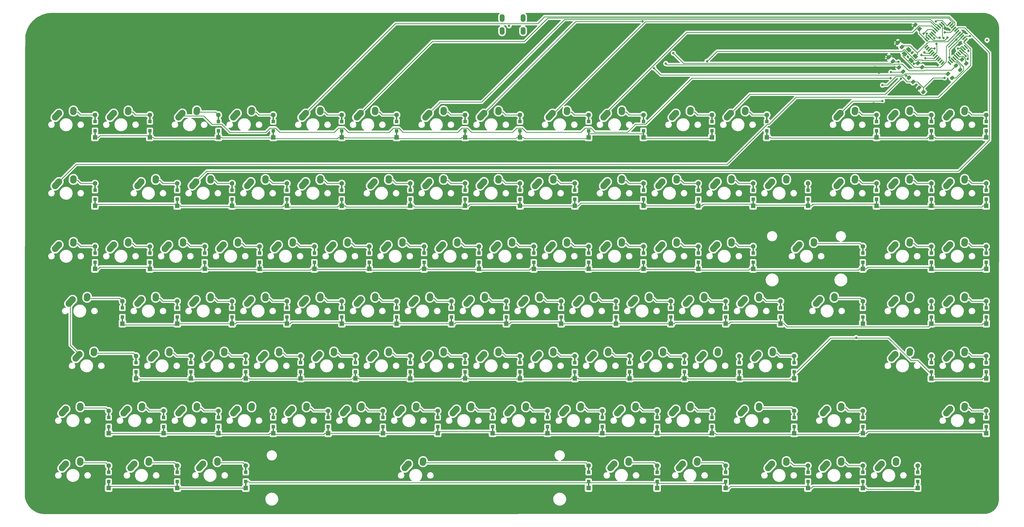
<source format=gtl>
G04 #@! TF.GenerationSoftware,KiCad,Pcbnew,7.0.8*
G04 #@! TF.CreationDate,2023-10-17T11:30:24-05:00*
G04 #@! TF.ProjectId,Vessel,56657373-656c-42e6-9b69-6361645f7063,rev?*
G04 #@! TF.SameCoordinates,Original*
G04 #@! TF.FileFunction,Copper,L1,Top*
G04 #@! TF.FilePolarity,Positive*
%FSLAX46Y46*%
G04 Gerber Fmt 4.6, Leading zero omitted, Abs format (unit mm)*
G04 Created by KiCad (PCBNEW 7.0.8) date 2023-10-17 11:30:24*
%MOMM*%
%LPD*%
G01*
G04 APERTURE LIST*
G04 Aperture macros list*
%AMRoundRect*
0 Rectangle with rounded corners*
0 $1 Rounding radius*
0 $2 $3 $4 $5 $6 $7 $8 $9 X,Y pos of 4 corners*
0 Add a 4 corners polygon primitive as box body*
4,1,4,$2,$3,$4,$5,$6,$7,$8,$9,$2,$3,0*
0 Add four circle primitives for the rounded corners*
1,1,$1+$1,$2,$3*
1,1,$1+$1,$4,$5*
1,1,$1+$1,$6,$7*
1,1,$1+$1,$8,$9*
0 Add four rect primitives between the rounded corners*
20,1,$1+$1,$2,$3,$4,$5,0*
20,1,$1+$1,$4,$5,$6,$7,0*
20,1,$1+$1,$6,$7,$8,$9,0*
20,1,$1+$1,$8,$9,$2,$3,0*%
%AMHorizOval*
0 Thick line with rounded ends*
0 $1 width*
0 $2 $3 position (X,Y) of the first rounded end (center of the circle)*
0 $4 $5 position (X,Y) of the second rounded end (center of the circle)*
0 Add line between two ends*
20,1,$1,$2,$3,$4,$5,0*
0 Add two circle primitives to create the rounded ends*
1,1,$1,$2,$3*
1,1,$1,$4,$5*%
%AMRotRect*
0 Rectangle, with rotation*
0 The origin of the aperture is its center*
0 $1 length*
0 $2 width*
0 $3 Rotation angle, in degrees counterclockwise*
0 Add horizontal line*
21,1,$1,$2,0,0,$3*%
G04 Aperture macros list end*
G04 #@! TA.AperFunction,SMDPad,CuDef*
%ADD10RoundRect,0.250000X0.548008X0.088388X0.088388X0.548008X-0.548008X-0.088388X-0.088388X-0.548008X0*%
G04 #@! TD*
G04 #@! TA.AperFunction,SMDPad,CuDef*
%ADD11RotRect,1.500000X0.550000X135.000000*%
G04 #@! TD*
G04 #@! TA.AperFunction,SMDPad,CuDef*
%ADD12RotRect,1.500000X0.550000X225.000000*%
G04 #@! TD*
G04 #@! TA.AperFunction,SMDPad,CuDef*
%ADD13RotRect,1.600000X1.300000X135.000000*%
G04 #@! TD*
G04 #@! TA.AperFunction,ComponentPad*
%ADD14R,1.600000X1.600000*%
G04 #@! TD*
G04 #@! TA.AperFunction,SMDPad,CuDef*
%ADD15R,0.500000X2.500000*%
G04 #@! TD*
G04 #@! TA.AperFunction,SMDPad,CuDef*
%ADD16R,1.200000X1.200000*%
G04 #@! TD*
G04 #@! TA.AperFunction,ComponentPad*
%ADD17C,1.600000*%
G04 #@! TD*
G04 #@! TA.AperFunction,ComponentPad*
%ADD18HorizOval,2.250000X0.655001X0.730000X-0.655001X-0.730000X0*%
G04 #@! TD*
G04 #@! TA.AperFunction,ComponentPad*
%ADD19C,2.250000*%
G04 #@! TD*
G04 #@! TA.AperFunction,ComponentPad*
%ADD20HorizOval,2.250000X0.020000X0.290000X-0.020000X-0.290000X0*%
G04 #@! TD*
G04 #@! TA.AperFunction,ComponentPad*
%ADD21O,1.700000X2.700000*%
G04 #@! TD*
G04 #@! TA.AperFunction,ViaPad*
%ADD22C,0.800000*%
G04 #@! TD*
G04 #@! TA.AperFunction,Conductor*
%ADD23C,0.250000*%
G04 #@! TD*
G04 APERTURE END LIST*
D10*
X455140384Y-188403784D03*
X453690816Y-186954216D03*
X457968784Y-185575384D03*
X456519216Y-184125816D03*
X443826684Y-171433284D03*
X442377116Y-169983716D03*
D11*
X454203482Y-183224236D03*
X454769167Y-182658550D03*
X455334852Y-182092865D03*
X455900538Y-181527180D03*
X456466223Y-180961494D03*
X457031909Y-180395809D03*
X457597594Y-179830123D03*
X458163280Y-179264438D03*
X458728965Y-178698752D03*
X459294650Y-178133067D03*
X459860336Y-177567382D03*
D12*
X459860336Y-175163218D03*
X459294650Y-174597533D03*
X458728965Y-174031848D03*
X458163280Y-173466162D03*
X457597594Y-172900477D03*
X457031909Y-172334791D03*
X456466223Y-171769106D03*
X455900538Y-171203420D03*
X455334852Y-170637735D03*
X454769167Y-170072050D03*
X454203482Y-169506364D03*
D11*
X451799318Y-169506364D03*
X451233633Y-170072050D03*
X450667948Y-170637735D03*
X450102262Y-171203420D03*
X449536577Y-171769106D03*
X448970891Y-172334791D03*
X448405206Y-172900477D03*
X447839520Y-173466162D03*
X447273835Y-174031848D03*
X446708150Y-174597533D03*
X446142464Y-175163218D03*
D12*
X446142464Y-177567382D03*
X446708150Y-178133067D03*
X447273835Y-178698752D03*
X447839520Y-179264438D03*
X448405206Y-179830123D03*
X448970891Y-180395809D03*
X449536577Y-180961494D03*
X450102262Y-181527180D03*
X450667948Y-182092865D03*
X451233633Y-182658550D03*
X451799318Y-183224236D03*
D10*
X460090084Y-183454084D03*
X458640516Y-182004516D03*
X437687484Y-177639584D03*
X436237916Y-176190016D03*
X444758484Y-184710684D03*
X443308916Y-183261116D03*
D13*
X438624367Y-179990681D03*
X440957819Y-182324133D03*
X442372033Y-180909919D03*
X440038581Y-178576467D03*
D10*
X441626884Y-189746184D03*
X440177316Y-188296616D03*
X434555884Y-182675084D03*
X433106316Y-181225516D03*
X445162484Y-193281684D03*
X443712916Y-191832116D03*
X438091384Y-186210684D03*
X436641816Y-184761116D03*
D14*
X271725000Y-254795000D03*
D15*
X271725000Y-253595000D03*
D16*
X271725000Y-252470000D03*
X271725000Y-249320000D03*
D15*
X271725000Y-248195000D03*
D17*
X271725000Y-246995000D03*
D14*
X447937500Y-254795000D03*
D15*
X447937500Y-253595000D03*
D16*
X447937500Y-252470000D03*
X447937500Y-249320000D03*
D15*
X447937500Y-248195000D03*
D17*
X447937500Y-246995000D03*
D14*
X224100000Y-273845000D03*
D15*
X224100000Y-272645000D03*
D16*
X224100000Y-271520000D03*
X224100000Y-268370000D03*
D15*
X224100000Y-267245000D03*
D17*
X224100000Y-266045000D03*
D18*
X334745001Y-225217500D03*
D19*
X335400000Y-224487500D03*
D20*
X340420000Y-223697500D03*
D19*
X340440000Y-223407500D03*
D18*
X429995001Y-323325000D03*
D19*
X430650000Y-322595000D03*
D20*
X435670000Y-321805000D03*
D19*
X435690000Y-321515000D03*
D18*
X360938801Y-323325000D03*
D19*
X361593800Y-322595000D03*
D20*
X366613800Y-321805000D03*
D19*
X366633800Y-321515000D03*
D18*
X391895001Y-225217500D03*
D19*
X392550000Y-224487500D03*
D20*
X397570000Y-223697500D03*
D19*
X397590000Y-223407500D03*
D14*
X190762500Y-292895000D03*
D15*
X190762500Y-291695000D03*
D16*
X190762500Y-290570000D03*
X190762500Y-287420000D03*
D15*
X190762500Y-286295000D03*
D17*
X190762500Y-285095000D03*
D18*
X315695001Y-201405000D03*
D19*
X316350000Y-200675000D03*
D20*
X321370000Y-199885000D03*
D19*
X321390000Y-199595000D03*
D18*
X434757501Y-247125000D03*
D19*
X435412500Y-246395000D03*
D20*
X440432500Y-245605000D03*
D19*
X440452500Y-245315000D03*
D14*
X347925000Y-232887500D03*
D15*
X347925000Y-231687500D03*
D16*
X347925000Y-230562500D03*
X347925000Y-227412500D03*
D15*
X347925000Y-226287500D03*
D17*
X347925000Y-225087500D03*
D14*
X162187500Y-330995000D03*
D15*
X162187500Y-329795000D03*
D16*
X162187500Y-328670000D03*
X162187500Y-325520000D03*
D15*
X162187500Y-324395000D03*
D17*
X162187500Y-323195000D03*
D14*
X395550000Y-273845000D03*
D15*
X395550000Y-272645000D03*
D16*
X395550000Y-271520000D03*
X395550000Y-268370000D03*
D15*
X395550000Y-267245000D03*
D17*
X395550000Y-266045000D03*
D18*
X215682501Y-285225000D03*
D19*
X216337500Y-284495000D03*
D20*
X221357500Y-283705000D03*
D19*
X221377500Y-283415000D03*
D14*
X386025000Y-254795000D03*
D15*
X386025000Y-253595000D03*
D16*
X386025000Y-252470000D03*
X386025000Y-249320000D03*
D15*
X386025000Y-248195000D03*
D17*
X386025000Y-246995000D03*
D14*
X424125000Y-311945000D03*
D15*
X424125000Y-310745000D03*
D16*
X424125000Y-309620000D03*
X424125000Y-306470000D03*
D15*
X424125000Y-305345000D03*
D17*
X424125000Y-304145000D03*
D14*
X347925000Y-254795000D03*
D15*
X347925000Y-253595000D03*
D16*
X347925000Y-252470000D03*
X347925000Y-249320000D03*
D15*
X347925000Y-248195000D03*
D17*
X347925000Y-246995000D03*
D14*
X286012500Y-232887500D03*
D15*
X286012500Y-231687500D03*
D16*
X286012500Y-230562500D03*
X286012500Y-227412500D03*
D15*
X286012500Y-226287500D03*
D17*
X286012500Y-225087500D03*
D14*
X328875000Y-330995000D03*
D15*
X328875000Y-329795000D03*
D16*
X328875000Y-328670000D03*
X328875000Y-325520000D03*
D15*
X328875000Y-324395000D03*
D17*
X328875000Y-323195000D03*
D18*
X415707501Y-201405000D03*
D19*
X416362500Y-200675000D03*
D20*
X421382500Y-199885000D03*
D19*
X421402500Y-199595000D03*
D18*
X410945001Y-304275000D03*
D19*
X411600000Y-303545000D03*
D20*
X416620000Y-302755000D03*
D19*
X416640000Y-302465000D03*
D14*
X157425000Y-232887500D03*
D15*
X157425000Y-231687500D03*
D16*
X157425000Y-230562500D03*
X157425000Y-227412500D03*
D15*
X157425000Y-226287500D03*
D17*
X157425000Y-225087500D03*
D14*
X219337500Y-209075000D03*
D15*
X219337500Y-207875000D03*
D16*
X219337500Y-206750000D03*
X219337500Y-203600000D03*
D15*
X219337500Y-202475000D03*
D17*
X219337500Y-201275000D03*
D14*
X176475000Y-254795000D03*
D15*
X176475000Y-253595000D03*
D16*
X176475000Y-252470000D03*
X176475000Y-249320000D03*
D15*
X176475000Y-248195000D03*
D17*
X176475000Y-246995000D03*
D18*
X182345001Y-247125000D03*
D19*
X183000000Y-246395000D03*
D20*
X188020000Y-245605000D03*
D19*
X188040000Y-245315000D03*
D14*
X205050000Y-273845000D03*
D15*
X205050000Y-272645000D03*
D16*
X205050000Y-271520000D03*
X205050000Y-268370000D03*
D15*
X205050000Y-267245000D03*
D17*
X205050000Y-266045000D03*
D18*
X329982501Y-285225000D03*
D19*
X330637500Y-284495000D03*
D20*
X335657500Y-283705000D03*
D19*
X335677500Y-283415000D03*
D18*
X229970001Y-225217500D03*
D19*
X230625000Y-224487500D03*
D20*
X235645000Y-223697500D03*
D19*
X235665000Y-223407500D03*
D18*
X453807501Y-304275000D03*
D19*
X454462500Y-303545000D03*
D20*
X459482500Y-302755000D03*
D19*
X459502500Y-302465000D03*
D14*
X424125000Y-273845000D03*
D15*
X424125000Y-272645000D03*
D16*
X424125000Y-271520000D03*
X424125000Y-268370000D03*
D15*
X424125000Y-267245000D03*
D17*
X424125000Y-266045000D03*
D18*
X220445001Y-247125000D03*
D19*
X221100000Y-246395000D03*
D20*
X226120000Y-245605000D03*
D19*
X226140000Y-245315000D03*
D18*
X244257501Y-304275000D03*
D19*
X244912500Y-303545000D03*
D20*
X249932500Y-302755000D03*
D19*
X249952500Y-302465000D03*
D18*
X310932501Y-225217500D03*
D19*
X311587500Y-224487500D03*
D20*
X316607500Y-223697500D03*
D19*
X316627500Y-223407500D03*
D18*
X453807501Y-225217500D03*
D19*
X454462500Y-224487500D03*
D20*
X459482500Y-223697500D03*
D19*
X459502500Y-223407500D03*
D14*
X338400000Y-273845000D03*
D15*
X338400000Y-272645000D03*
D16*
X338400000Y-271520000D03*
X338400000Y-268370000D03*
D15*
X338400000Y-267245000D03*
D17*
X338400000Y-266045000D03*
D18*
X151388801Y-285225000D03*
D19*
X152043800Y-284495000D03*
D20*
X157063800Y-283705000D03*
D19*
X157083800Y-283415000D03*
D18*
X382370001Y-266175000D03*
D19*
X383025000Y-265445000D03*
D20*
X388045000Y-264655000D03*
D19*
X388065000Y-264365000D03*
D18*
X291882501Y-201405000D03*
D19*
X292537500Y-200675000D03*
D20*
X297557500Y-199885000D03*
D19*
X297577500Y-199595000D03*
D14*
X371737500Y-311945000D03*
D15*
X371737500Y-310745000D03*
D16*
X371737500Y-309620000D03*
X371737500Y-306470000D03*
D15*
X371737500Y-305345000D03*
D17*
X371737500Y-304145000D03*
D18*
X196632501Y-285225000D03*
D19*
X197287500Y-284495000D03*
D20*
X202307500Y-283705000D03*
D19*
X202327500Y-283415000D03*
D18*
X287120001Y-266175000D03*
D19*
X287775000Y-265445000D03*
D20*
X292795000Y-264655000D03*
D19*
X292815000Y-264365000D03*
D18*
X363320001Y-266175000D03*
D19*
X363975000Y-265445000D03*
D20*
X368995000Y-264655000D03*
D19*
X369015000Y-264365000D03*
D18*
X253782501Y-225217500D03*
D19*
X254437500Y-224487500D03*
D20*
X259457500Y-223697500D03*
D19*
X259477500Y-223407500D03*
D14*
X286012500Y-292895000D03*
D15*
X286012500Y-291695000D03*
D16*
X286012500Y-290570000D03*
X286012500Y-287420000D03*
D15*
X286012500Y-286295000D03*
D17*
X286012500Y-285095000D03*
D18*
X325220001Y-266175000D03*
D19*
X325875000Y-265445000D03*
D20*
X330895000Y-264655000D03*
D19*
X330915000Y-264365000D03*
D14*
X209812500Y-292895000D03*
D15*
X209812500Y-291695000D03*
D16*
X209812500Y-290570000D03*
X209812500Y-287420000D03*
D15*
X209812500Y-286295000D03*
D17*
X209812500Y-285095000D03*
D18*
X408563801Y-266175000D03*
D19*
X409218800Y-265445000D03*
D20*
X414238800Y-264655000D03*
D19*
X414258800Y-264365000D03*
D18*
X434757501Y-266175000D03*
D19*
X435412500Y-265445000D03*
D20*
X440432500Y-264655000D03*
D19*
X440452500Y-264365000D03*
D14*
X186000000Y-232887500D03*
D15*
X186000000Y-231687500D03*
D16*
X186000000Y-230562500D03*
X186000000Y-227412500D03*
D15*
X186000000Y-226287500D03*
D17*
X186000000Y-225087500D03*
D14*
X195525000Y-254795000D03*
D15*
X195525000Y-253595000D03*
D16*
X195525000Y-252470000D03*
X195525000Y-249320000D03*
D15*
X195525000Y-248195000D03*
D17*
X195525000Y-246995000D03*
D18*
X191870001Y-266175000D03*
D19*
X192525000Y-265445000D03*
D20*
X197545000Y-264655000D03*
D19*
X197565000Y-264365000D03*
D14*
X186000000Y-330995000D03*
D15*
X186000000Y-329795000D03*
D16*
X186000000Y-328670000D03*
X186000000Y-325520000D03*
D15*
X186000000Y-324395000D03*
D17*
X186000000Y-323195000D03*
D18*
X201395001Y-247125000D03*
D19*
X202050000Y-246395000D03*
D20*
X207070000Y-245605000D03*
D19*
X207090000Y-245315000D03*
D14*
X305062500Y-292895000D03*
D15*
X305062500Y-291695000D03*
D16*
X305062500Y-290570000D03*
X305062500Y-287420000D03*
D15*
X305062500Y-286295000D03*
D17*
X305062500Y-285095000D03*
D18*
X144245001Y-247125000D03*
D19*
X144900000Y-246395000D03*
D20*
X149920000Y-245605000D03*
D19*
X149940000Y-245315000D03*
D18*
X229970001Y-266175000D03*
D19*
X230625000Y-265445000D03*
D20*
X235645000Y-264655000D03*
D19*
X235665000Y-264365000D03*
D18*
X172820001Y-225217500D03*
D19*
X173475000Y-224487500D03*
D20*
X178495000Y-223697500D03*
D19*
X178515000Y-223407500D03*
D18*
X272832501Y-225217500D03*
D19*
X273487500Y-224487500D03*
D20*
X278507500Y-223697500D03*
D19*
X278527500Y-223407500D03*
D14*
X424125000Y-254795000D03*
D15*
X424125000Y-253595000D03*
D16*
X424125000Y-252470000D03*
X424125000Y-249320000D03*
D15*
X424125000Y-248195000D03*
D17*
X424125000Y-246995000D03*
D18*
X334745001Y-201405000D03*
D19*
X335400000Y-200675000D03*
D20*
X340420000Y-199885000D03*
D19*
X340440000Y-199595000D03*
D14*
X166950000Y-273845000D03*
D15*
X166950000Y-272645000D03*
D16*
X166950000Y-271520000D03*
X166950000Y-268370000D03*
D15*
X166950000Y-267245000D03*
D17*
X166950000Y-266045000D03*
D18*
X337126301Y-323325000D03*
D19*
X337781300Y-322595000D03*
D20*
X342801300Y-321805000D03*
D19*
X342821300Y-321515000D03*
D18*
X310932501Y-285225000D03*
D19*
X311587500Y-284495000D03*
D20*
X316607500Y-283705000D03*
D19*
X316627500Y-283415000D03*
D14*
X266962500Y-232887500D03*
D15*
X266962500Y-231687500D03*
D16*
X266962500Y-230562500D03*
X266962500Y-227412500D03*
D15*
X266962500Y-226287500D03*
D17*
X266962500Y-225087500D03*
D14*
X186000000Y-273845000D03*
D15*
X186000000Y-272645000D03*
D16*
X186000000Y-271520000D03*
X186000000Y-268370000D03*
D15*
X186000000Y-267245000D03*
D17*
X186000000Y-266045000D03*
D18*
X194251301Y-323325000D03*
D19*
X194906300Y-322595000D03*
D20*
X199926300Y-321805000D03*
D19*
X199946300Y-321515000D03*
D14*
X205050000Y-232887500D03*
D15*
X205050000Y-231687500D03*
D16*
X205050000Y-230562500D03*
X205050000Y-227412500D03*
D15*
X205050000Y-226287500D03*
D17*
X205050000Y-225087500D03*
D14*
X209812500Y-330995000D03*
D15*
X209812500Y-329795000D03*
D16*
X209812500Y-328670000D03*
X209812500Y-325520000D03*
D15*
X209812500Y-324395000D03*
D17*
X209812500Y-323195000D03*
D18*
X229970001Y-201405000D03*
D19*
X230625000Y-200675000D03*
D20*
X235645000Y-199885000D03*
D19*
X235665000Y-199595000D03*
D14*
X352687500Y-330995000D03*
D15*
X352687500Y-329795000D03*
D16*
X352687500Y-328670000D03*
X352687500Y-325520000D03*
D15*
X352687500Y-324395000D03*
D17*
X352687500Y-323195000D03*
D14*
X314587500Y-311945000D03*
D15*
X314587500Y-310745000D03*
D16*
X314587500Y-309620000D03*
X314587500Y-306470000D03*
D15*
X314587500Y-305345000D03*
D17*
X314587500Y-304145000D03*
D18*
X434757501Y-285225000D03*
D19*
X435412500Y-284495000D03*
D20*
X440432500Y-283705000D03*
D19*
X440452500Y-283415000D03*
D14*
X447937500Y-292895000D03*
D15*
X447937500Y-291695000D03*
D16*
X447937500Y-290570000D03*
X447937500Y-287420000D03*
D15*
X447937500Y-286295000D03*
D17*
X447937500Y-285095000D03*
D14*
X224100000Y-232887500D03*
D15*
X224100000Y-231687500D03*
D16*
X224100000Y-230562500D03*
X224100000Y-227412500D03*
D15*
X224100000Y-226287500D03*
D17*
X224100000Y-225087500D03*
D18*
X453807501Y-201405000D03*
D19*
X454462500Y-200675000D03*
D20*
X459482500Y-199885000D03*
D19*
X459502500Y-199595000D03*
D18*
X339507501Y-304275000D03*
D19*
X340162500Y-303545000D03*
D20*
X345182500Y-302755000D03*
D19*
X345202500Y-302465000D03*
D14*
X328875000Y-254795000D03*
D15*
X328875000Y-253595000D03*
D16*
X328875000Y-252470000D03*
X328875000Y-249320000D03*
D15*
X328875000Y-248195000D03*
D17*
X328875000Y-246995000D03*
D18*
X320457501Y-304275000D03*
D19*
X321112500Y-303545000D03*
D20*
X326132500Y-302755000D03*
D19*
X326152500Y-302465000D03*
D14*
X466987500Y-292895000D03*
D15*
X466987500Y-291695000D03*
D16*
X466987500Y-290570000D03*
X466987500Y-287420000D03*
D15*
X466987500Y-286295000D03*
D17*
X466987500Y-285095000D03*
D14*
X324112500Y-232887500D03*
D15*
X324112500Y-231687500D03*
D16*
X324112500Y-230562500D03*
X324112500Y-227412500D03*
D15*
X324112500Y-226287500D03*
D17*
X324112500Y-225087500D03*
D18*
X187107501Y-304275000D03*
D19*
X187762500Y-303545000D03*
D20*
X192782500Y-302755000D03*
D19*
X192802500Y-302465000D03*
D14*
X262200000Y-209075000D03*
D15*
X262200000Y-207875000D03*
D16*
X262200000Y-206750000D03*
X262200000Y-203600000D03*
D15*
X262200000Y-202475000D03*
D17*
X262200000Y-201275000D03*
D18*
X191870001Y-225217500D03*
D19*
X192525000Y-224487500D03*
D20*
X197545000Y-223697500D03*
D19*
X197565000Y-223407500D03*
D18*
X434757501Y-201405000D03*
D19*
X435412500Y-200675000D03*
D20*
X440432500Y-199885000D03*
D19*
X440452500Y-199595000D03*
D18*
X372845001Y-247125000D03*
D19*
X373500000Y-246395000D03*
D20*
X378520000Y-245605000D03*
D19*
X378540000Y-245315000D03*
D14*
X243150000Y-209075000D03*
D15*
X243150000Y-207875000D03*
D16*
X243150000Y-206750000D03*
X243150000Y-203600000D03*
D15*
X243150000Y-202475000D03*
D17*
X243150000Y-201275000D03*
D14*
X181237500Y-311945000D03*
D15*
X181237500Y-310745000D03*
D16*
X181237500Y-309620000D03*
X181237500Y-306470000D03*
D15*
X181237500Y-305345000D03*
D17*
X181237500Y-304145000D03*
D14*
X390787500Y-209075000D03*
D15*
X390787500Y-207875000D03*
D16*
X390787500Y-206750000D03*
X390787500Y-203600000D03*
D15*
X390787500Y-202475000D03*
D17*
X390787500Y-201275000D03*
D14*
X447937500Y-273845000D03*
D15*
X447937500Y-272645000D03*
D16*
X447937500Y-271520000D03*
X447937500Y-268370000D03*
D15*
X447937500Y-267245000D03*
D17*
X447937500Y-266045000D03*
D18*
X265688801Y-323325000D03*
D19*
X266343800Y-322595000D03*
D20*
X271363800Y-321805000D03*
D19*
X271383800Y-321515000D03*
D18*
X239495001Y-247125000D03*
D19*
X240150000Y-246395000D03*
D20*
X245170000Y-245605000D03*
D19*
X245190000Y-245315000D03*
D18*
X372845001Y-225217500D03*
D19*
X373500000Y-224487500D03*
D20*
X378520000Y-223697500D03*
D19*
X378540000Y-223407500D03*
D18*
X415707501Y-225217500D03*
D19*
X416362500Y-224487500D03*
D20*
X421382500Y-223697500D03*
D19*
X421402500Y-223407500D03*
D14*
X305062500Y-232887500D03*
D15*
X305062500Y-231687500D03*
D16*
X305062500Y-230562500D03*
X305062500Y-227412500D03*
D15*
X305062500Y-226287500D03*
D17*
X305062500Y-225087500D03*
D18*
X387132501Y-285225000D03*
D19*
X387787500Y-284495000D03*
D20*
X392807500Y-283705000D03*
D19*
X392827500Y-283415000D03*
D14*
X428887500Y-232887500D03*
D15*
X428887500Y-231687500D03*
D16*
X428887500Y-230562500D03*
X428887500Y-227412500D03*
D15*
X428887500Y-226287500D03*
D17*
X428887500Y-225087500D03*
D18*
X358557501Y-201405000D03*
D19*
X359212500Y-200675000D03*
D20*
X364232500Y-199885000D03*
D19*
X364252500Y-199595000D03*
D14*
X405075000Y-330995000D03*
D15*
X405075000Y-329795000D03*
D16*
X405075000Y-328670000D03*
X405075000Y-325520000D03*
D15*
X405075000Y-324395000D03*
D17*
X405075000Y-323195000D03*
D14*
X176475000Y-209075000D03*
D15*
X176475000Y-207875000D03*
D16*
X176475000Y-206750000D03*
X176475000Y-203600000D03*
D15*
X176475000Y-202475000D03*
D17*
X176475000Y-201275000D03*
D14*
X466987500Y-311945000D03*
D15*
X466987500Y-310745000D03*
D16*
X466987500Y-309620000D03*
X466987500Y-306470000D03*
D15*
X466987500Y-305345000D03*
D17*
X466987500Y-304145000D03*
D14*
X171712500Y-292895000D03*
D15*
X171712500Y-291695000D03*
D16*
X171712500Y-290570000D03*
X171712500Y-287420000D03*
D15*
X171712500Y-286295000D03*
D17*
X171712500Y-285095000D03*
D18*
X249020001Y-266175000D03*
D19*
X249675000Y-265445000D03*
D20*
X254695000Y-264655000D03*
D19*
X254715000Y-264365000D03*
D14*
X352687500Y-311945000D03*
D15*
X352687500Y-310745000D03*
D16*
X352687500Y-309620000D03*
X352687500Y-306470000D03*
D15*
X352687500Y-305345000D03*
D17*
X352687500Y-304145000D03*
D14*
X381262500Y-292895000D03*
D15*
X381262500Y-291695000D03*
D16*
X381262500Y-290570000D03*
X381262500Y-287420000D03*
D15*
X381262500Y-286295000D03*
D17*
X381262500Y-285095000D03*
D18*
X253782501Y-285225000D03*
D19*
X254437500Y-284495000D03*
D20*
X259457500Y-283705000D03*
D19*
X259477500Y-283415000D03*
D18*
X391895001Y-323325000D03*
D19*
X392550000Y-322595000D03*
D20*
X397570000Y-321805000D03*
D19*
X397590000Y-321515000D03*
D18*
X206157501Y-304275000D03*
D19*
X206812500Y-303545000D03*
D20*
X211832500Y-302755000D03*
D19*
X211852500Y-302465000D03*
D14*
X371737500Y-209075000D03*
D15*
X371737500Y-207875000D03*
D16*
X371737500Y-206750000D03*
X371737500Y-203600000D03*
D15*
X371737500Y-202475000D03*
D17*
X371737500Y-201275000D03*
D14*
X233625000Y-254795000D03*
D15*
X233625000Y-253595000D03*
D16*
X233625000Y-252470000D03*
X233625000Y-249320000D03*
D15*
X233625000Y-248195000D03*
D17*
X233625000Y-246995000D03*
D14*
X324112500Y-292895000D03*
D15*
X324112500Y-291695000D03*
D16*
X324112500Y-290570000D03*
X324112500Y-287420000D03*
D15*
X324112500Y-286295000D03*
D17*
X324112500Y-285095000D03*
D14*
X343162500Y-292895000D03*
D15*
X343162500Y-291695000D03*
D16*
X343162500Y-290570000D03*
X343162500Y-287420000D03*
D15*
X343162500Y-286295000D03*
D17*
X343162500Y-285095000D03*
D14*
X295537500Y-311945000D03*
D15*
X295537500Y-310745000D03*
D16*
X295537500Y-309620000D03*
X295537500Y-306470000D03*
D15*
X295537500Y-305345000D03*
D17*
X295537500Y-304145000D03*
D18*
X377607501Y-201405000D03*
D19*
X378262500Y-200675000D03*
D20*
X383282500Y-199885000D03*
D19*
X383302500Y-199595000D03*
D18*
X210920001Y-266175000D03*
D19*
X211575000Y-265445000D03*
D20*
X216595000Y-264655000D03*
D19*
X216615000Y-264365000D03*
D14*
X424125000Y-330995000D03*
D15*
X424125000Y-329795000D03*
D16*
X424125000Y-328670000D03*
X424125000Y-325520000D03*
D15*
X424125000Y-324395000D03*
D17*
X424125000Y-323195000D03*
D18*
X291882501Y-225217500D03*
D19*
X292537500Y-224487500D03*
D20*
X297557500Y-223697500D03*
D19*
X297577500Y-223407500D03*
D14*
X366975000Y-232887500D03*
D15*
X366975000Y-231687500D03*
D16*
X366975000Y-230562500D03*
X366975000Y-227412500D03*
D15*
X366975000Y-226287500D03*
D17*
X366975000Y-225087500D03*
D18*
X368082501Y-285225000D03*
D19*
X368737500Y-284495000D03*
D20*
X373757500Y-283705000D03*
D19*
X373777500Y-283415000D03*
D18*
X258545001Y-247125000D03*
D19*
X259200000Y-246395000D03*
D20*
X264220000Y-245605000D03*
D19*
X264240000Y-245315000D03*
D14*
X257437500Y-311945000D03*
D15*
X257437500Y-310745000D03*
D16*
X257437500Y-309620000D03*
X257437500Y-306470000D03*
D15*
X257437500Y-305345000D03*
D17*
X257437500Y-304145000D03*
D14*
X243150000Y-273845000D03*
D15*
X243150000Y-272645000D03*
D16*
X243150000Y-271520000D03*
X243150000Y-268370000D03*
D15*
X243150000Y-267245000D03*
D17*
X243150000Y-266045000D03*
D14*
X157425000Y-209075000D03*
D15*
X157425000Y-207875000D03*
D16*
X157425000Y-206750000D03*
X157425000Y-203600000D03*
D15*
X157425000Y-202475000D03*
D17*
X157425000Y-201275000D03*
D18*
X146626301Y-304275000D03*
D19*
X147281300Y-303545000D03*
D20*
X152301300Y-302755000D03*
D19*
X152321300Y-302465000D03*
D18*
X410945001Y-323325000D03*
D19*
X411600000Y-322595000D03*
D20*
X416620000Y-321805000D03*
D19*
X416640000Y-321515000D03*
D18*
X291882501Y-285225000D03*
D19*
X292537500Y-284495000D03*
D20*
X297557500Y-283705000D03*
D19*
X297577500Y-283415000D03*
D18*
X163295001Y-247125000D03*
D19*
X163950000Y-246395000D03*
D20*
X168970000Y-245605000D03*
D19*
X168990000Y-245315000D03*
D18*
X358557501Y-304275000D03*
D19*
X359212500Y-303545000D03*
D20*
X364232500Y-302755000D03*
D19*
X364252500Y-302465000D03*
D18*
X453807501Y-266175000D03*
D19*
X454462500Y-265445000D03*
D20*
X459482500Y-264655000D03*
D19*
X459502500Y-264365000D03*
D18*
X349032501Y-285225000D03*
D19*
X349687500Y-284495000D03*
D20*
X354707500Y-283705000D03*
D19*
X354727500Y-283415000D03*
D18*
X146626301Y-323325000D03*
D19*
X147281300Y-322595000D03*
D20*
X152301300Y-321805000D03*
D19*
X152321300Y-321515000D03*
D14*
X290775000Y-254795000D03*
D15*
X290775000Y-253595000D03*
D16*
X290775000Y-252470000D03*
X290775000Y-249320000D03*
D15*
X290775000Y-248195000D03*
D17*
X290775000Y-246995000D03*
D14*
X200287500Y-209075000D03*
D15*
X200287500Y-207875000D03*
D16*
X200287500Y-206750000D03*
X200287500Y-203600000D03*
D15*
X200287500Y-202475000D03*
D17*
X200287500Y-201275000D03*
D14*
X376500000Y-273845000D03*
D15*
X376500000Y-272645000D03*
D16*
X376500000Y-271520000D03*
X376500000Y-268370000D03*
D15*
X376500000Y-267245000D03*
D17*
X376500000Y-266045000D03*
D18*
X268070001Y-266175000D03*
D19*
X268725000Y-265445000D03*
D20*
X273745000Y-264655000D03*
D19*
X273765000Y-264365000D03*
D18*
X344270001Y-266175000D03*
D19*
X344925000Y-265445000D03*
D20*
X349945000Y-264655000D03*
D19*
X349965000Y-264365000D03*
D14*
X328875000Y-209075000D03*
D15*
X328875000Y-207875000D03*
D16*
X328875000Y-206750000D03*
X328875000Y-203600000D03*
D15*
X328875000Y-202475000D03*
D17*
X328875000Y-201275000D03*
D14*
X200287500Y-311945000D03*
D15*
X200287500Y-310745000D03*
D16*
X200287500Y-309620000D03*
X200287500Y-306470000D03*
D15*
X200287500Y-305345000D03*
D17*
X200287500Y-304145000D03*
D14*
X405075000Y-232887500D03*
D15*
X405075000Y-231687500D03*
D16*
X405075000Y-230562500D03*
X405075000Y-227412500D03*
D15*
X405075000Y-226287500D03*
D17*
X405075000Y-225087500D03*
D14*
X238387500Y-311945000D03*
D15*
X238387500Y-310745000D03*
D16*
X238387500Y-309620000D03*
X238387500Y-306470000D03*
D15*
X238387500Y-305345000D03*
D17*
X238387500Y-304145000D03*
D18*
X144245001Y-225217500D03*
D19*
X144900000Y-224487500D03*
D20*
X149920000Y-223697500D03*
D19*
X149940000Y-223407500D03*
D18*
X249020001Y-201405000D03*
D19*
X249675000Y-200675000D03*
D20*
X254695000Y-199885000D03*
D19*
X254715000Y-199595000D03*
D18*
X163295001Y-201405000D03*
D19*
X163950000Y-200675000D03*
D20*
X168970000Y-199885000D03*
D19*
X168990000Y-199595000D03*
D18*
X453807501Y-285225000D03*
D19*
X454462500Y-284495000D03*
D20*
X459482500Y-283705000D03*
D19*
X459502500Y-283415000D03*
D14*
X347925000Y-209075000D03*
D15*
X347925000Y-207875000D03*
D16*
X347925000Y-206750000D03*
X347925000Y-203600000D03*
D15*
X347925000Y-202475000D03*
D17*
X347925000Y-201275000D03*
D14*
X281250000Y-273845000D03*
D15*
X281250000Y-272645000D03*
D16*
X281250000Y-271520000D03*
X281250000Y-268370000D03*
D15*
X281250000Y-267245000D03*
D17*
X281250000Y-266045000D03*
D14*
X466987500Y-209075000D03*
D15*
X466987500Y-207875000D03*
D16*
X466987500Y-206750000D03*
X466987500Y-203600000D03*
D15*
X466987500Y-202475000D03*
D17*
X466987500Y-201275000D03*
D14*
X243150000Y-232887500D03*
D15*
X243150000Y-231687500D03*
D16*
X243150000Y-230562500D03*
X243150000Y-227412500D03*
D15*
X243150000Y-226287500D03*
D17*
X243150000Y-225087500D03*
D14*
X319350000Y-273845000D03*
D15*
X319350000Y-272645000D03*
D16*
X319350000Y-271520000D03*
X319350000Y-268370000D03*
D15*
X319350000Y-267245000D03*
D17*
X319350000Y-266045000D03*
D14*
X466987500Y-273845000D03*
D15*
X466987500Y-272645000D03*
D16*
X466987500Y-271520000D03*
X466987500Y-268370000D03*
D15*
X466987500Y-267245000D03*
D17*
X466987500Y-266045000D03*
D18*
X234732501Y-285225000D03*
D19*
X235387500Y-284495000D03*
D20*
X240407500Y-283705000D03*
D19*
X240427500Y-283415000D03*
D18*
X382370001Y-304275000D03*
D19*
X383025000Y-303545000D03*
D20*
X388045000Y-302755000D03*
D19*
X388065000Y-302465000D03*
D14*
X466987500Y-254795000D03*
D15*
X466987500Y-253595000D03*
D16*
X466987500Y-252470000D03*
X466987500Y-249320000D03*
D15*
X466987500Y-248195000D03*
D17*
X466987500Y-246995000D03*
D14*
X300300000Y-273845000D03*
D15*
X300300000Y-272645000D03*
D16*
X300300000Y-271520000D03*
X300300000Y-268370000D03*
D15*
X300300000Y-267245000D03*
D17*
X300300000Y-266045000D03*
D14*
X362212500Y-292895000D03*
D15*
X362212500Y-291695000D03*
D16*
X362212500Y-290570000D03*
X362212500Y-287420000D03*
D15*
X362212500Y-286295000D03*
D17*
X362212500Y-285095000D03*
D18*
X168057501Y-304275000D03*
D19*
X168712500Y-303545000D03*
D20*
X173732500Y-302755000D03*
D19*
X173752500Y-302465000D03*
D18*
X306170001Y-266175000D03*
D19*
X306825000Y-265445000D03*
D20*
X311845000Y-264655000D03*
D19*
X311865000Y-264365000D03*
D14*
X214575000Y-254795000D03*
D15*
X214575000Y-253595000D03*
D16*
X214575000Y-252470000D03*
X214575000Y-249320000D03*
D15*
X214575000Y-248195000D03*
D17*
X214575000Y-246995000D03*
D18*
X272832501Y-285225000D03*
D19*
X273487500Y-284495000D03*
D20*
X278507500Y-283705000D03*
D19*
X278527500Y-283415000D03*
D18*
X206157501Y-201405000D03*
D19*
X206812500Y-200675000D03*
D20*
X211832500Y-199885000D03*
D19*
X211852500Y-199595000D03*
D14*
X357450000Y-273845000D03*
D15*
X357450000Y-272645000D03*
D16*
X357450000Y-271520000D03*
X357450000Y-268370000D03*
D15*
X357450000Y-267245000D03*
D17*
X357450000Y-266045000D03*
D14*
X219337500Y-311945000D03*
D15*
X219337500Y-310745000D03*
D16*
X219337500Y-309620000D03*
X219337500Y-306470000D03*
D15*
X219337500Y-305345000D03*
D17*
X219337500Y-304145000D03*
D18*
X277595001Y-247125000D03*
D19*
X278250000Y-246395000D03*
D20*
X283270000Y-245605000D03*
D19*
X283290000Y-245315000D03*
D18*
X301407501Y-304275000D03*
D19*
X302062500Y-303545000D03*
D20*
X307082500Y-302755000D03*
D19*
X307102500Y-302465000D03*
D14*
X309825000Y-254795000D03*
D15*
X309825000Y-253595000D03*
D16*
X309825000Y-252470000D03*
X309825000Y-249320000D03*
D15*
X309825000Y-248195000D03*
D17*
X309825000Y-246995000D03*
D18*
X434757501Y-225217500D03*
D19*
X435412500Y-224487500D03*
D20*
X440432500Y-223697500D03*
D19*
X440452500Y-223407500D03*
D18*
X353795001Y-247125000D03*
D19*
X354450000Y-246395000D03*
D20*
X359470000Y-245605000D03*
D19*
X359490000Y-245315000D03*
D18*
X172820001Y-266175000D03*
D19*
X173475000Y-265445000D03*
D20*
X178495000Y-264655000D03*
D19*
X178515000Y-264365000D03*
D14*
X447937500Y-209075000D03*
D15*
X447937500Y-207875000D03*
D16*
X447937500Y-206750000D03*
X447937500Y-203600000D03*
D15*
X447937500Y-202475000D03*
D17*
X447937500Y-201275000D03*
D18*
X225207501Y-304275000D03*
D19*
X225862500Y-303545000D03*
D20*
X230882500Y-302755000D03*
D19*
X230902500Y-302465000D03*
D14*
X247912500Y-292895000D03*
D15*
X247912500Y-291695000D03*
D16*
X247912500Y-290570000D03*
X247912500Y-287420000D03*
D15*
X247912500Y-286295000D03*
D17*
X247912500Y-285095000D03*
D14*
X386025000Y-232887500D03*
D15*
X386025000Y-231687500D03*
D16*
X386025000Y-230562500D03*
X386025000Y-227412500D03*
D15*
X386025000Y-226287500D03*
D17*
X386025000Y-225087500D03*
D14*
X443175000Y-330995000D03*
D15*
X443175000Y-329795000D03*
D16*
X443175000Y-328670000D03*
X443175000Y-325520000D03*
D15*
X443175000Y-324395000D03*
D17*
X443175000Y-323195000D03*
D14*
X228862500Y-292895000D03*
D15*
X228862500Y-291695000D03*
D16*
X228862500Y-290570000D03*
X228862500Y-287420000D03*
D15*
X228862500Y-286295000D03*
D17*
X228862500Y-285095000D03*
D18*
X187107501Y-201405000D03*
D19*
X187762500Y-200675000D03*
D20*
X192782500Y-199885000D03*
D19*
X192802500Y-199595000D03*
D14*
X400312500Y-311945000D03*
D15*
X400312500Y-310745000D03*
D16*
X400312500Y-309620000D03*
X400312500Y-306470000D03*
D15*
X400312500Y-305345000D03*
D17*
X400312500Y-304145000D03*
D14*
X447937500Y-232887500D03*
D15*
X447937500Y-231687500D03*
D16*
X447937500Y-230562500D03*
X447937500Y-227412500D03*
D15*
X447937500Y-226287500D03*
D17*
X447937500Y-225087500D03*
D14*
X333637500Y-311945000D03*
D15*
X333637500Y-310745000D03*
D16*
X333637500Y-309620000D03*
X333637500Y-306470000D03*
D15*
X333637500Y-305345000D03*
D17*
X333637500Y-304145000D03*
D18*
X177582501Y-285225000D03*
D19*
X178237500Y-284495000D03*
D20*
X183257500Y-283705000D03*
D19*
X183277500Y-283415000D03*
D18*
X149007501Y-266175000D03*
D19*
X149662500Y-265445000D03*
D20*
X154682500Y-264655000D03*
D19*
X154702500Y-264365000D03*
D18*
X144245001Y-201405000D03*
D19*
X144900000Y-200675000D03*
D20*
X149920000Y-199885000D03*
D19*
X149940000Y-199595000D03*
D14*
X400312500Y-292895000D03*
D15*
X400312500Y-291695000D03*
D16*
X400312500Y-290570000D03*
X400312500Y-287420000D03*
D15*
X400312500Y-286295000D03*
D17*
X400312500Y-285095000D03*
D18*
X334745001Y-247125000D03*
D19*
X335400000Y-246395000D03*
D20*
X340420000Y-245605000D03*
D19*
X340440000Y-245315000D03*
D14*
X157425000Y-254795000D03*
D15*
X157425000Y-253595000D03*
D16*
X157425000Y-252470000D03*
X157425000Y-249320000D03*
D15*
X157425000Y-248195000D03*
D17*
X157425000Y-246995000D03*
D14*
X376500000Y-330995000D03*
D15*
X376500000Y-329795000D03*
D16*
X376500000Y-328670000D03*
X376500000Y-325520000D03*
D15*
X376500000Y-324395000D03*
D17*
X376500000Y-323195000D03*
D18*
X170438801Y-323325000D03*
D19*
X171093800Y-322595000D03*
D20*
X176113800Y-321805000D03*
D19*
X176133800Y-321515000D03*
D18*
X453807501Y-247125000D03*
D19*
X454462500Y-246395000D03*
D20*
X459482500Y-245605000D03*
D19*
X459502500Y-245315000D03*
D14*
X286012500Y-209075000D03*
D15*
X286012500Y-207875000D03*
D16*
X286012500Y-206750000D03*
X286012500Y-203600000D03*
D15*
X286012500Y-202475000D03*
D17*
X286012500Y-201275000D03*
D14*
X262200000Y-273845000D03*
D15*
X262200000Y-272645000D03*
D16*
X262200000Y-271520000D03*
X262200000Y-268370000D03*
D15*
X262200000Y-267245000D03*
D17*
X262200000Y-266045000D03*
D18*
X282357501Y-304275000D03*
D19*
X283012500Y-303545000D03*
D20*
X288032500Y-302755000D03*
D19*
X288052500Y-302465000D03*
D14*
X466987500Y-232887500D03*
D15*
X466987500Y-231687500D03*
D16*
X466987500Y-230562500D03*
X466987500Y-227412500D03*
D15*
X466987500Y-226287500D03*
D17*
X466987500Y-225087500D03*
D18*
X263307501Y-304275000D03*
D19*
X263962500Y-303545000D03*
D20*
X268982500Y-302755000D03*
D19*
X269002500Y-302465000D03*
D18*
X272832501Y-201405000D03*
D19*
X273487500Y-200675000D03*
D20*
X278507500Y-199885000D03*
D19*
X278527500Y-199595000D03*
D14*
X162187500Y-311945000D03*
D15*
X162187500Y-310745000D03*
D16*
X162187500Y-309620000D03*
X162187500Y-306470000D03*
D15*
X162187500Y-305345000D03*
D17*
X162187500Y-304145000D03*
D14*
X276487500Y-311945000D03*
D15*
X276487500Y-310745000D03*
D16*
X276487500Y-309620000D03*
X276487500Y-306470000D03*
D15*
X276487500Y-305345000D03*
D17*
X276487500Y-304145000D03*
D14*
X266962500Y-292895000D03*
D15*
X266962500Y-291695000D03*
D16*
X266962500Y-290570000D03*
X266962500Y-287420000D03*
D15*
X266962500Y-286295000D03*
D17*
X266962500Y-285095000D03*
D14*
X366975000Y-254795000D03*
D15*
X366975000Y-253595000D03*
D16*
X366975000Y-252470000D03*
X366975000Y-249320000D03*
D15*
X366975000Y-248195000D03*
D17*
X366975000Y-246995000D03*
D18*
X296645001Y-247125000D03*
D19*
X297300000Y-246395000D03*
D20*
X302320000Y-245605000D03*
D19*
X302340000Y-245315000D03*
D14*
X305062500Y-209075000D03*
D15*
X305062500Y-207875000D03*
D16*
X305062500Y-206750000D03*
X305062500Y-203600000D03*
D15*
X305062500Y-202475000D03*
D17*
X305062500Y-201275000D03*
D14*
X428887500Y-209075000D03*
D15*
X428887500Y-207875000D03*
D16*
X428887500Y-206750000D03*
X428887500Y-203600000D03*
D15*
X428887500Y-202475000D03*
D17*
X428887500Y-201275000D03*
D18*
X401420001Y-247125000D03*
D19*
X402075000Y-246395000D03*
D20*
X407095000Y-245605000D03*
D19*
X407115000Y-245315000D03*
D18*
X315695001Y-247125000D03*
D19*
X316350000Y-246395000D03*
D20*
X321370000Y-245605000D03*
D19*
X321390000Y-245315000D03*
D14*
X252675000Y-254795000D03*
D15*
X252675000Y-253595000D03*
D16*
X252675000Y-252470000D03*
X252675000Y-249320000D03*
D15*
X252675000Y-248195000D03*
D17*
X252675000Y-246995000D03*
D18*
X210920001Y-225217500D03*
D19*
X211575000Y-224487500D03*
D20*
X216595000Y-223697500D03*
D19*
X216615000Y-223407500D03*
D18*
X353795001Y-225217500D03*
D19*
X354450000Y-224487500D03*
D20*
X359470000Y-223697500D03*
D19*
X359490000Y-223407500D03*
D21*
X306125000Y-167550000D03*
X298825000Y-167550000D03*
X306125000Y-172050000D03*
X298825000Y-172050000D03*
D22*
X467125000Y-181425000D03*
X364150000Y-176125000D03*
X309050000Y-171675000D03*
X432875000Y-196025000D03*
X427875000Y-197250000D03*
X429775000Y-186637500D03*
X429150000Y-182425000D03*
X428425000Y-184725000D03*
X454100000Y-189925000D03*
X460700000Y-186250000D03*
X450025000Y-183986500D03*
X456175000Y-190800000D03*
X449772500Y-190900000D03*
X438375000Y-171068500D03*
X439725000Y-180975000D03*
X442075000Y-177475000D03*
X460575000Y-170900000D03*
X454275000Y-171750000D03*
X456550000Y-175125000D03*
X457800000Y-176150000D03*
X435066000Y-184724000D03*
X459149000Y-172371000D03*
X452491000Y-171100000D03*
X438426000Y-175815000D03*
X441259000Y-179683000D03*
X439104000Y-187683000D03*
X462414100Y-171949000D03*
X440672000Y-169910000D03*
X455619000Y-179786000D03*
X442240000Y-192106000D03*
X470794800Y-173869900D03*
X434827000Y-180966000D03*
X441880000Y-183506000D03*
X305556100Y-174448900D03*
X452199600Y-174565500D03*
X301248000Y-170283000D03*
X430967000Y-190891100D03*
X452534900Y-188385600D03*
X358316700Y-179812100D03*
X454217900Y-181295500D03*
X436490300Y-182838600D03*
X433894800Y-186371700D03*
X467284000Y-175279000D03*
X453536000Y-174327000D03*
X433789000Y-188457000D03*
X446326000Y-173003000D03*
X452567000Y-172553000D03*
X347654000Y-168792000D03*
X449429000Y-168801000D03*
X370018000Y-182625000D03*
X437391000Y-188629000D03*
X445793000Y-181540000D03*
X449730000Y-176543000D03*
X430967000Y-196430000D03*
X444488000Y-180449000D03*
X445448000Y-179535000D03*
X449048000Y-178202000D03*
X459898000Y-180762000D03*
X460542000Y-181849000D03*
X457132000Y-178136000D03*
X460816000Y-179008000D03*
X445274000Y-173013000D03*
X421831000Y-278719000D03*
X450789000Y-174423000D03*
X448918000Y-174637000D03*
X461318000Y-173870000D03*
X355697000Y-183427000D03*
X351584000Y-185005000D03*
D23*
X465525000Y-181425000D02*
X467125000Y-181425000D01*
X460700000Y-186250000D02*
X465525000Y-181425000D01*
X364150000Y-176125000D02*
X364215016Y-176190016D01*
X364215016Y-176190016D02*
X436237916Y-176190016D01*
X306276100Y-174448900D02*
X309050000Y-171675000D01*
X305556100Y-174448900D02*
X306276100Y-174448900D01*
X431650000Y-197250000D02*
X432875000Y-196025000D01*
X427875000Y-197250000D02*
X431650000Y-197250000D01*
X431688500Y-184724000D02*
X429775000Y-186637500D01*
X435066000Y-184724000D02*
X431688500Y-184724000D01*
X435065000Y-184725000D02*
X435066000Y-184724000D01*
X428425000Y-184725000D02*
X435065000Y-184725000D01*
X430349484Y-181225516D02*
X429150000Y-182425000D01*
X433106316Y-181225516D02*
X430349484Y-181225516D01*
X444538692Y-194404692D02*
X442240000Y-192106000D01*
X446267808Y-194404692D02*
X444538692Y-194404692D01*
X449772500Y-190900000D02*
X446267808Y-194404692D01*
X458765138Y-182129138D02*
X458640516Y-182004516D01*
X460700000Y-186275000D02*
X460700000Y-186250000D01*
X456175000Y-190800000D02*
X460700000Y-186275000D01*
X453125000Y-190900000D02*
X454100000Y-189925000D01*
X449772500Y-190900000D02*
X453125000Y-190900000D01*
X449299616Y-183261116D02*
X450025000Y-183986500D01*
X443308916Y-183261116D02*
X449299616Y-183261116D01*
X439725000Y-180975000D02*
X439725000Y-181091314D01*
X439725000Y-181091314D02*
X440957819Y-182324133D01*
X442075000Y-177475000D02*
X440415000Y-175815000D01*
X440415000Y-175815000D02*
X438426000Y-175815000D01*
X460575000Y-170900000D02*
X461365100Y-170900000D01*
X461365100Y-170900000D02*
X462414100Y-171949000D01*
X453141000Y-171750000D02*
X452491000Y-171100000D01*
X454275000Y-171750000D02*
X453141000Y-171750000D01*
X456550000Y-175079442D02*
X458163280Y-173466162D01*
X456550000Y-175125000D02*
X456550000Y-175079442D01*
X455619000Y-178331000D02*
X457800000Y-176150000D01*
X455619000Y-179786000D02*
X455619000Y-178331000D01*
X455619000Y-179786000D02*
X455619000Y-180114000D01*
X456466000Y-180962000D02*
X457509000Y-182004000D01*
X458925000Y-172596000D02*
X458925000Y-172705000D01*
X452561000Y-170268000D02*
X451799000Y-169506000D01*
X436642000Y-184761000D02*
X436604000Y-184724000D01*
X433106000Y-181226000D02*
X433366000Y-180966000D01*
X459149000Y-172371000D02*
X458925000Y-172596000D01*
X442377000Y-169984000D02*
X442303000Y-169910000D01*
X455619000Y-180114000D02*
X456466000Y-180962000D01*
X440039000Y-178576000D02*
X441145000Y-179683000D01*
X438426000Y-175815000D02*
X436613000Y-175815000D01*
X441880000Y-183261000D02*
X443309000Y-183261000D01*
X439104000Y-187683000D02*
X439563000Y-187683000D01*
X452491000Y-170338000D02*
X452561000Y-170268000D01*
X441755000Y-183121000D02*
X441755000Y-183136000D01*
X441755000Y-183136000D02*
X441880000Y-183261000D01*
X458925000Y-172705000D02*
X458163000Y-173466000D01*
X440958000Y-182324000D02*
X441755000Y-183121000D01*
X442303000Y-169910000D02*
X440672000Y-169910000D01*
X442240000Y-192106000D02*
X443439000Y-192106000D01*
X452491000Y-171100000D02*
X452491000Y-170338000D01*
X433366000Y-180966000D02*
X434827000Y-180966000D01*
X441880000Y-183261000D02*
X441880000Y-183506000D01*
X441145000Y-179683000D02*
X441259000Y-179683000D01*
X443439000Y-192106000D02*
X443712900Y-191832100D01*
X443712900Y-191832100D02*
X443713000Y-191832000D01*
X457509000Y-182004000D02*
X458640000Y-182004000D01*
X436604000Y-184724000D02*
X435066000Y-184724000D01*
X436613000Y-175815000D02*
X436238000Y-176190000D01*
X439563000Y-187683000D02*
X440177000Y-188297000D01*
X458729000Y-174031800D02*
X454217900Y-178542900D01*
X445162500Y-191792600D02*
X443116100Y-189746200D01*
X445162500Y-193281700D02*
X445162500Y-191792600D01*
X437692100Y-187902100D02*
X435569400Y-187902100D01*
X439536200Y-189746200D02*
X437692100Y-187902100D01*
X361862600Y-183358000D02*
X433873000Y-183358000D01*
X448569500Y-188385600D02*
X445162500Y-191792600D01*
X454217900Y-178542900D02*
X454217900Y-181295500D01*
X434719400Y-182838600D02*
X434555900Y-182675100D01*
X454217900Y-181686900D02*
X454007700Y-181897100D01*
X436490300Y-182838600D02*
X434719400Y-182838600D01*
X454769200Y-182658600D02*
X454007700Y-181897100D01*
X441626900Y-189746200D02*
X439536200Y-189746200D01*
X452534900Y-188385600D02*
X448569500Y-188385600D01*
X433873000Y-183358000D02*
X434555900Y-182675100D01*
X437930400Y-186371700D02*
X438091400Y-186210700D01*
X451722300Y-174088200D02*
X451722300Y-170560700D01*
X433894800Y-186371700D02*
X437930400Y-186371700D01*
X432580400Y-190891100D02*
X430967000Y-190891100D01*
X451722300Y-170560700D02*
X451233600Y-170072000D01*
X454217900Y-181295500D02*
X454217900Y-181686900D01*
X358316700Y-179812100D02*
X361862600Y-183358000D01*
X435569400Y-187902100D02*
X432580400Y-190891100D01*
X452199600Y-174565500D02*
X451722300Y-174088200D01*
X443116100Y-189746200D02*
X441626900Y-189746200D01*
X398751000Y-197299000D02*
X398753000Y-197299000D01*
X400942000Y-195110000D02*
X450415000Y-195110000D01*
X149662500Y-265445000D02*
X149662000Y-265445000D01*
X148352000Y-266755000D02*
X149662000Y-265445000D01*
X144900200Y-224487700D02*
X150928000Y-218459000D01*
X459099000Y-175925000D02*
X459479500Y-175544000D01*
X152043900Y-284494900D02*
X148831000Y-281283000D01*
X144900000Y-224488000D02*
X144900200Y-224487700D01*
X461551000Y-178377000D02*
X459099000Y-175925000D01*
X459479500Y-175544000D02*
X459860000Y-175163000D01*
X459479500Y-175544000D02*
X459860300Y-175163200D01*
X398753000Y-197299000D02*
X400942000Y-195110000D01*
X377022000Y-218459000D02*
X390955000Y-204527000D01*
X152043800Y-284495000D02*
X152043900Y-284494900D01*
X391523000Y-204527000D02*
X398751000Y-197299000D01*
X143590000Y-201985000D02*
X143590000Y-202135000D01*
X148831000Y-281283000D02*
X148831000Y-267384000D01*
X152044000Y-284495000D02*
X152043900Y-284494900D01*
X144900000Y-200675000D02*
X143590000Y-201985000D01*
X150928000Y-218459000D02*
X377022000Y-218459000D01*
X461551000Y-183974000D02*
X461551000Y-178377000D01*
X450415000Y-195110000D02*
X461551000Y-183974000D01*
X148352000Y-266905000D02*
X148352000Y-266755000D01*
X390955000Y-204527000D02*
X391523000Y-204527000D01*
X148831000Y-267384000D02*
X148352000Y-266905000D01*
X144900000Y-224487500D02*
X144900200Y-224487700D01*
X148352500Y-266905000D02*
X148352000Y-266905000D01*
X448606000Y-175364000D02*
X452500000Y-175364000D01*
X447274000Y-174032000D02*
X447273800Y-174031800D01*
X447274000Y-174032000D02*
X448606000Y-175364000D01*
X452500000Y-175364000D02*
X453536000Y-174327000D01*
X446327600Y-174217000D02*
X446708100Y-174597500D01*
X261071000Y-205823000D02*
X262935000Y-205823000D01*
X307258000Y-207283000D02*
X326286000Y-207283000D01*
X187422000Y-201166000D02*
X186452300Y-202134800D01*
X264396000Y-207283000D02*
X283424000Y-207283000D01*
X326286000Y-207283000D02*
X327746000Y-205823000D01*
X364730000Y-188457000D02*
X433789000Y-188457000D01*
X198079000Y-204527000D02*
X201484000Y-204527000D01*
X302474000Y-207283000D02*
X303934000Y-205823000D01*
X305798000Y-205823000D02*
X307258000Y-207283000D01*
X240561000Y-207283000D02*
X242021000Y-205823000D01*
X201484000Y-204527000D02*
X204298000Y-207340000D01*
X187762000Y-200920500D02*
X187762000Y-201166000D01*
X445947000Y-173836000D02*
X446326000Y-173456000D01*
X216692000Y-207340000D02*
X218209000Y-205823000D01*
X284884000Y-205823000D02*
X286748000Y-205823000D01*
X446327500Y-174217000D02*
X445947000Y-173836000D01*
X345181000Y-204527000D02*
X348660000Y-204527000D01*
X187762000Y-200675000D02*
X187762000Y-200920500D01*
X187762000Y-201166000D02*
X188253000Y-201656000D01*
X187762000Y-201166000D02*
X187422000Y-201166000D01*
X220073000Y-205823000D02*
X221533000Y-207283000D01*
X303934000Y-205823000D02*
X305798000Y-205823000D01*
X286748000Y-205823000D02*
X288208000Y-207283000D01*
X204298000Y-207340000D02*
X216692000Y-207340000D01*
X331076000Y-207288000D02*
X342420000Y-207288000D01*
X186452300Y-202134800D02*
X186452000Y-202135000D01*
X288208000Y-207283000D02*
X302474000Y-207283000D01*
X242021000Y-205823000D02*
X243885000Y-205823000D01*
X243885000Y-205823000D02*
X245403000Y-207340000D01*
X259554000Y-207340000D02*
X261071000Y-205823000D01*
X283424000Y-207283000D02*
X284884000Y-205823000D01*
X348660000Y-204527000D02*
X364730000Y-188457000D01*
X446327500Y-174217000D02*
X446327600Y-174217000D01*
X245403000Y-207340000D02*
X259554000Y-207340000D01*
X342420000Y-207288000D02*
X345181000Y-204527000D01*
X262935000Y-205823000D02*
X264396000Y-207283000D01*
X186452500Y-202135000D02*
X186452300Y-202134800D01*
X327746000Y-205823000D02*
X329610000Y-205823000D01*
X221533000Y-207283000D02*
X240561000Y-207283000D01*
X329610000Y-205823000D02*
X331076000Y-207288000D01*
X446708000Y-174598000D02*
X446327500Y-174217000D01*
X218209000Y-205823000D02*
X220073000Y-205823000D01*
X188253000Y-201656000D02*
X195208000Y-201656000D01*
X187762500Y-200920000D02*
X187762500Y-200675000D01*
X187762000Y-200920500D02*
X187762500Y-200920000D01*
X195208000Y-201656000D02*
X198079000Y-204527000D01*
X446326000Y-173456000D02*
X446326000Y-173003000D01*
X456466000Y-171769000D02*
X456847000Y-171388500D01*
X459523000Y-171008000D02*
X468114000Y-179599000D01*
X457228000Y-171008000D02*
X459523000Y-171008000D01*
X196206000Y-220806000D02*
X192525200Y-224487700D01*
X456846800Y-171388500D02*
X456466200Y-171769100D01*
X192525200Y-224487700D02*
X192525000Y-224488000D01*
X456847000Y-171388500D02*
X456846800Y-171388500D01*
X456847000Y-171388500D02*
X457228000Y-171008000D01*
X468114000Y-210027000D02*
X457335000Y-220806000D01*
X468114000Y-179599000D02*
X468114000Y-210027000D01*
X192525000Y-224487500D02*
X192525200Y-224487700D01*
X457335000Y-220806000D02*
X196206000Y-220806000D01*
X455225500Y-171878000D02*
X455225900Y-171878000D01*
X454551000Y-172553000D02*
X455225500Y-171878000D01*
X455225500Y-171878000D02*
X455900000Y-171203000D01*
X210265000Y-225947500D02*
X210265000Y-225798000D01*
X210265000Y-225948000D02*
X210265000Y-225947500D01*
X210265000Y-225798000D02*
X211575000Y-224488000D01*
X455225900Y-171878000D02*
X455900500Y-171203400D01*
X211575000Y-224488000D02*
X211575000Y-224487500D01*
X452567000Y-172553000D02*
X454551000Y-172553000D01*
X311180000Y-169514000D02*
X313545000Y-167148000D01*
X230625000Y-200675000D02*
X261786000Y-169514000D01*
X454086000Y-167148000D02*
X456096000Y-169158000D01*
X455334900Y-170637600D02*
X455334900Y-170637700D01*
X455715500Y-170257000D02*
X455335000Y-170638000D01*
X456096000Y-169158000D02*
X456096000Y-169876000D01*
X455715500Y-170257000D02*
X455334900Y-170637600D01*
X456096000Y-169876000D02*
X455715500Y-170257000D01*
X261786000Y-169514000D02*
X311180000Y-169514000D01*
X229315000Y-202135000D02*
X229315000Y-201985000D01*
X229315000Y-201985000D02*
X230625000Y-200675000D01*
X313545000Y-167148000D02*
X454086000Y-167148000D01*
X253128000Y-225918200D02*
X253128000Y-225948000D01*
X253127500Y-225947500D02*
X253127500Y-225918700D01*
X253128000Y-225798000D02*
X253128000Y-225918200D01*
X306580000Y-175744000D02*
X314715000Y-167609000D01*
X254438000Y-224488000D02*
X254437500Y-224488500D01*
X249675000Y-200675000D02*
X274606000Y-175744000D01*
X253127500Y-225918700D02*
X253128000Y-225918200D01*
X454769200Y-170071800D02*
X454769200Y-170072000D01*
X455531000Y-169310000D02*
X454769200Y-170071800D01*
X254437500Y-224488500D02*
X254437500Y-224487500D01*
X314715000Y-167609000D02*
X453829000Y-167609000D01*
X274606000Y-175744000D02*
X306580000Y-175744000D01*
X453829000Y-167609000D02*
X455531000Y-169310000D01*
X254437500Y-224488500D02*
X253128000Y-225798000D01*
X454769200Y-170071800D02*
X454769000Y-170072000D01*
X291750000Y-196827000D02*
X277336000Y-196827000D01*
X277336000Y-196827000D02*
X273488000Y-200675000D01*
X450287200Y-170257000D02*
X450667900Y-170637700D01*
X273487500Y-200675000D02*
X273488000Y-200675000D01*
X450668000Y-170638000D02*
X450287000Y-170257000D01*
X449906000Y-169876000D02*
X449445000Y-169876000D01*
X449445000Y-169876000D02*
X447631000Y-168063000D01*
X450287000Y-170257000D02*
X450287200Y-170257000D01*
X320514000Y-168063000D02*
X291750000Y-196827000D01*
X450287000Y-170257000D02*
X449906000Y-169876000D01*
X447631000Y-168063000D02*
X320514000Y-168063000D01*
X292538000Y-200675000D02*
X324421000Y-168792000D01*
X451629000Y-168455000D02*
X449775000Y-168455000D01*
X454204000Y-169506000D02*
X454203500Y-169506500D01*
X454203500Y-169506500D02*
X454203500Y-169506400D01*
X449775000Y-168455000D02*
X449429000Y-168801000D01*
X454203500Y-169506500D02*
X453442000Y-170268000D01*
X324421000Y-168792000D02*
X347654000Y-168792000D01*
X292537500Y-200675000D02*
X292538000Y-200675000D01*
X453442000Y-170268000D02*
X451629000Y-168455000D01*
X447711000Y-168812000D02*
X450102000Y-171203000D01*
X450102000Y-171203100D02*
X450102000Y-171203000D01*
X310277500Y-225918700D02*
X310278000Y-225918200D01*
X310278000Y-225798000D02*
X310278000Y-225918200D01*
X310277500Y-225947500D02*
X310277500Y-225918700D01*
X311587500Y-224488500D02*
X310278000Y-225798000D01*
X311587500Y-224488500D02*
X311587500Y-224487500D01*
X311588000Y-224488000D02*
X311587500Y-224488500D01*
X348662000Y-168812000D02*
X447711000Y-168812000D01*
X450102300Y-171203400D02*
X450102000Y-171203100D01*
X310278000Y-225918200D02*
X310278000Y-225948000D01*
X316350000Y-200675000D02*
X316799000Y-200675000D01*
X316799000Y-200675000D02*
X348662000Y-168812000D01*
X340162000Y-303545000D02*
X339507000Y-304200000D01*
X334090000Y-225798000D02*
X334090000Y-225947500D01*
X448780500Y-171013000D02*
X448024000Y-170257000D01*
X338852500Y-304930500D02*
X338852500Y-305005000D01*
X335400000Y-224488000D02*
X335400000Y-224487500D01*
X448024000Y-170257000D02*
X443659000Y-170257000D01*
X338852000Y-304855000D02*
X338852000Y-304930000D01*
X448780500Y-171013000D02*
X449536600Y-171769100D01*
X335400000Y-200108000D02*
X335400000Y-200675000D01*
X338852000Y-304930000D02*
X338852500Y-304930500D01*
X339507000Y-304200000D02*
X339507500Y-304200000D01*
X441331000Y-172585000D02*
X362923000Y-172585000D01*
X338852000Y-304930000D02*
X338852000Y-305005000D01*
X339507000Y-304200000D02*
X338852000Y-304855000D01*
X362923000Y-172585000D02*
X335400000Y-200108000D01*
X339507500Y-304200000D02*
X340162500Y-303545000D01*
X334090000Y-225947500D02*
X334090000Y-225948000D01*
X335400000Y-224488000D02*
X334090000Y-225798000D01*
X443659000Y-170257000D02*
X441331000Y-172585000D01*
X449537000Y-171769000D02*
X448780500Y-171013000D01*
X443049000Y-182117000D02*
X442898000Y-182268000D01*
X442283000Y-182268000D02*
X438636000Y-178620000D01*
X438636000Y-178620000D02*
X438274000Y-178620000D01*
X442898000Y-182268000D02*
X442283000Y-182268000D01*
X450102000Y-181527000D02*
X449341000Y-182289000D01*
X450102200Y-181527200D02*
X450102000Y-181527000D01*
X450102300Y-181527200D02*
X450102200Y-181527200D01*
X438274000Y-178620000D02*
X437745000Y-179150000D01*
X373494000Y-179150000D02*
X370018000Y-182625000D01*
X449341000Y-182289000D02*
X444882000Y-182289000D01*
X444882000Y-182289000D02*
X444711000Y-182117000D01*
X444711000Y-182117000D02*
X443049000Y-182117000D01*
X437745000Y-179150000D02*
X373494000Y-179150000D01*
X448592000Y-181540000D02*
X445793000Y-181540000D01*
X449536600Y-180961900D02*
X449536600Y-180961500D01*
X431956000Y-194064000D02*
X384873000Y-194064000D01*
X384873000Y-194064000D02*
X378262300Y-200674700D01*
X449156000Y-181342500D02*
X448775000Y-181723000D01*
X437391000Y-188629000D02*
X431956000Y-194064000D01*
X449537000Y-180962000D02*
X449156000Y-181342500D01*
X378262300Y-200674800D02*
X378262300Y-200674700D01*
X448775000Y-181723000D02*
X448592000Y-181540000D01*
X378262300Y-200674700D02*
X378262000Y-200675000D01*
X449156000Y-181342500D02*
X449536600Y-180961900D01*
X378262500Y-200675000D02*
X378262300Y-200674800D01*
X387788000Y-284495000D02*
X387787800Y-284495200D01*
X449732000Y-179634000D02*
X449786000Y-179580000D01*
X449351500Y-180015000D02*
X448970900Y-180395600D01*
X387787500Y-284495000D02*
X387787600Y-284495000D01*
X448971000Y-180396000D02*
X449351500Y-180015000D01*
X386477500Y-285955000D02*
X386478000Y-285955000D01*
X387787600Y-284495000D02*
X387787800Y-284495200D01*
X449786000Y-176599000D02*
X449730000Y-176543000D01*
X449351500Y-180015000D02*
X449732000Y-179634000D01*
X386478000Y-285805000D02*
X386478000Y-285955000D01*
X449786000Y-179580000D02*
X449786000Y-176599000D01*
X448970900Y-180395600D02*
X448970900Y-180395800D01*
X387787800Y-284495200D02*
X386478000Y-285805000D01*
X448405200Y-179830300D02*
X448405200Y-179830100D01*
X444631000Y-180592000D02*
X444488000Y-180449000D01*
X448405000Y-179830000D02*
X448024500Y-180211000D01*
X416362300Y-200674700D02*
X416362000Y-200675000D01*
X447644000Y-180592000D02*
X444631000Y-180592000D01*
X430967000Y-196430000D02*
X420607000Y-196430000D01*
X448024500Y-180211000D02*
X448405200Y-179830300D01*
X410290000Y-304855000D02*
X410290000Y-305005000D01*
X416362500Y-200675000D02*
X416362300Y-200674800D01*
X448024500Y-180211000D02*
X447644000Y-180592000D01*
X420607000Y-196430000D02*
X416362300Y-200674700D01*
X416362300Y-200674800D02*
X416362300Y-200674700D01*
X411600000Y-303545000D02*
X410290000Y-304855000D01*
X447839500Y-179264500D02*
X447078000Y-180026000D01*
X446802000Y-179750000D02*
X445664000Y-179750000D01*
X447839500Y-179264500D02*
X447839500Y-179264400D01*
X445664000Y-179750000D02*
X445448000Y-179535000D01*
X447840000Y-179264000D02*
X447839500Y-179264500D01*
X447078000Y-180026000D02*
X446802000Y-179750000D01*
X448300000Y-178202000D02*
X449048000Y-178202000D01*
X447274000Y-178699000D02*
X448035000Y-177937000D01*
X448035000Y-177937000D02*
X448300000Y-178202000D01*
X447273800Y-178698800D02*
X447274000Y-178699000D01*
X371738000Y-208775000D02*
X371738000Y-209075000D01*
X371737500Y-207324500D02*
X371737500Y-206750000D01*
X200287500Y-208494200D02*
X200287500Y-209075000D01*
X262200000Y-209452000D02*
X262200000Y-209263000D01*
X466987500Y-207425000D02*
X466987500Y-206750000D01*
X446434000Y-209452000D02*
X428888000Y-209452000D01*
X428888000Y-208054000D02*
X428887500Y-208053500D01*
X390788000Y-207337400D02*
X390788000Y-206750000D01*
X201414000Y-209075000D02*
X201603000Y-209263000D01*
X286012500Y-207960400D02*
X286012500Y-207875000D01*
X347925000Y-209452000D02*
X370761000Y-209452000D01*
X466988000Y-208776500D02*
X466988000Y-208101000D01*
X219338000Y-206750000D02*
X219338000Y-207378200D01*
X176475000Y-208512000D02*
X159115000Y-208512000D01*
X219337500Y-208635200D02*
X219337500Y-209075000D01*
X303559000Y-209452000D02*
X303936000Y-209075000D01*
X448501000Y-209075000D02*
X449064000Y-209075000D01*
X370761000Y-209452000D02*
X371738000Y-208475000D01*
X286012000Y-206750000D02*
X286012000Y-207355400D01*
X428888000Y-208054000D02*
X428888000Y-208706000D01*
X286012000Y-208566300D02*
X286012000Y-209075000D01*
X286012000Y-209075000D02*
X284886000Y-209075000D01*
X262200000Y-209075000D02*
X262200000Y-209263000D01*
X262200000Y-207875000D02*
X262200000Y-209075000D01*
X428888000Y-207402000D02*
X428887500Y-207401500D01*
X448501000Y-209075000D02*
X447938000Y-208512000D01*
X219338000Y-208634700D02*
X219337500Y-208635200D01*
X466988000Y-208101000D02*
X466987500Y-208100500D01*
X328875000Y-206750000D02*
X328875000Y-207783000D01*
X200288000Y-207331200D02*
X200287500Y-207330700D01*
X466988000Y-207425500D02*
X466988000Y-206750000D01*
X158552000Y-209075000D02*
X157425000Y-209075000D01*
X241646000Y-209452000D02*
X219338000Y-209452000D01*
X391914000Y-209075000D02*
X391351000Y-209075000D01*
X371738000Y-207900100D02*
X371737500Y-207899600D01*
X428887500Y-207401500D02*
X428887500Y-206750000D01*
X200288000Y-207331200D02*
X200288000Y-206750000D01*
X219338000Y-208634700D02*
X219338000Y-209263000D01*
X391351000Y-209075000D02*
X390788000Y-208512000D01*
X305062000Y-207912500D02*
X305062500Y-207912000D01*
X328875000Y-209452000D02*
X328875000Y-209075000D01*
X447938000Y-207337400D02*
X447937500Y-207336900D01*
X219338000Y-208006400D02*
X219338000Y-208634700D01*
X177038000Y-209075000D02*
X176475000Y-208512000D01*
X176475000Y-208512000D02*
X176475000Y-207875000D01*
X200287500Y-207330700D02*
X200287500Y-206750000D01*
X286012000Y-207355400D02*
X286012500Y-207354900D01*
X447938000Y-208512000D02*
X447938000Y-207924800D01*
X428888000Y-208706000D02*
X428887500Y-208706500D01*
X157425000Y-207875000D02*
X157425000Y-209075000D01*
X200288000Y-207912400D02*
X200287500Y-207911900D01*
X303936000Y-209075000D02*
X305062000Y-209075000D01*
X458163000Y-179264000D02*
X458544000Y-179645000D01*
X286012000Y-207960900D02*
X286012500Y-207960400D01*
X392197000Y-209358000D02*
X391914000Y-209075000D01*
X200288000Y-208493700D02*
X200287500Y-208494200D01*
X305062000Y-207912500D02*
X305062000Y-209075000D01*
X177602000Y-209075000D02*
X177038000Y-209075000D01*
X458543900Y-179645000D02*
X458163300Y-179264400D01*
X428888000Y-209452000D02*
X428888000Y-209358000D01*
X390788000Y-209075000D02*
X391351000Y-209075000D01*
X466987500Y-208777000D02*
X466987500Y-209075000D01*
X447938000Y-207924800D02*
X447937500Y-207924300D01*
X219338000Y-207378200D02*
X219337500Y-207377700D01*
X177979000Y-209452000D02*
X177602000Y-209075000D01*
X466987500Y-208100500D02*
X466987500Y-207875000D01*
X244277000Y-209075000D02*
X243150000Y-209075000D01*
X466988000Y-209452000D02*
X466988000Y-208776500D01*
X306566000Y-209452000D02*
X328875000Y-209452000D01*
X201603000Y-209263000D02*
X219338000Y-209263000D01*
X262200000Y-206750000D02*
X262200000Y-207875000D01*
X243150000Y-206750000D02*
X243150000Y-207875000D01*
X243150000Y-209075000D02*
X242023000Y-209075000D01*
X371737500Y-208775500D02*
X371737500Y-209075000D01*
X286012000Y-209452000D02*
X303559000Y-209452000D01*
X371738000Y-207900100D02*
X371738000Y-208475000D01*
X466988000Y-208776500D02*
X466987500Y-208777000D01*
X428887500Y-208706500D02*
X428887500Y-209075000D01*
X428888000Y-206750000D02*
X428888000Y-207402000D01*
X286012000Y-207960900D02*
X286012000Y-208566300D01*
X428887500Y-208053500D02*
X428887500Y-207875000D01*
X328875000Y-207783000D02*
X347925000Y-207783000D01*
X347925000Y-209075000D02*
X347925000Y-209452000D01*
X305062500Y-209075000D02*
X306189000Y-209075000D01*
X428888000Y-209358000D02*
X392197000Y-209358000D01*
X284509000Y-209452000D02*
X262200000Y-209452000D01*
X262200000Y-209263000D02*
X244465000Y-209263000D01*
X200288000Y-209075000D02*
X200288000Y-208493700D01*
X328875000Y-207875000D02*
X328875000Y-209075000D01*
X219338000Y-207378200D02*
X219338000Y-208006400D01*
X459161000Y-180026000D02*
X459898000Y-180762000D01*
X447937500Y-209075000D02*
X448501000Y-209075000D01*
X466988000Y-207425500D02*
X466987500Y-207425000D01*
X390788000Y-207924800D02*
X390787500Y-207924300D01*
X371738000Y-208475000D02*
X371738000Y-208775000D01*
X458925000Y-180026000D02*
X459161000Y-180026000D01*
X347925000Y-206750000D02*
X347925000Y-207783000D01*
X200288000Y-207912400D02*
X200288000Y-207331200D01*
X200288000Y-208493700D02*
X200288000Y-207912400D01*
X244465000Y-209263000D02*
X244277000Y-209075000D01*
X447938000Y-207924800D02*
X447938000Y-207337400D01*
X447938000Y-207337400D02*
X447938000Y-206750000D01*
X458544000Y-179645000D02*
X458925000Y-180026000D01*
X447937500Y-209075000D02*
X446811000Y-209075000D01*
X371737500Y-207899600D02*
X371737500Y-207875000D01*
X390788000Y-207337400D02*
X390787500Y-207336900D01*
X286012000Y-207355400D02*
X286012000Y-207960900D01*
X219337500Y-208005900D02*
X219337500Y-207875000D01*
X447937500Y-207336900D02*
X447937500Y-206750000D01*
X286012000Y-209075000D02*
X286012000Y-209452000D01*
X243150000Y-207875000D02*
X243150000Y-209075000D01*
X390787500Y-207924300D02*
X390787500Y-207875000D01*
X305062000Y-207331200D02*
X305062500Y-207330700D01*
X428888000Y-207402000D02*
X428888000Y-208054000D01*
X306189000Y-209075000D02*
X306566000Y-209452000D01*
X219337500Y-207377700D02*
X219337500Y-206750000D01*
X176475000Y-209075000D02*
X177038000Y-209075000D01*
X157425000Y-207875000D02*
X157425000Y-206750000D01*
X305062000Y-206750000D02*
X305062000Y-207331200D01*
X347925000Y-207783000D02*
X347925000Y-207875000D01*
X200288000Y-209075000D02*
X200288000Y-209452000D01*
X371738000Y-207325000D02*
X371737500Y-207324500D01*
X390788000Y-207924800D02*
X390788000Y-207337400D01*
X305062000Y-209075000D02*
X305062500Y-209075000D01*
X305062000Y-207331200D02*
X305062000Y-207912500D01*
X390787500Y-207336900D02*
X390787500Y-206750000D01*
X347925000Y-207875000D02*
X347925000Y-209075000D01*
X447937500Y-207924300D02*
X447937500Y-207875000D01*
X371738000Y-207325000D02*
X371738000Y-207900100D01*
X286012000Y-208566300D02*
X286012500Y-208566800D01*
X242023000Y-209075000D02*
X241646000Y-209452000D01*
X390788000Y-208512000D02*
X390788000Y-207924800D01*
X446811000Y-209075000D02*
X446434000Y-209452000D01*
X200288000Y-209452000D02*
X177979000Y-209452000D01*
X286012500Y-207354900D02*
X286012500Y-206750000D01*
X428888000Y-208706000D02*
X428888000Y-209358000D01*
X159115000Y-208512000D02*
X158552000Y-209075000D01*
X200288000Y-209075000D02*
X201414000Y-209075000D01*
X458544000Y-179645000D02*
X458543900Y-179645000D01*
X449441000Y-209452000D02*
X466988000Y-209452000D01*
X176475000Y-207875000D02*
X176475000Y-206750000D01*
X286012500Y-208566800D02*
X286012500Y-209075000D01*
X371738000Y-206750000D02*
X371738000Y-207325000D01*
X305062500Y-207330700D02*
X305062500Y-206750000D01*
X200287500Y-207911900D02*
X200287500Y-207875000D01*
X449064000Y-209075000D02*
X449441000Y-209452000D01*
X284886000Y-209075000D02*
X284509000Y-209452000D01*
X390788000Y-209075000D02*
X390787500Y-209075000D01*
X219338000Y-208006400D02*
X219337500Y-208005900D01*
X305062500Y-207912000D02*
X305062500Y-207875000D01*
X466988000Y-208101000D02*
X466988000Y-207425500D01*
X219338000Y-209452000D02*
X219338000Y-209263000D01*
X371738000Y-208775000D02*
X371737500Y-208775500D01*
X328875000Y-207783000D02*
X328875000Y-207875000D01*
X465861000Y-232888000D02*
X465484000Y-233264000D01*
X386025000Y-232288000D02*
X386025000Y-232588000D01*
X460653000Y-181738000D02*
X460542000Y-181849000D01*
X347925000Y-232888000D02*
X347925000Y-232887500D01*
X186000500Y-232888000D02*
X186000000Y-232887500D01*
X428888000Y-233264000D02*
X428888000Y-232776000D01*
X466988000Y-230562000D02*
X466988000Y-231143500D01*
X242023000Y-232888000D02*
X243150000Y-232888000D01*
X205050000Y-230562000D02*
X205050000Y-230562500D01*
X428888000Y-231712800D02*
X428887500Y-231712300D01*
X447938000Y-230562000D02*
X447938000Y-231137400D01*
X324112000Y-232888000D02*
X324112000Y-232588000D01*
X224100000Y-232887500D02*
X224100000Y-232888000D01*
X205050000Y-233076000D02*
X205050000Y-233264000D01*
X366975000Y-232288000D02*
X366975000Y-232887500D01*
X324112000Y-232588000D02*
X324112000Y-231912800D01*
X244277000Y-232888000D02*
X244654000Y-233264000D01*
X366975000Y-231687500D02*
X366975000Y-232288000D01*
X186000000Y-232324000D02*
X157577000Y-232324000D01*
X243150000Y-231687500D02*
X243150000Y-232887500D01*
X305063000Y-232888000D02*
X305062500Y-232887500D01*
X266962500Y-232379600D02*
X266962500Y-232887500D01*
X405075000Y-232588000D02*
X405075000Y-232887500D01*
X286012000Y-232888000D02*
X286012000Y-232379100D01*
X466988000Y-232888000D02*
X465861000Y-232888000D01*
X405075000Y-232888000D02*
X406202000Y-232888000D01*
X186000000Y-232324000D02*
X186000000Y-231687500D01*
X368102000Y-232888000D02*
X366975000Y-232888000D01*
X224100000Y-232888000D02*
X224100000Y-233264000D01*
X157425000Y-232887500D02*
X157425000Y-232888000D01*
X305062000Y-231712800D02*
X305062000Y-231137400D01*
X447938000Y-231137400D02*
X447937500Y-231136900D01*
X446961000Y-233264000D02*
X428888000Y-233264000D01*
X466988000Y-231143500D02*
X466987500Y-231143000D01*
X466988000Y-232306500D02*
X466987500Y-232307000D01*
X286012000Y-233264000D02*
X286012000Y-232888000D01*
X447938000Y-232288000D02*
X446961000Y-233264000D01*
X157425000Y-232476000D02*
X157425000Y-232887500D01*
X266962000Y-233264000D02*
X266962000Y-232888000D01*
X386025000Y-232887500D02*
X386025000Y-232888000D01*
X205050000Y-230562500D02*
X205050000Y-231687500D01*
X428887500Y-232776500D02*
X428887500Y-232887500D01*
X324112000Y-231912800D02*
X324112000Y-231237400D01*
X459490000Y-179460000D02*
X459698000Y-179460000D01*
X224100000Y-231687500D02*
X224100000Y-232887500D01*
X266962000Y-232379100D02*
X266962000Y-232888000D01*
X186000000Y-231687500D02*
X186000000Y-230562500D01*
X186000000Y-230562500D02*
X186000000Y-230562000D01*
X366975000Y-232288000D02*
X366375000Y-232888000D01*
X347925000Y-232887500D02*
X347925000Y-231896000D01*
X386025000Y-232288000D02*
X368702000Y-232288000D01*
X266962000Y-232379100D02*
X266962500Y-232379600D01*
X157425000Y-231687500D02*
X157425000Y-230562500D01*
X366375000Y-232888000D02*
X347925000Y-232888000D01*
X368702000Y-232288000D02*
X368102000Y-232888000D01*
X186564000Y-232888000D02*
X187127000Y-232888000D01*
X157577000Y-232324000D02*
X157425000Y-232476000D01*
X268089000Y-232888000D02*
X268466000Y-233264000D01*
X447938000Y-231712800D02*
X447937500Y-231712300D01*
X187315000Y-233076000D02*
X205050000Y-233076000D01*
X386025000Y-231687500D02*
X386025000Y-232288000D01*
X324113000Y-232888000D02*
X324112500Y-232887500D01*
X325239000Y-232888000D02*
X324113000Y-232888000D01*
X243150000Y-232887500D02*
X243150000Y-232888000D01*
X305062500Y-231712300D02*
X305062500Y-231687500D01*
X266962000Y-231167700D02*
X266962000Y-231773400D01*
X224100000Y-233264000D02*
X241646000Y-233264000D01*
X428888000Y-231137400D02*
X428887500Y-231136900D01*
X466987500Y-232307000D02*
X466987500Y-232887500D01*
X268466000Y-233264000D02*
X286012000Y-233264000D01*
X324113000Y-232888000D02*
X324112000Y-232888000D01*
X286012500Y-232379600D02*
X286012500Y-232887500D01*
X323812000Y-232888000D02*
X305063000Y-232888000D01*
X324112000Y-231237400D02*
X324112500Y-231236900D01*
X266962000Y-230562000D02*
X266962000Y-231167700D01*
X428887500Y-231136900D02*
X428887500Y-230562500D01*
X324112000Y-231912800D02*
X324112500Y-231912300D01*
X366975000Y-232888000D02*
X366975000Y-232887500D01*
X266962000Y-232888000D02*
X268089000Y-232888000D01*
X447938000Y-233264000D02*
X447938000Y-232776000D01*
X266962500Y-231772900D02*
X266962500Y-231687500D01*
X324112000Y-231237400D02*
X324112000Y-230562000D01*
X287139000Y-232888000D02*
X286012000Y-232888000D01*
X406802000Y-232288000D02*
X428888000Y-232288000D01*
X324112000Y-232588000D02*
X323812000Y-232888000D01*
X428887500Y-231712300D02*
X428887500Y-231687500D01*
X405075000Y-232887500D02*
X405075000Y-232888000D01*
X386025000Y-230562000D02*
X386025000Y-230562500D01*
X243150000Y-230562500D02*
X243150000Y-230562000D01*
X305062000Y-232288000D02*
X305062000Y-231712800D01*
X447937500Y-232776500D02*
X447937500Y-232887500D01*
X205050000Y-233264000D02*
X222596000Y-233264000D01*
X286012000Y-231773400D02*
X286012000Y-231167700D01*
X465484000Y-233264000D02*
X447938000Y-233264000D01*
X222596000Y-233264000D02*
X222973000Y-232888000D01*
X324112500Y-231236900D02*
X324112500Y-230562500D01*
X205050000Y-232887500D02*
X205050000Y-233076000D01*
X186564000Y-232888000D02*
X186000000Y-232324000D01*
X405075000Y-231687500D02*
X405075000Y-230562500D01*
X428888000Y-231712800D02*
X428888000Y-231137400D01*
X157425000Y-232476000D02*
X157425000Y-231687500D01*
X406202000Y-232888000D02*
X406802000Y-232288000D01*
X305062000Y-231137400D02*
X305062000Y-230562000D01*
X466987500Y-231724500D02*
X466987500Y-231687500D01*
X428888000Y-232776000D02*
X428887500Y-232776500D01*
X458729000Y-178699000D02*
X458729000Y-178698800D01*
X286012000Y-231773400D02*
X286012500Y-231772900D01*
X466988000Y-232306500D02*
X466988000Y-232888000D01*
X428888000Y-232776000D02*
X428888000Y-232288000D01*
X459698000Y-179460000D02*
X460653000Y-180415000D01*
X266962000Y-231167700D02*
X266962500Y-231167200D01*
X305063000Y-232888000D02*
X305062000Y-232888000D01*
X205050000Y-231687500D02*
X205050000Y-232887500D01*
X305062000Y-232888000D02*
X305062000Y-232288000D01*
X458729000Y-178699000D02*
X459490000Y-179460000D01*
X386025000Y-230562500D02*
X386025000Y-231687500D01*
X305062000Y-232288000D02*
X287739000Y-232288000D01*
X405075000Y-232588000D02*
X405075000Y-231687500D01*
X186000000Y-232888000D02*
X186000500Y-232888000D01*
X266962500Y-231167200D02*
X266962500Y-230562500D01*
X222973000Y-232888000D02*
X224100000Y-232888000D01*
X266962000Y-231773400D02*
X266962000Y-232379100D01*
X447938000Y-232776000D02*
X447938000Y-232288000D01*
X157425000Y-230562500D02*
X157425000Y-230562000D01*
X243150000Y-232888000D02*
X244277000Y-232888000D01*
X447938000Y-231137400D02*
X447938000Y-231712800D01*
X347925000Y-231896000D02*
X326231000Y-231896000D01*
X286012500Y-231772900D02*
X286012500Y-231687500D01*
X286012000Y-232379100D02*
X286012000Y-231773400D01*
X347925000Y-231687500D02*
X347925000Y-231896000D01*
X286012500Y-231167200D02*
X286012500Y-230562500D01*
X447938000Y-231712800D02*
X447938000Y-232288000D01*
X326231000Y-231896000D02*
X325239000Y-232888000D01*
X347925000Y-230562500D02*
X347925000Y-231687500D01*
X466988000Y-231143500D02*
X466988000Y-231725000D01*
X366975000Y-230562000D02*
X366975000Y-230562500D01*
X186000500Y-232888000D02*
X186564000Y-232888000D01*
X466987500Y-231143000D02*
X466987500Y-230562500D01*
X324112500Y-231912300D02*
X324112500Y-231687500D01*
X428888000Y-231137400D02*
X428888000Y-230562000D01*
X460653000Y-180415000D02*
X460653000Y-181738000D01*
X243150000Y-231687500D02*
X243150000Y-230562500D01*
X428888000Y-232288000D02*
X428888000Y-231712800D01*
X366975000Y-230562500D02*
X366975000Y-231687500D01*
X466988000Y-231725000D02*
X466987500Y-231724500D01*
X266962000Y-231773400D02*
X266962500Y-231772900D01*
X287739000Y-232288000D02*
X287139000Y-232888000D01*
X347925000Y-230562000D02*
X347925000Y-230562500D01*
X286012000Y-232379100D02*
X286012500Y-232379600D01*
X187127000Y-232888000D02*
X187315000Y-233076000D01*
X305062500Y-231136900D02*
X305062500Y-230562500D01*
X447938000Y-232776000D02*
X447937500Y-232776500D01*
X244654000Y-233264000D02*
X266962000Y-233264000D01*
X286012000Y-231167700D02*
X286012500Y-231167200D01*
X405075000Y-230562500D02*
X405075000Y-230562000D01*
X447937500Y-231712300D02*
X447937500Y-231687500D01*
X386025000Y-232588000D02*
X386025000Y-232887500D01*
X224100000Y-230562500D02*
X224100000Y-230562000D01*
X305062000Y-231712800D02*
X305062500Y-231712300D01*
X241646000Y-233264000D02*
X242023000Y-232888000D01*
X286012000Y-231167700D02*
X286012000Y-230562000D01*
X305062000Y-231137400D02*
X305062500Y-231136900D01*
X447937500Y-231136900D02*
X447937500Y-230562500D01*
X466988000Y-231725000D02*
X466988000Y-232306500D01*
X224100000Y-231687500D02*
X224100000Y-230562500D01*
X405075000Y-232588000D02*
X386025000Y-232588000D01*
X195525000Y-254795000D02*
X196088000Y-254795000D01*
X176475000Y-254195000D02*
X159152000Y-254195000D01*
X425252000Y-254795000D02*
X424125000Y-254795000D01*
X308321000Y-255172000D02*
X290775000Y-255172000D01*
X447938000Y-254195000D02*
X447938000Y-254683500D01*
X424125000Y-253595000D02*
X424125000Y-252470000D01*
X252675000Y-253595000D02*
X252675000Y-254795000D01*
X270221000Y-255172000D02*
X252675000Y-255172000D01*
X466987500Y-254795000D02*
X466988000Y-254795000D01*
X233625000Y-254795000D02*
X234188000Y-254795000D01*
X466987500Y-253632000D02*
X466987500Y-253595000D01*
X425852000Y-254195000D02*
X425252000Y-254795000D01*
X447938000Y-254683500D02*
X447937500Y-254684000D01*
X346421000Y-255172000D02*
X328875000Y-255172000D01*
X252675000Y-254795000D02*
X252675000Y-254983000D01*
X366975000Y-253595000D02*
X366975000Y-252470000D01*
X384898000Y-254795000D02*
X384521000Y-255172000D01*
X447937500Y-253619600D02*
X447937500Y-253595000D01*
X466987500Y-253050700D02*
X466987500Y-252470000D01*
X366975000Y-253595000D02*
X366975000Y-254795000D01*
X347925000Y-254795000D02*
X347925000Y-253595000D01*
X196840000Y-254983000D02*
X196652000Y-254795000D01*
X290775000Y-255172000D02*
X290775000Y-254983000D01*
X447937500Y-254684000D02*
X447937500Y-254795000D01*
X328875000Y-253595000D02*
X328875000Y-254195000D01*
X290775000Y-254795000D02*
X290775000Y-254983000D01*
X328875000Y-253595000D02*
X328875000Y-252470000D01*
X234752000Y-254795000D02*
X234188000Y-254795000D01*
X214575000Y-253595000D02*
X214575000Y-254795000D01*
X290775000Y-253595000D02*
X290775000Y-252470000D01*
X458914000Y-177752500D02*
X458914100Y-177752500D01*
X347925000Y-254795000D02*
X346798000Y-254795000D01*
X366975000Y-254795000D02*
X366975000Y-254983000D01*
X271725000Y-254232000D02*
X271725000Y-253595000D01*
X328875000Y-254195000D02*
X328275000Y-254795000D01*
X271725000Y-254795000D02*
X272288000Y-254795000D01*
X308698000Y-254795000D02*
X308321000Y-255172000D01*
X366975000Y-254983000D02*
X349240000Y-254983000D01*
X366975000Y-255172000D02*
X366975000Y-254983000D01*
X424125000Y-254795000D02*
X422998000Y-254795000D01*
X349240000Y-254983000D02*
X349052000Y-254795000D01*
X234188000Y-254795000D02*
X233625000Y-254232000D01*
X447938000Y-252470000D02*
X447938000Y-253045000D01*
X465861000Y-254795000D02*
X466987500Y-254795000D01*
X466988000Y-254795000D02*
X466988000Y-253632500D01*
X447938000Y-255172000D02*
X465484000Y-255172000D01*
X176475000Y-255172000D02*
X176475000Y-254795000D01*
X159152000Y-254195000D02*
X158552000Y-254795000D01*
X466988000Y-253051200D02*
X466988000Y-252470000D01*
X458914100Y-177752500D02*
X459294700Y-178133100D01*
X176475000Y-254195000D02*
X176475000Y-254795000D01*
X459295000Y-178133000D02*
X458914000Y-177752500D01*
X271725000Y-254795000D02*
X270598000Y-254795000D01*
X328875000Y-255172000D02*
X328875000Y-254795000D01*
X195525000Y-253595000D02*
X195525000Y-252470000D01*
X157425000Y-254795000D02*
X157425000Y-253595000D01*
X309825000Y-254795000D02*
X308698000Y-254795000D01*
X214575000Y-254795000D02*
X214575000Y-254983000D01*
X422621000Y-255172000D02*
X386025000Y-255172000D01*
X328875000Y-254195000D02*
X328875000Y-254795000D01*
X233625000Y-254795000D02*
X232498000Y-254795000D01*
X157425000Y-253595000D02*
X157425000Y-252470000D01*
X272288000Y-254795000D02*
X271725000Y-254232000D01*
X384521000Y-255172000D02*
X366975000Y-255172000D01*
X214575000Y-253595000D02*
X214575000Y-252470000D01*
X270598000Y-254795000D02*
X270221000Y-255172000D01*
X234940000Y-254983000D02*
X234752000Y-254795000D01*
X422998000Y-254795000D02*
X422621000Y-255172000D01*
X447938000Y-254683500D02*
X447938000Y-255172000D01*
X424125000Y-254795000D02*
X424125000Y-253595000D01*
X447937500Y-253044500D02*
X447937500Y-252470000D01*
X447938000Y-253620100D02*
X447937500Y-253619600D01*
X458533000Y-177372000D02*
X457769000Y-178136000D01*
X196652000Y-254795000D02*
X196088000Y-254795000D01*
X232121000Y-255172000D02*
X214575000Y-255172000D01*
X195525000Y-254232000D02*
X195525000Y-253595000D01*
X195525000Y-254795000D02*
X194398000Y-254795000D01*
X447938000Y-254195000D02*
X425852000Y-254195000D01*
X386025000Y-254795000D02*
X384898000Y-254795000D01*
X252675000Y-255172000D02*
X252675000Y-254983000D01*
X447938000Y-253620100D02*
X447938000Y-254195000D01*
X290775000Y-254795000D02*
X290775000Y-253595000D01*
X214575000Y-255172000D02*
X214575000Y-254983000D01*
X447938000Y-253045000D02*
X447938000Y-253620100D01*
X466988000Y-253051200D02*
X466987500Y-253050700D01*
X349052000Y-254795000D02*
X347925000Y-254795000D01*
X233625000Y-254232000D02*
X233625000Y-253595000D01*
X347925000Y-253595000D02*
X347925000Y-252470000D01*
X194398000Y-254795000D02*
X194021000Y-255172000D01*
X176475000Y-253595000D02*
X176475000Y-252470000D01*
X309825000Y-253595000D02*
X309825000Y-252470000D01*
X466988000Y-253632500D02*
X466987500Y-253632000D01*
X273040000Y-254983000D02*
X272852000Y-254795000D01*
X309825000Y-253595000D02*
X309825000Y-254795000D01*
X386025000Y-255172000D02*
X386025000Y-254795000D01*
X458914000Y-177752500D02*
X458533000Y-177372000D01*
X196088000Y-254795000D02*
X195525000Y-254232000D01*
X176475000Y-254195000D02*
X176475000Y-253595000D01*
X346798000Y-254795000D02*
X346421000Y-255172000D01*
X158552000Y-254795000D02*
X157425000Y-254795000D01*
X271725000Y-253595000D02*
X271725000Y-252470000D01*
X447938000Y-253045000D02*
X447937500Y-253044500D01*
X466988000Y-253632500D02*
X466988000Y-253051200D01*
X214575000Y-254983000D02*
X196840000Y-254983000D01*
X457769000Y-178136000D02*
X457132000Y-178136000D01*
X252675000Y-254983000D02*
X234940000Y-254983000D01*
X386025000Y-253595000D02*
X386025000Y-252470000D01*
X290775000Y-254983000D02*
X273040000Y-254983000D01*
X272852000Y-254795000D02*
X272288000Y-254795000D01*
X328275000Y-254795000D02*
X309825000Y-254795000D01*
X252675000Y-253595000D02*
X252675000Y-252470000D01*
X194021000Y-255172000D02*
X176475000Y-255172000D01*
X465484000Y-255172000D02*
X465861000Y-254795000D01*
X386025000Y-253595000D02*
X386025000Y-254795000D01*
X233625000Y-253595000D02*
X233625000Y-252470000D01*
X232498000Y-254795000D02*
X232121000Y-255172000D01*
X243150000Y-273282000D02*
X225790000Y-273282000D01*
X262200000Y-272645000D02*
X262200000Y-273245000D01*
X338400000Y-272645000D02*
X338400000Y-271520000D01*
X166950000Y-272645000D02*
X166950000Y-271520000D01*
X300300000Y-272645000D02*
X300300000Y-271520000D01*
X447938000Y-273380000D02*
X447937500Y-273380500D01*
X447938000Y-274000000D02*
X447938000Y-274222000D01*
X225227000Y-273845000D02*
X224100000Y-273845000D01*
X262200000Y-272645000D02*
X262200000Y-271520000D01*
X447938000Y-272760000D02*
X447938000Y-273380000D01*
X447937500Y-272759500D02*
X447937500Y-272645000D01*
X319350000Y-272645000D02*
X319350000Y-273282000D01*
X281250000Y-273845000D02*
X282377000Y-273845000D01*
X466988000Y-272101200D02*
X466988000Y-271520000D01*
X301990000Y-273282000D02*
X319350000Y-273282000D01*
X337800000Y-273845000D02*
X319350000Y-273845000D01*
X243150000Y-273282000D02*
X243150000Y-273845000D01*
X319350000Y-273282000D02*
X319350000Y-273845000D01*
X357450000Y-273845000D02*
X357450000Y-272645000D01*
X338400000Y-273245000D02*
X337800000Y-273845000D01*
X466987500Y-272682000D02*
X466987500Y-272645000D01*
X166950000Y-274222000D02*
X166950000Y-273845000D01*
X300300000Y-273433000D02*
X300300000Y-272645000D01*
X243150000Y-272645000D02*
X243150000Y-271520000D01*
X459860000Y-177567000D02*
X460338000Y-178045000D01*
X261600000Y-273845000D02*
X243150000Y-273845000D01*
X338400000Y-272645000D02*
X338400000Y-273245000D01*
X186000000Y-273245000D02*
X185023000Y-274222000D01*
X465861000Y-273845000D02*
X466987500Y-273845000D01*
X166950000Y-272645000D02*
X166950000Y-273845000D01*
X447937500Y-272139500D02*
X447937500Y-271520000D01*
X281250000Y-272645000D02*
X281250000Y-271520000D01*
X460337900Y-178045000D02*
X459860300Y-177567400D01*
X243150000Y-272645000D02*
X243150000Y-273282000D01*
X466988000Y-272682500D02*
X466988000Y-272101200D01*
X319350000Y-272645000D02*
X319350000Y-271520000D01*
X466988000Y-273845000D02*
X466988000Y-272682500D01*
X357450000Y-272645000D02*
X357450000Y-271520000D01*
X224100000Y-273433000D02*
X224100000Y-272645000D01*
X460338000Y-178045000D02*
X460816000Y-178523000D01*
X447938000Y-272140000D02*
X447937500Y-272139500D01*
X465484000Y-274222000D02*
X465861000Y-273845000D01*
X262200000Y-273845000D02*
X281250000Y-273845000D01*
X376500000Y-272645000D02*
X376500000Y-271520000D01*
X281250000Y-273845000D02*
X281250000Y-272645000D01*
X376500000Y-273433000D02*
X358988000Y-273433000D01*
X378190000Y-273282000D02*
X377627000Y-273845000D01*
X395550000Y-273282000D02*
X378190000Y-273282000D01*
X447938000Y-271520000D02*
X447938000Y-272140000D01*
X186000000Y-273845000D02*
X205050000Y-273845000D01*
X397804000Y-274972000D02*
X396677000Y-273845000D01*
X466988000Y-272101200D02*
X466987500Y-272100700D01*
X395550000Y-273845000D02*
X396114000Y-273845000D01*
X466987500Y-272100700D02*
X466987500Y-271520000D01*
X224100000Y-273433000D02*
X224100000Y-273845000D01*
X460816000Y-178523000D02*
X460816000Y-179008000D01*
X396114000Y-273845000D02*
X395550000Y-273282000D01*
X186000000Y-273245000D02*
X186000000Y-273845000D01*
X376500000Y-273433000D02*
X376500000Y-272645000D01*
X447938000Y-274222000D02*
X465484000Y-274222000D01*
X262200000Y-273245000D02*
X262200000Y-273845000D01*
X466987500Y-273845000D02*
X466988000Y-273845000D01*
X447938000Y-272760000D02*
X447937500Y-272759500D01*
X466988000Y-272682500D02*
X466987500Y-272682000D01*
X447938000Y-274000000D02*
X446966000Y-274972000D01*
X460338000Y-178045000D02*
X460337900Y-178045000D01*
X395550000Y-273282000D02*
X395550000Y-272645000D01*
X262200000Y-273245000D02*
X261600000Y-273845000D01*
X185023000Y-274222000D02*
X166950000Y-274222000D01*
X300300000Y-273845000D02*
X301427000Y-273845000D01*
X377627000Y-273845000D02*
X376500000Y-273845000D01*
X224100000Y-272645000D02*
X224100000Y-271520000D01*
X358988000Y-273433000D02*
X358577000Y-273845000D01*
X357450000Y-273845000D02*
X338400000Y-273845000D01*
X205050000Y-272645000D02*
X205050000Y-271520000D01*
X206588000Y-273433000D02*
X206177000Y-273845000D01*
X395550000Y-272645000D02*
X395550000Y-271520000D01*
X186000000Y-272645000D02*
X186000000Y-271520000D01*
X376500000Y-273433000D02*
X376500000Y-273845000D01*
X186000000Y-272645000D02*
X186000000Y-273245000D01*
X396677000Y-273845000D02*
X396114000Y-273845000D01*
X447938000Y-273380000D02*
X447938000Y-274000000D01*
X205050000Y-273845000D02*
X205050000Y-272645000D01*
X301427000Y-273845000D02*
X301990000Y-273282000D01*
X225790000Y-273282000D02*
X225227000Y-273845000D01*
X282377000Y-273845000D02*
X282788000Y-273433000D01*
X358577000Y-273845000D02*
X357450000Y-273845000D01*
X224100000Y-273433000D02*
X206588000Y-273433000D01*
X282788000Y-273433000D02*
X300300000Y-273433000D01*
X446966000Y-274972000D02*
X397804000Y-274972000D01*
X300300000Y-273433000D02*
X300300000Y-273845000D01*
X338400000Y-273245000D02*
X338400000Y-273845000D01*
X206177000Y-273845000D02*
X205050000Y-273845000D01*
X447938000Y-272140000D02*
X447938000Y-272760000D01*
X447937500Y-273380500D02*
X447937500Y-273845000D01*
X305062000Y-291695000D02*
X305062000Y-292895500D01*
X190762500Y-291132500D02*
X190762000Y-291132500D01*
X448209000Y-171573000D02*
X446714000Y-171573000D01*
X381262000Y-291132500D02*
X381262000Y-290570000D01*
X381262500Y-290570000D02*
X381262500Y-291132500D01*
X324112500Y-292895000D02*
X322986000Y-292895000D01*
X421831000Y-278719000D02*
X421831000Y-278824000D01*
X266962500Y-291695000D02*
X266962000Y-291695000D01*
X447937500Y-291695000D02*
X447938000Y-291695000D01*
X447938000Y-293272000D02*
X465484000Y-293272000D01*
X209812000Y-291695000D02*
X209812000Y-292332000D01*
X322986000Y-292895000D02*
X322609000Y-293272000D01*
X360709000Y-293272000D02*
X361086000Y-292895000D01*
X228862000Y-293272000D02*
X228862000Y-293083000D01*
X421831000Y-278824000D02*
X433062000Y-278824000D01*
X447938000Y-292895000D02*
X447938000Y-293272000D01*
X381262000Y-293083000D02*
X381262000Y-293272000D01*
X343162000Y-293083000D02*
X343162000Y-293272000D01*
X400312500Y-291695000D02*
X400312000Y-291695000D01*
X324112500Y-291695000D02*
X324112000Y-291695000D01*
X466988000Y-291132500D02*
X466988000Y-290570000D01*
X466987500Y-291132500D02*
X466988000Y-291132500D01*
X208686000Y-292895000D02*
X209812500Y-292895000D01*
X343162000Y-293272000D02*
X360709000Y-293272000D01*
X363339000Y-292895000D02*
X362212500Y-292895000D01*
X400312000Y-290570000D02*
X400312500Y-290570000D01*
X266962000Y-293272000D02*
X266962000Y-293083000D01*
X228862500Y-290570000D02*
X228862000Y-290570000D01*
X209812000Y-292332000D02*
X210376000Y-292895000D01*
X447011000Y-290454000D02*
X447011000Y-290570000D01*
X266962500Y-292895000D02*
X266962000Y-292895500D01*
X171712500Y-290570000D02*
X171712000Y-290570000D01*
X266962000Y-290570000D02*
X266962000Y-291695000D01*
X448590000Y-171954000D02*
X448209000Y-171573000D01*
X284509000Y-293272000D02*
X266962000Y-293272000D01*
X343162500Y-291132500D02*
X343162500Y-291695000D01*
X433062000Y-278824000D02*
X440892000Y-286654000D01*
X381262000Y-293272000D02*
X398809000Y-293272000D01*
X209812500Y-292895000D02*
X210376000Y-292895000D01*
X286012500Y-292895000D02*
X284886000Y-292895000D01*
X343162000Y-290570000D02*
X343162000Y-291132500D01*
X173028000Y-293083000D02*
X190762000Y-293083000D01*
X305062000Y-293272000D02*
X305062000Y-293083000D01*
X248476000Y-292895000D02*
X247912000Y-292332000D01*
X446714000Y-171573000D02*
X445274000Y-173013000D01*
X210939000Y-292895000D02*
X211128000Y-293083000D01*
X286012000Y-291695000D02*
X286012000Y-290570000D01*
X399186000Y-292895000D02*
X400312000Y-292895000D01*
X190762000Y-293272000D02*
X208309000Y-293272000D01*
X465861000Y-292895000D02*
X466987500Y-292895000D01*
X447937500Y-290570000D02*
X447938000Y-290570000D01*
X447011000Y-290570000D02*
X447937500Y-290570000D01*
X246786000Y-292895000D02*
X246409000Y-293272000D01*
X172276000Y-292895000D02*
X171712000Y-292332000D01*
X400312500Y-292895000D02*
X400312000Y-292895000D01*
X210376000Y-292895000D02*
X210939000Y-292895000D01*
X401239000Y-290570000D02*
X412985000Y-278824000D01*
X208309000Y-293272000D02*
X208686000Y-292895000D01*
X343162000Y-292895500D02*
X343162000Y-293083000D01*
X266962000Y-291695000D02*
X266962000Y-292895500D01*
X171712000Y-292895000D02*
X171712500Y-292895000D01*
X172276000Y-292895000D02*
X172839000Y-292895000D01*
X398809000Y-293272000D02*
X399186000Y-292895000D01*
X343162000Y-291132500D02*
X343162000Y-292895500D01*
X362212000Y-291132500D02*
X362212000Y-292895000D01*
X448971000Y-172335000D02*
X448590000Y-171954000D01*
X362212000Y-290570000D02*
X362212000Y-291132500D01*
X465484000Y-293272000D02*
X465861000Y-292895000D01*
X228862000Y-290570000D02*
X228862000Y-291695000D01*
X362212500Y-290570000D02*
X362212500Y-291132500D01*
X381262500Y-291132500D02*
X381262000Y-291132500D01*
X324112500Y-290570000D02*
X324112000Y-290570000D01*
X190762500Y-291132500D02*
X190762500Y-291695000D01*
X248476000Y-292895000D02*
X247912500Y-292895000D01*
X343162500Y-290570000D02*
X343162500Y-291132500D01*
X287328000Y-293083000D02*
X287139000Y-292895000D01*
X246409000Y-293272000D02*
X228862000Y-293272000D01*
X305062500Y-290570000D02*
X305062000Y-290570000D01*
X381262500Y-291132500D02*
X381262500Y-291695000D01*
X171712000Y-291695000D02*
X171712000Y-290570000D01*
X381262500Y-292895000D02*
X381262000Y-292895500D01*
X466987500Y-292895000D02*
X466988000Y-292895000D01*
X448590100Y-171954000D02*
X448970900Y-172334800D01*
X400312500Y-290570000D02*
X401239000Y-290570000D01*
X466987500Y-291132500D02*
X466987500Y-291695000D01*
X228862500Y-291695000D02*
X228862000Y-291695000D01*
X381262000Y-292895500D02*
X381262000Y-291132500D01*
X361086000Y-292895000D02*
X362212000Y-292895000D01*
X325239000Y-292895000D02*
X324676000Y-292895000D01*
X228862000Y-291695000D02*
X228862000Y-292895500D01*
X343162500Y-291132500D02*
X343162000Y-291132500D01*
X284886000Y-292895000D02*
X284509000Y-293272000D01*
X247912000Y-292332000D02*
X247912000Y-291695000D01*
X466987500Y-290570000D02*
X466987500Y-291132500D01*
X209812000Y-290570000D02*
X209812000Y-291695000D01*
X324112000Y-292332000D02*
X324112000Y-291695000D01*
X247912500Y-291695000D02*
X247912000Y-291695000D01*
X362212500Y-291132500D02*
X362212500Y-291695000D01*
X249039000Y-292895000D02*
X249228000Y-293083000D01*
X324676000Y-292895000D02*
X324112500Y-292895000D01*
X266962000Y-292895500D02*
X266962000Y-293083000D01*
X381262000Y-293083000D02*
X363528000Y-293083000D01*
X305062000Y-290570000D02*
X305062000Y-291695000D01*
X324676000Y-292895000D02*
X324112000Y-292332000D01*
X305062500Y-292895000D02*
X305062000Y-292895500D01*
X209812500Y-290570000D02*
X209812000Y-290570000D01*
X190762500Y-290570000D02*
X190762500Y-291132500D01*
X424125000Y-271520000D02*
X424125000Y-272645000D01*
X190762000Y-293083000D02*
X190762000Y-293272000D01*
X190762500Y-292895000D02*
X190762000Y-292895500D01*
X400312000Y-292895000D02*
X400312000Y-291695000D01*
X286012500Y-291695000D02*
X286012000Y-291695000D01*
X443210000Y-286654000D02*
X447011000Y-290454000D01*
X343162500Y-292895000D02*
X343162000Y-292895500D01*
X362212500Y-291132500D02*
X362212000Y-291132500D01*
X211128000Y-293083000D02*
X228862000Y-293083000D01*
X171712500Y-291695000D02*
X171712000Y-291695000D01*
X171712500Y-292895000D02*
X172276000Y-292895000D01*
X286576000Y-292895000D02*
X286012500Y-292895000D01*
X343162000Y-293083000D02*
X325428000Y-293083000D01*
X171712000Y-292332000D02*
X171712000Y-291695000D01*
X324112000Y-291695000D02*
X324112000Y-290570000D01*
X447937500Y-292895000D02*
X447938000Y-292895000D01*
X322609000Y-293272000D02*
X305062000Y-293272000D01*
X248476000Y-292895000D02*
X249039000Y-292895000D01*
X209812500Y-291695000D02*
X209812000Y-291695000D01*
X228862500Y-292895000D02*
X228862000Y-292895500D01*
X249228000Y-293083000D02*
X266962000Y-293083000D01*
X287139000Y-292895000D02*
X286576000Y-292895000D01*
X172839000Y-292895000D02*
X173028000Y-293083000D01*
X466988000Y-292895000D02*
X466988000Y-291132500D01*
X412985000Y-278824000D02*
X421831000Y-278824000D01*
X381262000Y-293083000D02*
X381262000Y-292895500D01*
X448590000Y-171954000D02*
X448590100Y-171954000D01*
X305062000Y-293083000D02*
X287328000Y-293083000D01*
X247912500Y-292895000D02*
X246786000Y-292895000D01*
X286576000Y-292895000D02*
X286012000Y-292332000D01*
X228862000Y-292895500D02*
X228862000Y-293083000D01*
X286012500Y-290570000D02*
X286012000Y-290570000D01*
X305062000Y-292895500D02*
X305062000Y-293083000D01*
X190762000Y-291132500D02*
X190762000Y-292895500D01*
X362212500Y-292895000D02*
X362212000Y-292895000D01*
X286012000Y-292332000D02*
X286012000Y-291695000D01*
X266962500Y-290570000D02*
X266962000Y-290570000D01*
X447938000Y-291695000D02*
X447938000Y-292895000D01*
X424125000Y-273845000D02*
X424125000Y-272645000D01*
X190762000Y-292895500D02*
X190762000Y-293083000D01*
X305062500Y-291695000D02*
X305062000Y-291695000D01*
X440892000Y-286654000D02*
X443210000Y-286654000D01*
X190762000Y-290570000D02*
X190762000Y-291132500D01*
X325428000Y-293083000D02*
X325239000Y-292895000D01*
X400312000Y-291695000D02*
X400312000Y-290570000D01*
X247912000Y-291695000D02*
X247912000Y-290570000D01*
X363528000Y-293083000D02*
X363339000Y-292895000D01*
X247912500Y-290570000D02*
X247912000Y-290570000D01*
X447938000Y-290570000D02*
X447938000Y-291695000D01*
X295538000Y-310195000D02*
X295537500Y-310194500D01*
X219338000Y-310782500D02*
X219338000Y-311945000D01*
X219338000Y-310782500D02*
X219337500Y-310782000D01*
X352688000Y-310195000D02*
X352687500Y-310194500D01*
X238387500Y-311945000D02*
X237261000Y-311945000D01*
X257438000Y-311945000D02*
X257438000Y-311345000D01*
X314588000Y-310195000D02*
X314588000Y-310770100D01*
X200288000Y-309620000D02*
X200288000Y-310248200D01*
X352688000Y-312322000D02*
X352688000Y-311833500D01*
X181237500Y-311434700D02*
X181237500Y-311945000D01*
X238388000Y-311945000D02*
X238387500Y-311945000D01*
X257438000Y-310770100D02*
X257437500Y-310769600D01*
X276487500Y-310769600D02*
X276487500Y-310745000D01*
X257438000Y-310195000D02*
X257438000Y-310770100D01*
X314588000Y-309620000D02*
X314588000Y-310195000D01*
X276488000Y-310195000D02*
X276487500Y-310194500D01*
X333638000Y-310195000D02*
X333638000Y-310770100D01*
X400312000Y-310633200D02*
X400312000Y-311646500D01*
X257438000Y-310770100D02*
X257438000Y-311345000D01*
X276488000Y-310770100D02*
X276487500Y-310769600D01*
X181238000Y-310829400D02*
X181238000Y-310224700D01*
X333638000Y-310195000D02*
X333637500Y-310194500D01*
X238388000Y-309620000D02*
X238388000Y-310201200D01*
X314588000Y-311345000D02*
X314588000Y-311833500D01*
X162188000Y-310201200D02*
X162188000Y-309620000D01*
X181238000Y-311434200D02*
X181238000Y-310829400D01*
X219337500Y-311945000D02*
X218211000Y-311945000D01*
X295538000Y-311833500D02*
X295538000Y-311345000D01*
X373241000Y-312322000D02*
X400312000Y-312322000D01*
X200288000Y-311504700D02*
X200288000Y-312133000D01*
X351711000Y-312322000D02*
X352688000Y-311345000D01*
X371738000Y-311645000D02*
X371738000Y-311945000D01*
X333638000Y-311345000D02*
X333638000Y-311833500D01*
X237261000Y-311945000D02*
X236884000Y-312322000D01*
X449928000Y-174423000D02*
X450789000Y-174423000D01*
X371738000Y-310195000D02*
X371738000Y-310770100D01*
X424125000Y-311382000D02*
X424125000Y-310745000D01*
X466988000Y-311645000D02*
X466988000Y-311945000D01*
X257438000Y-310195000D02*
X257437500Y-310194500D01*
X162751000Y-311945000D02*
X162187500Y-311945000D01*
X422998000Y-311945000D02*
X422621000Y-312322000D01*
X400312000Y-309620000D02*
X400312000Y-310633200D01*
X162751000Y-311945000D02*
X162188000Y-311945000D01*
X424688000Y-311945000D02*
X425252000Y-311945000D01*
X400312500Y-311647000D02*
X400312500Y-311945000D01*
X219338000Y-311945000D02*
X219337500Y-311945000D01*
X238388000Y-310201200D02*
X238387500Y-310200700D01*
X181238000Y-310224700D02*
X181238000Y-309620000D01*
X371738000Y-311345000D02*
X370761000Y-312322000D01*
X400312500Y-310633200D02*
X400312500Y-309620000D01*
X295538000Y-310770100D02*
X295538000Y-311345000D01*
X181238000Y-312039000D02*
X181238000Y-311434200D01*
X314588000Y-311833500D02*
X314588000Y-312322000D01*
X238387500Y-310200700D02*
X238387500Y-309620000D01*
X200288000Y-310876400D02*
X200287500Y-310875900D01*
X181238000Y-310829400D02*
X181237500Y-310828900D01*
X400312500Y-310745000D02*
X400312500Y-310633200D01*
X219338000Y-310201200D02*
X219337500Y-310200700D01*
X295537500Y-311834000D02*
X295537500Y-311945000D01*
X162187500Y-310200700D02*
X162187500Y-309620000D01*
X333637500Y-311834000D02*
X333637500Y-311945000D01*
X400312000Y-311646500D02*
X400312000Y-312322000D01*
X333637500Y-310769600D02*
X333637500Y-310745000D01*
X352687500Y-311834000D02*
X352687500Y-311945000D01*
X276487500Y-310194500D02*
X276487500Y-309620000D01*
X162188000Y-310782500D02*
X162188000Y-310201200D01*
X181238000Y-311434200D02*
X181237500Y-311434700D01*
X217834000Y-312322000D02*
X200288000Y-312322000D01*
X425852000Y-311345000D02*
X466988000Y-311345000D01*
X295537500Y-310194500D02*
X295537500Y-309620000D01*
X276488000Y-311645000D02*
X276487500Y-311645500D01*
X200288000Y-312322000D02*
X200288000Y-312133000D01*
X333638000Y-311833500D02*
X333638000Y-312322000D01*
X219337500Y-310782000D02*
X219337500Y-310745000D01*
X466987500Y-310769600D02*
X466987500Y-310745000D01*
X238388000Y-310782500D02*
X238388000Y-311945000D01*
X275888000Y-311945000D02*
X260744000Y-311945000D01*
X200287500Y-310875900D02*
X200287500Y-310745000D01*
X333638000Y-311833500D02*
X333637500Y-311834000D01*
X400312000Y-311646500D02*
X400312500Y-311647000D01*
X238388000Y-310201200D02*
X238388000Y-310782500D01*
X333638000Y-309620000D02*
X333638000Y-310195000D01*
X372864000Y-311945000D02*
X373241000Y-312322000D01*
X314588000Y-311345000D02*
X313611000Y-312322000D01*
X424125000Y-310745000D02*
X424125000Y-309620000D01*
X219338000Y-309620000D02*
X219338000Y-310201200D01*
X257437500Y-310194500D02*
X257437500Y-309620000D01*
X352688000Y-310770100D02*
X352687500Y-310769600D01*
X466988000Y-311345000D02*
X466988000Y-311645000D01*
X200287500Y-311505200D02*
X200287500Y-311945000D01*
X466987500Y-310194500D02*
X466987500Y-309620000D01*
X314587500Y-311834000D02*
X314587500Y-311945000D01*
X466988000Y-311645000D02*
X466987500Y-311645500D01*
X424688000Y-311945000D02*
X424125000Y-311382000D01*
X219338000Y-312322000D02*
X219338000Y-311945000D01*
X295538000Y-312322000D02*
X295538000Y-311833500D01*
X295538000Y-310770100D02*
X295537500Y-310769600D01*
X276488000Y-311345000D02*
X275888000Y-311945000D01*
X181237500Y-310828900D02*
X181237500Y-310745000D01*
X162188000Y-311945000D02*
X162188000Y-310782500D01*
X276488000Y-311645000D02*
X276488000Y-311945000D01*
X422621000Y-312322000D02*
X400312000Y-312322000D01*
X333638000Y-312322000D02*
X351711000Y-312322000D01*
X257437500Y-310769600D02*
X257437500Y-310745000D01*
X371738000Y-310770100D02*
X371737500Y-310769600D01*
X236884000Y-312322000D02*
X219338000Y-312322000D01*
X424125000Y-311945000D02*
X424688000Y-311945000D01*
X371738000Y-309620000D02*
X371738000Y-310195000D01*
X371738000Y-311945000D02*
X372864000Y-311945000D01*
X200288000Y-310248200D02*
X200288000Y-310876400D01*
X371737500Y-311645500D02*
X371737500Y-311945000D01*
X466988000Y-310770100D02*
X466987500Y-310769600D01*
X276488000Y-310195000D02*
X276488000Y-309620000D01*
X295538000Y-311345000D02*
X276488000Y-311345000D01*
X218211000Y-311945000D02*
X217834000Y-312322000D01*
X219337500Y-310200700D02*
X219337500Y-309620000D01*
X163314000Y-311945000D02*
X162751000Y-311945000D01*
X352688000Y-311833500D02*
X352688000Y-311345000D01*
X181238000Y-312133000D02*
X200288000Y-312133000D01*
X371738000Y-311645000D02*
X371737500Y-311645500D01*
X370761000Y-312322000D02*
X352688000Y-312322000D01*
X352688000Y-310195000D02*
X352688000Y-310770100D01*
X333638000Y-310770100D02*
X333638000Y-311345000D01*
X181237500Y-310224200D02*
X181237500Y-309620000D01*
X333638000Y-310770100D02*
X333637500Y-310769600D01*
X295537500Y-310769600D02*
X295537500Y-310745000D01*
X200287500Y-310247700D02*
X200287500Y-309620000D01*
X448405000Y-172900000D02*
X449023400Y-173518400D01*
X162188000Y-310782500D02*
X162187500Y-310782000D01*
X238388000Y-310782500D02*
X238387500Y-310782000D01*
X424125000Y-311945000D02*
X422998000Y-311945000D01*
X371738000Y-310195000D02*
X371737500Y-310194500D01*
X276487500Y-311645500D02*
X276487500Y-311945000D01*
X276488000Y-310770100D02*
X276488000Y-310195000D01*
X314588000Y-310770100D02*
X314588000Y-311345000D01*
X371738000Y-311345000D02*
X371738000Y-311645000D01*
X162187500Y-310782000D02*
X162187500Y-310745000D01*
X314588000Y-310195000D02*
X314587500Y-310194500D01*
X181238000Y-312039000D02*
X163409000Y-312039000D01*
X295538000Y-310195000D02*
X295538000Y-310770100D01*
X276488000Y-311345000D02*
X276488000Y-311645000D01*
X295538000Y-311833500D02*
X295537500Y-311834000D01*
X260744000Y-311945000D02*
X257437500Y-311945000D01*
X200288000Y-311504700D02*
X200287500Y-311505200D01*
X256838000Y-311945000D02*
X238388000Y-311945000D01*
X219338000Y-310201200D02*
X219338000Y-310782500D01*
X352687500Y-310769600D02*
X352687500Y-310745000D01*
X276488000Y-311345000D02*
X276488000Y-310770100D01*
X449023400Y-173518400D02*
X449928000Y-174423000D01*
X257438000Y-311345000D02*
X256838000Y-311945000D01*
X466988000Y-309620000D02*
X466988000Y-310195000D01*
X449023400Y-173518400D02*
X449023100Y-173518400D01*
X400312000Y-310633200D02*
X400312500Y-310633200D01*
X352688000Y-309620000D02*
X352688000Y-310195000D01*
X371738000Y-310770100D02*
X371738000Y-311345000D01*
X314588000Y-311833500D02*
X314587500Y-311834000D01*
X313611000Y-312322000D02*
X295538000Y-312322000D01*
X332661000Y-312322000D02*
X333638000Y-311345000D01*
X333637500Y-310194500D02*
X333637500Y-309620000D01*
X314587500Y-310769600D02*
X314587500Y-310745000D01*
X371737500Y-310769600D02*
X371737500Y-310745000D01*
X352688000Y-311833500D02*
X352687500Y-311834000D01*
X466987500Y-311645500D02*
X466987500Y-311945000D01*
X260744000Y-311945000D02*
X257438000Y-311945000D01*
X162188000Y-310201200D02*
X162187500Y-310200700D01*
X200288000Y-310876400D02*
X200288000Y-311504700D01*
X295538000Y-309620000D02*
X295538000Y-310195000D01*
X352687500Y-310194500D02*
X352687500Y-309620000D01*
X314587500Y-310194500D02*
X314587500Y-309620000D01*
X449023100Y-173518400D02*
X448405200Y-172900500D01*
X314588000Y-312322000D02*
X332661000Y-312322000D01*
X200288000Y-310248200D02*
X200287500Y-310247700D01*
X181238000Y-312039000D02*
X181238000Y-312133000D01*
X466988000Y-310195000D02*
X466987500Y-310194500D01*
X466988000Y-310195000D02*
X466988000Y-310770100D01*
X238387500Y-310782000D02*
X238387500Y-310745000D01*
X257438000Y-309620000D02*
X257438000Y-310195000D01*
X425252000Y-311945000D02*
X425852000Y-311345000D01*
X352688000Y-310770100D02*
X352688000Y-311345000D01*
X466988000Y-310770100D02*
X466988000Y-311345000D01*
X371737500Y-310194500D02*
X371737500Y-309620000D01*
X181238000Y-310224700D02*
X181237500Y-310224200D01*
X163409000Y-312039000D02*
X163314000Y-311945000D01*
X314588000Y-310770100D02*
X314587500Y-310769600D01*
X448220500Y-173847000D02*
X448601000Y-174228000D01*
X376500000Y-330995000D02*
X376500000Y-329795000D01*
X162188000Y-329307700D02*
X162188000Y-328670000D01*
X352688000Y-330588000D02*
X352688000Y-329977500D01*
X424125000Y-330395000D02*
X424125000Y-329795000D01*
X448220500Y-173847000D02*
X448220300Y-173847000D01*
X211235000Y-329166000D02*
X210739000Y-328670000D01*
X352688000Y-328918000D02*
X352687500Y-328917500D01*
X162187500Y-329944900D02*
X162187500Y-329795000D01*
X352688000Y-328918000D02*
X352688000Y-329166000D01*
X376500000Y-330995000D02*
X377627000Y-330995000D01*
X376500000Y-329367000D02*
X376500000Y-328670000D01*
X186000000Y-329795000D02*
X186000000Y-328670000D01*
X162187500Y-329307200D02*
X162187500Y-328670000D01*
X443175000Y-330995000D02*
X443175000Y-331372000D01*
X209812500Y-329832000D02*
X209812500Y-329795000D01*
X209812000Y-329832500D02*
X209812000Y-330413700D01*
X406802000Y-330395000D02*
X424125000Y-330395000D01*
X424125000Y-329795000D02*
X424125000Y-328670000D01*
X425629000Y-331372000D02*
X425252000Y-330995000D01*
X209812000Y-330413700D02*
X209812500Y-330414200D01*
X186000000Y-330432000D02*
X162339000Y-330432000D01*
X328875000Y-330995000D02*
X328875000Y-329795000D01*
X352688000Y-330995000D02*
X352688000Y-330588000D01*
X405075000Y-330395000D02*
X405075000Y-330995000D01*
X448601000Y-174228000D02*
X448601000Y-174319000D01*
X162188000Y-330583000D02*
X162188000Y-330789000D01*
X352688000Y-329166000D02*
X352688000Y-329367000D01*
X186000000Y-330995000D02*
X186564000Y-330995000D01*
X405075000Y-330995000D02*
X406202000Y-330995000D01*
X209812000Y-330995000D02*
X186564000Y-330995000D01*
X210739000Y-328670000D02*
X209812500Y-328670000D01*
X405075000Y-329795000D02*
X405075000Y-330395000D01*
X162188000Y-330583000D02*
X162188000Y-329945400D01*
X443175000Y-331372000D02*
X425629000Y-331372000D01*
X162188000Y-329945400D02*
X162188000Y-329307700D01*
X352688000Y-329166000D02*
X328875000Y-329166000D01*
X352688000Y-329977500D02*
X352688000Y-329367000D01*
X376500000Y-329795000D02*
X376500000Y-329367000D01*
X328875000Y-329795000D02*
X328875000Y-329166000D01*
X162187500Y-330789500D02*
X162187500Y-330995000D01*
X162188000Y-329307700D02*
X162187500Y-329307200D01*
X162188000Y-329945400D02*
X162187500Y-329944900D01*
X352688000Y-329977500D02*
X352687500Y-329977000D01*
X162339000Y-330432000D02*
X162188000Y-330583000D01*
X209812500Y-330414200D02*
X209812500Y-330995000D01*
X448601000Y-174319000D02*
X448918000Y-174637000D01*
X186564000Y-330995000D02*
X186000000Y-330432000D01*
X186000000Y-330432000D02*
X186000000Y-329795000D01*
X377627000Y-330995000D02*
X378227000Y-330395000D01*
X443175000Y-328670000D02*
X443175000Y-329795000D01*
X162188000Y-330789000D02*
X162188000Y-330995000D01*
X209812000Y-330413700D02*
X209812000Y-330995000D01*
X376500000Y-329367000D02*
X352688000Y-329367000D01*
X352688000Y-330588000D02*
X352687500Y-330588500D01*
X447840000Y-173466000D02*
X448220500Y-173847000D01*
X352687500Y-328917500D02*
X352687500Y-328670000D01*
X328875000Y-329166000D02*
X328875000Y-328670000D01*
X209812500Y-328670000D02*
X209812000Y-328670000D01*
X378227000Y-330395000D02*
X405075000Y-330395000D01*
X209812000Y-328670000D02*
X209812000Y-329832500D01*
X425252000Y-330995000D02*
X424125000Y-330995000D01*
X352688000Y-328670000D02*
X352688000Y-328918000D01*
X352687500Y-329977000D02*
X352687500Y-329795000D01*
X424125000Y-330395000D02*
X424125000Y-330995000D01*
X209812000Y-329832500D02*
X209812500Y-329832000D01*
X162188000Y-330789000D02*
X162187500Y-330789500D01*
X443175000Y-329795000D02*
X443175000Y-330995000D01*
X448220300Y-173847000D02*
X447839500Y-173466200D01*
X328875000Y-329166000D02*
X211235000Y-329166000D01*
X406202000Y-330995000D02*
X406802000Y-330395000D01*
X405075000Y-329795000D02*
X405075000Y-328670000D01*
X352687500Y-330588500D02*
X352687500Y-330995000D01*
X151430000Y-200281000D02*
X151430000Y-200280000D01*
X151430000Y-200280000D02*
X149900000Y-200175000D01*
X157425000Y-201275000D02*
X152424000Y-201275000D01*
X157425000Y-201275000D02*
X157425000Y-202475000D01*
X157425000Y-202475000D02*
X157425000Y-203600000D01*
X152424000Y-201275000D02*
X151430000Y-200281000D01*
X170480000Y-200281000D02*
X171474000Y-201275000D01*
X168950000Y-200175000D02*
X170480000Y-200280000D01*
X176475000Y-201275000D02*
X176475000Y-202475000D01*
X170480000Y-200280000D02*
X170480000Y-200281000D01*
X176475000Y-202475000D02*
X176475000Y-203600000D01*
X171474000Y-201275000D02*
X176475000Y-201275000D01*
X192762000Y-200175000D02*
X193527000Y-200227500D01*
X193527000Y-200227500D02*
X194292000Y-200280000D01*
X193527000Y-200227500D02*
X192815000Y-200227500D01*
X200287500Y-202292600D02*
X200287500Y-202475000D01*
X200288000Y-203309300D02*
X200288000Y-203600000D01*
X200288000Y-201275000D02*
X200288000Y-202292100D01*
X200288000Y-202292100D02*
X200288000Y-203309300D01*
X200287500Y-203309800D02*
X200287500Y-203600000D01*
X192815000Y-200227500D02*
X192762500Y-200175000D01*
X200288000Y-202292100D02*
X200287500Y-202292600D01*
X194292000Y-200280000D02*
X199293000Y-200280000D01*
X200288000Y-203309300D02*
X200287500Y-203309800D01*
X200287500Y-201274500D02*
X200288000Y-201275000D01*
X199293000Y-200280000D02*
X200287500Y-201274500D01*
X200287500Y-201274500D02*
X200287500Y-201275000D01*
X214335000Y-201274000D02*
X213342000Y-200281000D01*
X219338000Y-203018700D02*
X219338000Y-202437500D01*
X219338000Y-203600000D02*
X219338000Y-203018700D01*
X219338000Y-203018700D02*
X219337500Y-203019200D01*
X213342000Y-200280000D02*
X211812500Y-200175000D01*
X219338000Y-201275000D02*
X219337500Y-201275000D01*
X219338000Y-202437500D02*
X219337500Y-202438000D01*
X213342000Y-200281000D02*
X213342000Y-200280000D01*
X214339000Y-201275000D02*
X214338000Y-201274000D01*
X219337500Y-201275000D02*
X214339000Y-201275000D01*
X219338000Y-202437500D02*
X219338000Y-201275000D01*
X214338000Y-201274000D02*
X214335000Y-201274000D01*
X219337500Y-203019200D02*
X219337500Y-203600000D01*
X211812500Y-200175000D02*
X211812000Y-200175000D01*
X219337500Y-202438000D02*
X219337500Y-202475000D01*
X243150000Y-202475000D02*
X243150000Y-201275000D01*
X243150000Y-201275000D02*
X238149000Y-201275000D01*
X237155000Y-200280000D02*
X235625000Y-200175000D01*
X237155000Y-200281000D02*
X237155000Y-200280000D01*
X243150000Y-202475000D02*
X243150000Y-203600000D01*
X238149000Y-201275000D02*
X237155000Y-200281000D01*
X262200000Y-201275000D02*
X262200000Y-202475000D01*
X262200000Y-202475000D02*
X262200000Y-203600000D01*
X254675000Y-200175000D02*
X256205000Y-200280000D01*
X256205000Y-200280000D02*
X256205000Y-200281000D01*
X257199000Y-201275000D02*
X262200000Y-201275000D01*
X256205000Y-200281000D02*
X257199000Y-201275000D01*
X286012000Y-203309300D02*
X286012000Y-202631400D01*
X278540000Y-200227500D02*
X278487500Y-200175000D01*
X280017000Y-200281000D02*
X280017000Y-200280000D01*
X286012000Y-201275000D02*
X281012000Y-201275000D01*
X286012500Y-203309800D02*
X286012500Y-203600000D01*
X286012000Y-202631400D02*
X286012000Y-201953200D01*
X286012500Y-201952700D02*
X286012500Y-201275000D01*
X286012000Y-203600000D02*
X286012000Y-203309300D01*
X281012000Y-201275000D02*
X280017000Y-200281000D01*
X279252500Y-200227500D02*
X278540000Y-200227500D01*
X286012000Y-201953200D02*
X286012500Y-201952700D01*
X279252500Y-200227500D02*
X278488000Y-200175000D01*
X286012000Y-203309300D02*
X286012500Y-203309800D01*
X286012000Y-202631400D02*
X286012500Y-202630900D01*
X286012000Y-201953200D02*
X286012000Y-201275000D01*
X280017000Y-200280000D02*
X279252500Y-200227500D01*
X286012500Y-202630900D02*
X286012500Y-202475000D01*
X305062000Y-202631400D02*
X305062000Y-201953200D01*
X299067000Y-200280000D02*
X298302500Y-200227500D01*
X305062000Y-201953200D02*
X305062000Y-201275000D01*
X298302500Y-200227500D02*
X297538000Y-200175000D01*
X305062500Y-203309800D02*
X305062500Y-203600000D01*
X305062500Y-201952700D02*
X305062500Y-201275000D01*
X305062000Y-203309300D02*
X305062000Y-202631400D01*
X305062500Y-202630900D02*
X305062500Y-202475000D01*
X305062000Y-201953200D02*
X305062500Y-201952700D01*
X305062000Y-202631400D02*
X305062500Y-202630900D01*
X305062000Y-201275000D02*
X300062000Y-201275000D01*
X300062000Y-201275000D02*
X299067000Y-200281000D01*
X298302500Y-200227500D02*
X297590000Y-200227500D01*
X299067000Y-200281000D02*
X299067000Y-200280000D01*
X297590000Y-200227500D02*
X297537500Y-200175000D01*
X305062000Y-203600000D02*
X305062000Y-203309300D01*
X305062000Y-203309300D02*
X305062500Y-203309800D01*
X322880000Y-200281000D02*
X323874000Y-201275000D01*
X322880000Y-200280000D02*
X322880000Y-200281000D01*
X323874000Y-201275000D02*
X328875000Y-201275000D01*
X321350000Y-200175000D02*
X322880000Y-200280000D01*
X328875000Y-201275000D02*
X328875000Y-202475000D01*
X328875000Y-202475000D02*
X328875000Y-203600000D01*
X347925000Y-201275000D02*
X342924000Y-201275000D01*
X341930000Y-200281000D02*
X341930000Y-200280000D01*
X342924000Y-201275000D02*
X341930000Y-200281000D01*
X347925000Y-201275000D02*
X347925000Y-202475000D01*
X341930000Y-200280000D02*
X340400000Y-200175000D01*
X347925000Y-202475000D02*
X347925000Y-203600000D01*
X364977000Y-200227500D02*
X364265000Y-200227500D01*
X366737000Y-201275000D02*
X371737500Y-201275000D01*
X364212000Y-200175000D02*
X364977000Y-200227500D01*
X365742000Y-200281000D02*
X366737000Y-201275000D01*
X371738000Y-203018700D02*
X371738000Y-203600000D01*
X371737500Y-201275000D02*
X371738000Y-201275000D01*
X371738000Y-202437500D02*
X371737500Y-202438000D01*
X371738000Y-202437500D02*
X371738000Y-203018700D01*
X371738000Y-203018700D02*
X371737500Y-203019200D01*
X365742000Y-200280000D02*
X365742000Y-200281000D01*
X364977000Y-200227500D02*
X365742000Y-200280000D01*
X371737500Y-202438000D02*
X371737500Y-202475000D01*
X364265000Y-200227500D02*
X364212500Y-200175000D01*
X371737500Y-203019200D02*
X371737500Y-203600000D01*
X371738000Y-201275000D02*
X371738000Y-202437500D01*
X385787000Y-201275000D02*
X390787500Y-201275000D01*
X383315000Y-200227500D02*
X383262500Y-200175000D01*
X390787500Y-203019200D02*
X390787500Y-203600000D01*
X383262000Y-200175000D02*
X384027000Y-200227500D01*
X390788000Y-201275000D02*
X390788000Y-202437500D01*
X384792000Y-200280000D02*
X384792000Y-200281000D01*
X390788000Y-203018700D02*
X390787500Y-203019200D01*
X390788000Y-202437500D02*
X390788000Y-203018700D01*
X390787500Y-201275000D02*
X390788000Y-201275000D01*
X390788000Y-202437500D02*
X390787500Y-202438000D01*
X384027000Y-200227500D02*
X384792000Y-200280000D01*
X384792000Y-200281000D02*
X385787000Y-201275000D01*
X390788000Y-203018700D02*
X390788000Y-203600000D01*
X390787500Y-202438000D02*
X390787500Y-202475000D01*
X384027000Y-200227500D02*
X383315000Y-200227500D01*
X421362500Y-200175000D02*
X422892000Y-200280000D01*
X428888000Y-201275000D02*
X428888000Y-202437500D01*
X428888000Y-203018700D02*
X428888000Y-203600000D01*
X421362000Y-200175000D02*
X421362500Y-200175000D01*
X428887500Y-201275000D02*
X428888000Y-201275000D01*
X423887000Y-201275000D02*
X428887500Y-201275000D01*
X422892000Y-200281000D02*
X423887000Y-201275000D01*
X428888000Y-202437500D02*
X428888000Y-203018700D01*
X428887500Y-202438000D02*
X428887500Y-202475000D01*
X422892000Y-200280000D02*
X422892000Y-200281000D01*
X428888000Y-203018700D02*
X428887500Y-203019200D01*
X428888000Y-202437500D02*
X428887500Y-202438000D01*
X428887500Y-203019200D02*
X428887500Y-203600000D01*
X440465000Y-200227500D02*
X440412500Y-200175000D01*
X447938000Y-203018700D02*
X447937500Y-203019200D01*
X441942000Y-200281000D02*
X442937000Y-201275000D01*
X447938000Y-202437500D02*
X447937500Y-202438000D01*
X441177000Y-200227500D02*
X441942000Y-200280000D01*
X447938000Y-203018700D02*
X447938000Y-203600000D01*
X441177000Y-200227500D02*
X440465000Y-200227500D01*
X447938000Y-202437500D02*
X447938000Y-203018700D01*
X440412000Y-200175000D02*
X441177000Y-200227500D01*
X441942000Y-200280000D02*
X441942000Y-200281000D01*
X447937500Y-203019200D02*
X447937500Y-203600000D01*
X447937500Y-202438000D02*
X447937500Y-202475000D01*
X442937000Y-201275000D02*
X447937500Y-201275000D01*
X447938000Y-201275000D02*
X447938000Y-202437500D01*
X447937500Y-201275000D02*
X447938000Y-201275000D01*
X466988000Y-201275000D02*
X466988000Y-202437500D01*
X466987500Y-203019200D02*
X466987500Y-203600000D01*
X466988000Y-203018700D02*
X466987500Y-203019200D01*
X459515000Y-200227500D02*
X459462500Y-200175000D01*
X459462000Y-200175000D02*
X460227000Y-200227500D01*
X460227000Y-200227500D02*
X459515000Y-200227500D01*
X460992000Y-200281000D02*
X461987000Y-201275000D01*
X466987500Y-201275000D02*
X466988000Y-201275000D01*
X460992000Y-200280000D02*
X460992000Y-200281000D01*
X466988000Y-202437500D02*
X466987500Y-202438000D01*
X466988000Y-203018700D02*
X466988000Y-203600000D01*
X460227000Y-200227500D02*
X460992000Y-200280000D01*
X466988000Y-202437500D02*
X466988000Y-203018700D01*
X466987500Y-202438000D02*
X466987500Y-202475000D01*
X461987000Y-201275000D02*
X466987500Y-201275000D01*
X157425000Y-226287500D02*
X157425000Y-225687700D01*
X157425000Y-225687700D02*
X157425000Y-225087500D01*
X152424000Y-225088000D02*
X151430000Y-224093000D01*
X150665000Y-224040500D02*
X149953000Y-224040500D01*
X157425000Y-226287500D02*
X157425000Y-227412000D01*
X151430000Y-224093000D02*
X150665000Y-224040500D01*
X149953000Y-224040500D02*
X149900000Y-223987500D01*
X150665000Y-224040500D02*
X149900000Y-223988000D01*
X157425000Y-225088000D02*
X152424000Y-225088000D01*
X157425000Y-225687700D02*
X157425000Y-225088000D01*
X157425000Y-227412000D02*
X157425000Y-227412500D01*
X186000000Y-227412000D02*
X186000000Y-227412500D01*
X179240000Y-224040500D02*
X178528000Y-224040500D01*
X180999000Y-225088000D02*
X185999500Y-225088000D01*
X179240000Y-224040500D02*
X180005000Y-224093000D01*
X186000000Y-226287500D02*
X186000000Y-227412000D01*
X185999500Y-225088000D02*
X186000000Y-225088000D01*
X180005000Y-224093000D02*
X180999000Y-225088000D01*
X178528000Y-224040500D02*
X178475000Y-223987500D01*
X185999500Y-225088000D02*
X186000000Y-225087500D01*
X178475000Y-223988000D02*
X179240000Y-224040500D01*
X186000000Y-225088000D02*
X186000000Y-226287500D01*
X197578000Y-224040500D02*
X197525000Y-223987500D01*
X205050000Y-225088000D02*
X200049000Y-225088000D01*
X199055000Y-224093000D02*
X198290000Y-224040500D01*
X205050000Y-226287500D02*
X205050000Y-225687700D01*
X205050000Y-225687700D02*
X205050000Y-225088000D01*
X205050000Y-225687700D02*
X205050000Y-225087500D01*
X200049000Y-225088000D02*
X199055000Y-224093000D01*
X205050000Y-227412000D02*
X205050000Y-226287500D01*
X205050000Y-227412000D02*
X205050000Y-227412500D01*
X198290000Y-224040500D02*
X197525000Y-223988000D01*
X198290000Y-224040500D02*
X197578000Y-224040500D01*
X224100000Y-227412000D02*
X224100000Y-226287500D01*
X217340000Y-224040500D02*
X216628000Y-224040500D01*
X224100000Y-226287500D02*
X224100000Y-225687700D01*
X217340000Y-224040500D02*
X216575000Y-223988000D01*
X224100000Y-227412000D02*
X224100000Y-227412500D01*
X224100000Y-225687700D02*
X224100000Y-225088000D01*
X218105000Y-224093000D02*
X217340000Y-224040500D01*
X216628000Y-224040500D02*
X216575000Y-223987500D01*
X224100000Y-225687700D02*
X224100000Y-225087500D01*
X224100000Y-225088000D02*
X219099000Y-225088000D01*
X219099000Y-225088000D02*
X218105000Y-224093000D01*
X243150000Y-225088000D02*
X238149000Y-225088000D01*
X237155000Y-224093000D02*
X236390000Y-224040500D01*
X238149000Y-225088000D02*
X237155000Y-224093000D01*
X236390000Y-224040500D02*
X235678000Y-224040500D01*
X243150000Y-226287500D02*
X243150000Y-225687700D01*
X243150000Y-225687700D02*
X243150000Y-225087500D01*
X235678000Y-224040500D02*
X235625000Y-223987500D01*
X243150000Y-227412000D02*
X243150000Y-226287500D01*
X236390000Y-224040500D02*
X235625000Y-223988000D01*
X243150000Y-227412000D02*
X243150000Y-227412500D01*
X243150000Y-225687700D02*
X243150000Y-225088000D01*
X260967000Y-224093000D02*
X261962000Y-225088000D01*
X266962000Y-225088000D02*
X266962000Y-226091400D01*
X259437500Y-223987500D02*
X259438000Y-223988000D01*
X266962000Y-226091400D02*
X266962000Y-227094800D01*
X266962000Y-227094800D02*
X266962500Y-227095300D01*
X259438000Y-223988000D02*
X260967000Y-224093000D01*
X266962000Y-225088000D02*
X266962500Y-225087500D01*
X266962000Y-227094800D02*
X266962000Y-227412000D01*
X266962500Y-227095300D02*
X266962500Y-227412500D01*
X261962000Y-225088000D02*
X266962000Y-225088000D01*
X266962000Y-226091400D02*
X266962500Y-226091900D01*
X266962500Y-226091900D02*
X266962500Y-226287500D01*
X278487500Y-223987500D02*
X278488000Y-223988000D01*
X286012000Y-227094800D02*
X286012500Y-227095300D01*
X286012000Y-227412000D02*
X286012000Y-227094800D01*
X286012500Y-226091900D02*
X286012500Y-226287500D01*
X286012500Y-227095300D02*
X286012500Y-227412500D01*
X286012000Y-226091400D02*
X286012500Y-226091900D01*
X281012000Y-225088000D02*
X280017000Y-224093000D01*
X280017000Y-224093000D02*
X278488000Y-223988000D01*
X286012500Y-225087500D02*
X286012000Y-225088000D01*
X286012000Y-227094800D02*
X286012000Y-226091400D01*
X286012000Y-226091400D02*
X286012000Y-225088000D01*
X286012000Y-225088000D02*
X281012000Y-225088000D01*
X305062500Y-226091900D02*
X305062500Y-226287500D01*
X297537500Y-223987500D02*
X297538000Y-223988000D01*
X305062000Y-226091400D02*
X305062500Y-226091900D01*
X297538000Y-223988000D02*
X299067000Y-224093000D01*
X305062000Y-225088000D02*
X305062000Y-226091400D01*
X305062500Y-227095300D02*
X305062500Y-227412500D01*
X305062000Y-227094800D02*
X305062500Y-227095300D01*
X305062500Y-225087500D02*
X305062000Y-225088000D01*
X305062000Y-227094800D02*
X305062000Y-227412000D01*
X299067000Y-224093000D02*
X300062000Y-225088000D01*
X300062000Y-225088000D02*
X305062000Y-225088000D01*
X305062000Y-226091400D02*
X305062000Y-227094800D01*
X324112000Y-227094800D02*
X324112500Y-227095300D01*
X324112000Y-226091400D02*
X324112000Y-227094800D01*
X324112500Y-226091900D02*
X324112500Y-226287500D01*
X324112500Y-225087500D02*
X324112000Y-225088000D01*
X324112500Y-227095300D02*
X324112500Y-227412500D01*
X324112000Y-226091400D02*
X324112500Y-226091900D01*
X316587500Y-223987500D02*
X316588000Y-223988000D01*
X316588000Y-223988000D02*
X318117000Y-224093000D01*
X324112000Y-225088000D02*
X324112000Y-226091400D01*
X319112000Y-225088000D02*
X324112000Y-225088000D01*
X324112000Y-227094800D02*
X324112000Y-227412000D01*
X318117000Y-224093000D02*
X319112000Y-225088000D01*
X342924000Y-225088000D02*
X347924500Y-225088000D01*
X347924500Y-225088000D02*
X347925000Y-225088000D01*
X341165000Y-224040500D02*
X340453000Y-224040500D01*
X341930000Y-224093000D02*
X342924000Y-225088000D01*
X341165000Y-224040500D02*
X341930000Y-224093000D01*
X340453000Y-224040500D02*
X340400000Y-223987500D01*
X347925000Y-225088000D02*
X347925000Y-226287500D01*
X340400000Y-223988000D02*
X341165000Y-224040500D01*
X347925000Y-227412000D02*
X347925000Y-227412500D01*
X347924500Y-225088000D02*
X347925000Y-225087500D01*
X347925000Y-226287500D02*
X347925000Y-227412000D01*
X366975000Y-225088000D02*
X366975000Y-226287500D01*
X366975000Y-226287500D02*
X366975000Y-227412000D01*
X360215000Y-224040500D02*
X360980000Y-224093000D01*
X359503000Y-224040500D02*
X359450000Y-223987500D01*
X360980000Y-224093000D02*
X361974000Y-225088000D01*
X360215000Y-224040500D02*
X359503000Y-224040500D01*
X366974500Y-225088000D02*
X366975000Y-225087500D01*
X366974500Y-225088000D02*
X366975000Y-225088000D01*
X366975000Y-227412000D02*
X366975000Y-227412500D01*
X359450000Y-223988000D02*
X360215000Y-224040500D01*
X361974000Y-225088000D02*
X366974500Y-225088000D01*
X378553000Y-224040500D02*
X378500000Y-223987500D01*
X380030000Y-224093000D02*
X379265000Y-224040500D01*
X381024000Y-225088000D02*
X380030000Y-224093000D01*
X386025000Y-225687700D02*
X386025000Y-225088000D01*
X386025000Y-225687700D02*
X386025000Y-225087500D01*
X379265000Y-224040500D02*
X378553000Y-224040500D01*
X386025000Y-226287500D02*
X386025000Y-225687700D01*
X386025000Y-225088000D02*
X381024000Y-225088000D01*
X386025000Y-226287500D02*
X386025000Y-227412000D01*
X379265000Y-224040500D02*
X378500000Y-223988000D01*
X386025000Y-227412000D02*
X386025000Y-227412500D01*
X405075000Y-226287500D02*
X405075000Y-227412000D01*
X405075000Y-225088000D02*
X405075000Y-225087500D01*
X405075000Y-225088000D02*
X405075000Y-226287500D01*
X405075000Y-227412000D02*
X405075000Y-227412500D01*
X428888000Y-227094800D02*
X428888000Y-227412000D01*
X421362500Y-223988000D02*
X422892000Y-224093000D01*
X428887500Y-225087500D02*
X428888000Y-225088000D01*
X428888000Y-225088000D02*
X428888000Y-226091400D01*
X421362000Y-223988000D02*
X421362500Y-223988000D01*
X428887500Y-226091900D02*
X428887500Y-226287500D01*
X428888000Y-226091400D02*
X428887500Y-226091900D01*
X423887000Y-225088000D02*
X428888000Y-225088000D01*
X428888000Y-226091400D02*
X428888000Y-227094800D01*
X428888000Y-227094800D02*
X428887500Y-227095300D01*
X428887500Y-227095300D02*
X428887500Y-227412500D01*
X422892000Y-224093000D02*
X423887000Y-225088000D01*
X421362500Y-223987500D02*
X421362500Y-223988000D01*
X440412000Y-223988000D02*
X440412500Y-223988000D01*
X447938000Y-225088000D02*
X447938000Y-226091400D01*
X447937500Y-226091900D02*
X447937500Y-226287500D01*
X447938000Y-227094800D02*
X447938000Y-227412000D01*
X440412500Y-223987500D02*
X440412500Y-223988000D01*
X441942000Y-224093000D02*
X442937000Y-225088000D01*
X440412500Y-223988000D02*
X441942000Y-224093000D01*
X447937500Y-225087500D02*
X447938000Y-225088000D01*
X442937000Y-225088000D02*
X447938000Y-225088000D01*
X447938000Y-227094800D02*
X447937500Y-227095300D01*
X447938000Y-226091400D02*
X447938000Y-227094800D01*
X447937500Y-227095300D02*
X447937500Y-227412500D01*
X447938000Y-226091400D02*
X447937500Y-226091900D01*
X459462500Y-223987500D02*
X459462500Y-223988000D01*
X461987000Y-225088000D02*
X466988000Y-225088000D01*
X466987500Y-225087500D02*
X466988000Y-225088000D01*
X459462500Y-223988000D02*
X460992000Y-224093000D01*
X466988000Y-225088000D02*
X466988000Y-226091400D01*
X466988000Y-227094800D02*
X466987500Y-227095300D01*
X459462000Y-223988000D02*
X459462500Y-223988000D01*
X466987500Y-227095300D02*
X466987500Y-227412500D01*
X466988000Y-226091400D02*
X466987500Y-226091900D01*
X460992000Y-224093000D02*
X461987000Y-225088000D01*
X466988000Y-226091400D02*
X466988000Y-227094800D01*
X466988000Y-227094800D02*
X466988000Y-227412000D01*
X466987500Y-226091900D02*
X466987500Y-226287500D01*
X157425000Y-246995000D02*
X157425000Y-248195000D01*
X151430000Y-246000000D02*
X151430000Y-246001000D01*
X157425000Y-248195000D02*
X157425000Y-249320000D01*
X151430000Y-246001000D02*
X152424000Y-246995000D01*
X149900000Y-245895000D02*
X151430000Y-246000000D01*
X152424000Y-246995000D02*
X157425000Y-246995000D01*
X170480000Y-246000000D02*
X168950000Y-245895000D01*
X176475000Y-246995000D02*
X171474000Y-246995000D01*
X176475000Y-248195000D02*
X176475000Y-249320000D01*
X170480000Y-246001000D02*
X170480000Y-246000000D01*
X176475000Y-246995000D02*
X176475000Y-248195000D01*
X171474000Y-246995000D02*
X170480000Y-246001000D01*
X195525000Y-246995000D02*
X195525000Y-248195000D01*
X190524000Y-246995000D02*
X189530000Y-246001000D01*
X195525000Y-248195000D02*
X195525000Y-249320000D01*
X189530000Y-246001000D02*
X189530000Y-246000000D01*
X195525000Y-246995000D02*
X190524000Y-246995000D01*
X189530000Y-246000000D02*
X188000000Y-245895000D01*
X214575000Y-248195000D02*
X214575000Y-249320000D01*
X208580000Y-246000000D02*
X208580000Y-246001000D01*
X214575000Y-246995000D02*
X214575000Y-248195000D01*
X209574000Y-246995000D02*
X214575000Y-246995000D01*
X207050000Y-245895000D02*
X208580000Y-246000000D01*
X208580000Y-246001000D02*
X209574000Y-246995000D01*
X227630000Y-246000000D02*
X227630000Y-246001000D01*
X228624000Y-246995000D02*
X233625000Y-246995000D01*
X233625000Y-248195000D02*
X233625000Y-249320000D01*
X233625000Y-246995000D02*
X233625000Y-248195000D01*
X226100000Y-245895000D02*
X227630000Y-246000000D01*
X227630000Y-246001000D02*
X228624000Y-246995000D01*
X252675000Y-248195000D02*
X252675000Y-249320000D01*
X246680000Y-246000000D02*
X245150000Y-245895000D01*
X252675000Y-246995000D02*
X247674000Y-246995000D01*
X252675000Y-246995000D02*
X252675000Y-248195000D01*
X247674000Y-246995000D02*
X246680000Y-246001000D01*
X246680000Y-246001000D02*
X246680000Y-246000000D01*
X265730000Y-246000000D02*
X264200000Y-245895000D01*
X271725000Y-246995000D02*
X266724000Y-246995000D01*
X265730000Y-246001000D02*
X265730000Y-246000000D01*
X271725000Y-246995000D02*
X271725000Y-248195000D01*
X271725000Y-248195000D02*
X271725000Y-249320000D01*
X266724000Y-246995000D02*
X265730000Y-246001000D01*
X290775000Y-246995000D02*
X285774000Y-246995000D01*
X285774000Y-246995000D02*
X284780000Y-246001000D01*
X290775000Y-246995000D02*
X290775000Y-248195000D01*
X284780000Y-246001000D02*
X284780000Y-246000000D01*
X290775000Y-248195000D02*
X290775000Y-249320000D01*
X284780000Y-246000000D02*
X283250000Y-245895000D01*
X304824000Y-246995000D02*
X309825000Y-246995000D01*
X303830000Y-246000000D02*
X303830000Y-246001000D01*
X303830000Y-246001000D02*
X304824000Y-246995000D01*
X302300000Y-245895000D02*
X303830000Y-246000000D01*
X309825000Y-248195000D02*
X309825000Y-249320000D01*
X309825000Y-246995000D02*
X309825000Y-248195000D01*
X323874000Y-246995000D02*
X328875000Y-246995000D01*
X322880000Y-246001000D02*
X323874000Y-246995000D01*
X322880000Y-246000000D02*
X322880000Y-246001000D01*
X328875000Y-248195000D02*
X328875000Y-249320000D01*
X328875000Y-246995000D02*
X328875000Y-248195000D01*
X321350000Y-245895000D02*
X322880000Y-246000000D01*
X341930000Y-246000000D02*
X340400000Y-245895000D01*
X341930000Y-246001000D02*
X341930000Y-246000000D01*
X342924000Y-246995000D02*
X341930000Y-246001000D01*
X347925000Y-246995000D02*
X347925000Y-248195000D01*
X347925000Y-246995000D02*
X342924000Y-246995000D01*
X347925000Y-248195000D02*
X347925000Y-249320000D01*
X360980000Y-246001000D02*
X360980000Y-246000000D01*
X366975000Y-248195000D02*
X366975000Y-249320000D01*
X366975000Y-246995000D02*
X366975000Y-248195000D01*
X360980000Y-246000000D02*
X359450000Y-245895000D01*
X366975000Y-246995000D02*
X361974000Y-246995000D01*
X361974000Y-246995000D02*
X360980000Y-246001000D01*
X386025000Y-246995000D02*
X386025000Y-248195000D01*
X380030000Y-246001000D02*
X380030000Y-246000000D01*
X380030000Y-246000000D02*
X378500000Y-245895000D01*
X386025000Y-248195000D02*
X386025000Y-249320000D01*
X381024000Y-246995000D02*
X380030000Y-246001000D01*
X386025000Y-246995000D02*
X381024000Y-246995000D01*
X408605000Y-246000000D02*
X423130000Y-246000000D01*
X407075000Y-245355000D02*
X407075000Y-245895000D01*
X423130000Y-246000000D02*
X424125000Y-246995000D01*
X424125000Y-248195000D02*
X424125000Y-249320000D01*
X407075000Y-245895000D02*
X408605000Y-246000000D01*
X407115000Y-245315000D02*
X407075000Y-245355000D01*
X424125000Y-246995000D02*
X424125000Y-248195000D01*
X447938000Y-248157500D02*
X447937500Y-248158000D01*
X440412000Y-245895000D02*
X441177000Y-245947500D01*
X441942000Y-246000000D02*
X441942000Y-246001000D01*
X442937000Y-246995000D02*
X447937500Y-246995000D01*
X447937500Y-248158000D02*
X447937500Y-248195000D01*
X441177000Y-245947500D02*
X440465000Y-245947500D01*
X447937500Y-248739200D02*
X447937500Y-249320000D01*
X447938000Y-246995000D02*
X447938000Y-248157500D01*
X440465000Y-245947500D02*
X440412500Y-245895000D01*
X447938000Y-248738700D02*
X447937500Y-248739200D01*
X441177000Y-245947500D02*
X441942000Y-246000000D01*
X441942000Y-246001000D02*
X442937000Y-246995000D01*
X447937500Y-246995000D02*
X447938000Y-246995000D01*
X447938000Y-248157500D02*
X447938000Y-248738700D01*
X447938000Y-248738700D02*
X447938000Y-249320000D01*
X459515000Y-245947500D02*
X459462500Y-245895000D01*
X460992000Y-246001000D02*
X461987000Y-246995000D01*
X460992000Y-246000000D02*
X460992000Y-246001000D01*
X460227000Y-245947500D02*
X459515000Y-245947500D01*
X466988000Y-248738700D02*
X466988000Y-249320000D01*
X459462000Y-245895000D02*
X460227000Y-245947500D01*
X460227000Y-245947500D02*
X460992000Y-246000000D01*
X466988000Y-246995000D02*
X466988000Y-248157500D01*
X466988000Y-248157500D02*
X466987500Y-248158000D01*
X466987500Y-248739200D02*
X466987500Y-249320000D01*
X466987500Y-246995000D02*
X466988000Y-246995000D01*
X466987500Y-248158000D02*
X466987500Y-248195000D01*
X466988000Y-248738700D02*
X466987500Y-248739200D01*
X461987000Y-246995000D02*
X466987500Y-246995000D01*
X466988000Y-248157500D02*
X466988000Y-248738700D01*
X155427000Y-264997500D02*
X156192000Y-265050000D01*
X156192000Y-265050000D02*
X165956000Y-265050000D01*
X154702500Y-264365000D02*
X154702000Y-264365000D01*
X154702000Y-264365000D02*
X154662000Y-264405000D01*
X166950000Y-266045000D02*
X166950000Y-267245000D01*
X155427000Y-264997500D02*
X154715000Y-264997500D01*
X165956000Y-265050000D02*
X166950000Y-266045000D01*
X154715000Y-264997500D02*
X154662500Y-264945000D01*
X166950000Y-267245000D02*
X166950000Y-268370000D01*
X154662000Y-264945000D02*
X155427000Y-264997500D01*
X154662000Y-264405000D02*
X154662000Y-264945000D01*
X186000000Y-266045000D02*
X186000000Y-267245000D01*
X178475000Y-264945000D02*
X180005000Y-265050000D01*
X180005000Y-265050000D02*
X180005000Y-265051000D01*
X180005000Y-265051000D02*
X180999000Y-266045000D01*
X186000000Y-267245000D02*
X186000000Y-268370000D01*
X180999000Y-266045000D02*
X186000000Y-266045000D01*
X205050000Y-266045000D02*
X205050000Y-267245000D01*
X199055000Y-265050000D02*
X197525000Y-264945000D01*
X200049000Y-266045000D02*
X199055000Y-265051000D01*
X199055000Y-265051000D02*
X199055000Y-265050000D01*
X205050000Y-267245000D02*
X205050000Y-268370000D01*
X205050000Y-266045000D02*
X200049000Y-266045000D01*
X224100000Y-266045000D02*
X219099000Y-266045000D01*
X219099000Y-266045000D02*
X218105000Y-265051000D01*
X224100000Y-266045000D02*
X224100000Y-267245000D01*
X218105000Y-265051000D02*
X218105000Y-265050000D01*
X218105000Y-265050000D02*
X216575000Y-264945000D01*
X224100000Y-267245000D02*
X224100000Y-268370000D01*
X243150000Y-266045000D02*
X243150000Y-267245000D01*
X237155000Y-265050000D02*
X237155000Y-265051000D01*
X238149000Y-266045000D02*
X243150000Y-266045000D01*
X237155000Y-265051000D02*
X238149000Y-266045000D01*
X235625000Y-264945000D02*
X237155000Y-265050000D01*
X243150000Y-267245000D02*
X243150000Y-268370000D01*
X262200000Y-266045000D02*
X262200000Y-267245000D01*
X262200000Y-267245000D02*
X262200000Y-268370000D01*
X257199000Y-266045000D02*
X256205000Y-265051000D01*
X256205000Y-265050000D02*
X254675000Y-264945000D01*
X256205000Y-265051000D02*
X256205000Y-265050000D01*
X262200000Y-266045000D02*
X257199000Y-266045000D01*
X275255000Y-265051000D02*
X275255000Y-265050000D01*
X281250000Y-267245000D02*
X281250000Y-268370000D01*
X281250000Y-266045000D02*
X276249000Y-266045000D01*
X281250000Y-266045000D02*
X281250000Y-267245000D01*
X276249000Y-266045000D02*
X275255000Y-265051000D01*
X275255000Y-265050000D02*
X273725000Y-264945000D01*
X294305000Y-265050000D02*
X292775000Y-264945000D01*
X294305000Y-265051000D02*
X294305000Y-265050000D01*
X300300000Y-266045000D02*
X300300000Y-267245000D01*
X300300000Y-266045000D02*
X295299000Y-266045000D01*
X300300000Y-267245000D02*
X300300000Y-268370000D01*
X295299000Y-266045000D02*
X294305000Y-265051000D01*
X313355000Y-265050000D02*
X311825000Y-264945000D01*
X313355000Y-265051000D02*
X313355000Y-265050000D01*
X314349000Y-266045000D02*
X313355000Y-265051000D01*
X319350000Y-266045000D02*
X319350000Y-267245000D01*
X319350000Y-266045000D02*
X314349000Y-266045000D01*
X319350000Y-267245000D02*
X319350000Y-268370000D01*
X333399000Y-266045000D02*
X338400000Y-266045000D01*
X332405000Y-265050000D02*
X332405000Y-265051000D01*
X338400000Y-266045000D02*
X338400000Y-267245000D01*
X332405000Y-265051000D02*
X333399000Y-266045000D01*
X330875000Y-264945000D02*
X332405000Y-265050000D01*
X338400000Y-267245000D02*
X338400000Y-268370000D01*
X357450000Y-266045000D02*
X352449000Y-266045000D01*
X357450000Y-266045000D02*
X357450000Y-267245000D01*
X351455000Y-265051000D02*
X351455000Y-265050000D01*
X352449000Y-266045000D02*
X351455000Y-265051000D01*
X357450000Y-267245000D02*
X357450000Y-268370000D01*
X351455000Y-265050000D02*
X349925000Y-264945000D01*
X376500000Y-267245000D02*
X376500000Y-268370000D01*
X376500000Y-266045000D02*
X371499000Y-266045000D01*
X370505000Y-265050000D02*
X368975000Y-264945000D01*
X371499000Y-266045000D02*
X370505000Y-265051000D01*
X376500000Y-266045000D02*
X376500000Y-267245000D01*
X370505000Y-265051000D02*
X370505000Y-265050000D01*
X389555000Y-265051000D02*
X390549000Y-266045000D01*
X388025000Y-264945000D02*
X389555000Y-265050000D01*
X390549000Y-266045000D02*
X395550000Y-266045000D01*
X389555000Y-265050000D02*
X389555000Y-265051000D01*
X395550000Y-267245000D02*
X395550000Y-268370000D01*
X395550000Y-266045000D02*
X395550000Y-267245000D01*
X447938000Y-267920700D02*
X447938000Y-268370000D01*
X447938000Y-267920700D02*
X447937500Y-267921200D01*
X447938000Y-266573000D02*
X447938000Y-267246800D01*
X447937500Y-266572500D02*
X447937500Y-266045000D01*
X447937500Y-267246300D02*
X447937500Y-267245000D01*
X447938000Y-267246800D02*
X447937500Y-267246300D01*
X447938000Y-267246800D02*
X447938000Y-267920700D01*
X447938000Y-266573000D02*
X447937500Y-266572500D01*
X447938000Y-266045000D02*
X447938000Y-266573000D01*
X447937500Y-267921200D02*
X447937500Y-268370000D01*
X466988000Y-267207500D02*
X466988000Y-267788700D01*
X466987500Y-267208000D02*
X466987500Y-267245000D01*
X466988000Y-267788700D02*
X466987500Y-267789200D01*
X466988000Y-267788700D02*
X466988000Y-268370000D01*
X466988000Y-266045000D02*
X466988000Y-267207500D01*
X460227000Y-264997500D02*
X459515000Y-264997500D01*
X466987500Y-266045000D02*
X461987000Y-266045000D01*
X466988000Y-267207500D02*
X466987500Y-267208000D01*
X460992000Y-265051000D02*
X460992000Y-265050000D01*
X460992000Y-265050000D02*
X460227000Y-264997500D01*
X459515000Y-264997500D02*
X459462500Y-264945000D01*
X466987500Y-266045000D02*
X466988000Y-266045000D01*
X461987000Y-266045000D02*
X460992000Y-265051000D01*
X466987500Y-267789200D02*
X466987500Y-268370000D01*
X460227000Y-264997500D02*
X459462000Y-264945000D01*
X170718000Y-284100000D02*
X171215000Y-284597500D01*
X171712500Y-286258000D02*
X171712500Y-286295000D01*
X171215000Y-284597500D02*
X171712500Y-285095000D01*
X157809000Y-284047500D02*
X158574000Y-284100000D01*
X157096300Y-284047500D02*
X157043800Y-283995000D01*
X171712000Y-286257500D02*
X171712000Y-286838700D01*
X158574000Y-284100000D02*
X170718000Y-284100000D01*
X171712000Y-286838700D02*
X171712000Y-287420000D01*
X171712000Y-285095000D02*
X171712000Y-286257500D01*
X171712000Y-286257500D02*
X171712500Y-286258000D01*
X171215000Y-284597500D02*
X171712000Y-285095000D01*
X157809000Y-284047500D02*
X157096300Y-284047500D01*
X157044000Y-283995000D02*
X157809000Y-284047500D01*
X171712000Y-286838700D02*
X171712500Y-286839200D01*
X171712500Y-286839200D02*
X171712500Y-287420000D01*
X184002500Y-284047500D02*
X183290000Y-284047500D01*
X184767000Y-284100000D02*
X184767000Y-284101000D01*
X183290000Y-284047500D02*
X183237500Y-283995000D01*
X190762500Y-286258000D02*
X190762500Y-286295000D01*
X188902300Y-285095000D02*
X190762500Y-285095000D01*
X190762500Y-286839200D02*
X190762500Y-287420000D01*
X183238000Y-283995000D02*
X184002500Y-284047500D01*
X190762000Y-286257500D02*
X190762500Y-286258000D01*
X188902300Y-285095000D02*
X190762000Y-285095000D01*
X185762000Y-285095000D02*
X188902300Y-285095000D01*
X190762000Y-286838700D02*
X190762500Y-286839200D01*
X190762000Y-285095000D02*
X190762000Y-286257500D01*
X190762000Y-286838700D02*
X190762000Y-287420000D01*
X184002500Y-284047500D02*
X184767000Y-284100000D01*
X184767000Y-284101000D02*
X185762000Y-285095000D01*
X190762000Y-286257500D02*
X190762000Y-286838700D01*
X209812000Y-287129300D02*
X209812000Y-286451400D01*
X202340000Y-284047500D02*
X202287500Y-283995000D01*
X209812000Y-285773200D02*
X209812000Y-285095000D01*
X203817000Y-284101000D02*
X203817000Y-284100000D01*
X209812500Y-286450900D02*
X209812500Y-286295000D01*
X209812000Y-286451400D02*
X209812000Y-285773200D01*
X203817000Y-284100000D02*
X203052500Y-284047500D01*
X209812000Y-285095000D02*
X204812000Y-285095000D01*
X203052500Y-284047500D02*
X202288000Y-283995000D01*
X209812000Y-285773200D02*
X209812500Y-285772700D01*
X209812000Y-286451400D02*
X209812500Y-286450900D01*
X209812500Y-285772700D02*
X209812500Y-285095000D01*
X209812000Y-287420000D02*
X209812000Y-287129300D01*
X209812500Y-287129800D02*
X209812500Y-287420000D01*
X209812000Y-287129300D02*
X209812500Y-287129800D01*
X204812000Y-285095000D02*
X203817000Y-284101000D01*
X203052500Y-284047500D02*
X202340000Y-284047500D01*
X223862000Y-285095000D02*
X227002300Y-285095000D01*
X228862500Y-286839200D02*
X228862500Y-287420000D01*
X227002300Y-285095000D02*
X228862500Y-285095000D01*
X228862000Y-286838700D02*
X228862500Y-286839200D01*
X228862000Y-286257500D02*
X228862500Y-286258000D01*
X222867000Y-284100000D02*
X222867000Y-284101000D01*
X228862500Y-286258000D02*
X228862500Y-286295000D01*
X221390000Y-284047500D02*
X221337500Y-283995000D01*
X228862000Y-286838700D02*
X228862000Y-287420000D01*
X222102500Y-284047500D02*
X222867000Y-284100000D01*
X228862000Y-285095000D02*
X228862000Y-286257500D01*
X222102500Y-284047500D02*
X221390000Y-284047500D01*
X222867000Y-284101000D02*
X223862000Y-285095000D01*
X227002300Y-285095000D02*
X228862000Y-285095000D01*
X221338000Y-283995000D02*
X222102500Y-284047500D01*
X228862000Y-286257500D02*
X228862000Y-286838700D01*
X247912500Y-286839200D02*
X247912500Y-287420000D01*
X247912000Y-286257500D02*
X247912500Y-286258000D01*
X247912000Y-286838700D02*
X247912000Y-287420000D01*
X241917000Y-284101000D02*
X242912000Y-285095000D01*
X241152500Y-284047500D02*
X241917000Y-284100000D01*
X247912000Y-286257500D02*
X247912000Y-286838700D01*
X241917000Y-284100000D02*
X241917000Y-284101000D01*
X246052300Y-285095000D02*
X247912000Y-285095000D01*
X246052300Y-285095000D02*
X247912500Y-285095000D01*
X241152500Y-284047500D02*
X240440000Y-284047500D01*
X247912000Y-286838700D02*
X247912500Y-286839200D01*
X247912500Y-286258000D02*
X247912500Y-286295000D01*
X240440000Y-284047500D02*
X240387500Y-283995000D01*
X240388000Y-283995000D02*
X241152500Y-284047500D01*
X242912000Y-285095000D02*
X246052300Y-285095000D01*
X247912000Y-285095000D02*
X247912000Y-286257500D01*
X266962500Y-286839200D02*
X266962500Y-287420000D01*
X266962000Y-285095000D02*
X266962000Y-286257500D01*
X261962000Y-285095000D02*
X265102300Y-285095000D01*
X260202500Y-284047500D02*
X259490000Y-284047500D01*
X266962500Y-286258000D02*
X266962500Y-286295000D01*
X260967000Y-284101000D02*
X261962000Y-285095000D01*
X265102300Y-285095000D02*
X266962500Y-285095000D01*
X266962000Y-286257500D02*
X266962000Y-286838700D01*
X266962000Y-286257500D02*
X266962500Y-286258000D01*
X265102300Y-285095000D02*
X266962000Y-285095000D01*
X259490000Y-284047500D02*
X259437500Y-283995000D01*
X259438000Y-283995000D02*
X260202500Y-284047500D01*
X266962000Y-286838700D02*
X266962000Y-287420000D01*
X266962000Y-286838700D02*
X266962500Y-286839200D01*
X260202500Y-284047500D02*
X260967000Y-284100000D01*
X260967000Y-284100000D02*
X260967000Y-284101000D01*
X286012000Y-287129300D02*
X286012000Y-286451400D01*
X286012000Y-285773200D02*
X286012500Y-285772700D01*
X286012500Y-287129800D02*
X286012500Y-287420000D01*
X278540000Y-284047500D02*
X278487500Y-283995000D01*
X280017000Y-284101000D02*
X280017000Y-284100000D01*
X286012000Y-286451400D02*
X286012500Y-286450900D01*
X281012000Y-285095000D02*
X280017000Y-284101000D01*
X279252500Y-284047500D02*
X278540000Y-284047500D01*
X279252500Y-284047500D02*
X278488000Y-283995000D01*
X286012500Y-285772700D02*
X286012500Y-285095000D01*
X286012500Y-286450900D02*
X286012500Y-286295000D01*
X286012000Y-287129300D02*
X286012500Y-287129800D01*
X280017000Y-284100000D02*
X279252500Y-284047500D01*
X286012000Y-285773200D02*
X286012000Y-285095000D01*
X286012000Y-286451400D02*
X286012000Y-285773200D01*
X286012000Y-285095000D02*
X281012000Y-285095000D01*
X286012000Y-287420000D02*
X286012000Y-287129300D01*
X305062000Y-286838700D02*
X305062000Y-287420000D01*
X298302500Y-284047500D02*
X297590000Y-284047500D01*
X305062500Y-286258000D02*
X305062500Y-286295000D01*
X303202300Y-285095000D02*
X305062500Y-285095000D01*
X299067000Y-284101000D02*
X300062000Y-285095000D01*
X303202300Y-285095000D02*
X305062000Y-285095000D01*
X297590000Y-284047500D02*
X297537500Y-283995000D01*
X297538000Y-283995000D02*
X298302500Y-284047500D01*
X305062000Y-285095000D02*
X305062000Y-286257500D01*
X305062000Y-286257500D02*
X305062000Y-286838700D01*
X299067000Y-284100000D02*
X299067000Y-284101000D01*
X305062000Y-286838700D02*
X305062500Y-286839200D01*
X300062000Y-285095000D02*
X303202300Y-285095000D01*
X298302500Y-284047500D02*
X299067000Y-284100000D01*
X305062000Y-286257500D02*
X305062500Y-286258000D01*
X305062500Y-286839200D02*
X305062500Y-287420000D01*
X324112500Y-287129800D02*
X324112500Y-287420000D01*
X324112000Y-285773200D02*
X324112500Y-285772700D01*
X324112000Y-287129300D02*
X324112500Y-287129800D01*
X318117000Y-284101000D02*
X318117000Y-284100000D01*
X319112000Y-285095000D02*
X318117000Y-284101000D01*
X317352500Y-284047500D02*
X316640000Y-284047500D01*
X316640000Y-284047500D02*
X316587500Y-283995000D01*
X324112000Y-285773200D02*
X324112000Y-285095000D01*
X324112000Y-287129300D02*
X324112000Y-286451400D01*
X324112000Y-287420000D02*
X324112000Y-287129300D01*
X324112000Y-286451400D02*
X324112500Y-286450900D01*
X317352500Y-284047500D02*
X316588000Y-283995000D01*
X324112500Y-286450900D02*
X324112500Y-286295000D01*
X324112000Y-286451400D02*
X324112000Y-285773200D01*
X324112500Y-285772700D02*
X324112500Y-285095000D01*
X318117000Y-284100000D02*
X317352500Y-284047500D01*
X324112000Y-285095000D02*
X319112000Y-285095000D01*
X343162000Y-285773200D02*
X343162500Y-285772700D01*
X343162000Y-285773200D02*
X343162000Y-285095000D01*
X343162000Y-286451400D02*
X343162000Y-285773200D01*
X343162000Y-287129300D02*
X343162000Y-286451400D01*
X336402500Y-284047500D02*
X335638000Y-283995000D01*
X343162000Y-285095000D02*
X338162000Y-285095000D01*
X337167000Y-284101000D02*
X337167000Y-284100000D01*
X335690000Y-284047500D02*
X335637500Y-283995000D01*
X336402500Y-284047500D02*
X335690000Y-284047500D01*
X343162000Y-286451400D02*
X343162500Y-286450900D01*
X343162000Y-287129300D02*
X343162500Y-287129800D01*
X343162500Y-285772700D02*
X343162500Y-285095000D01*
X337167000Y-284100000D02*
X336402500Y-284047500D01*
X343162000Y-287420000D02*
X343162000Y-287129300D01*
X343162500Y-287129800D02*
X343162500Y-287420000D01*
X343162500Y-286450900D02*
X343162500Y-286295000D01*
X338162000Y-285095000D02*
X337167000Y-284101000D01*
X355452500Y-284047500D02*
X356217000Y-284100000D01*
X360352300Y-285095000D02*
X362212500Y-285095000D01*
X360352300Y-285095000D02*
X362212000Y-285095000D01*
X362212500Y-286258000D02*
X362212500Y-286295000D01*
X354740000Y-284047500D02*
X354687500Y-283995000D01*
X362212000Y-286838700D02*
X362212500Y-286839200D01*
X354688000Y-283995000D02*
X355452500Y-284047500D01*
X362212000Y-285095000D02*
X362212000Y-286257500D01*
X362212000Y-286257500D02*
X362212000Y-286838700D01*
X362212500Y-286839200D02*
X362212500Y-287420000D01*
X355452500Y-284047500D02*
X354740000Y-284047500D01*
X362212000Y-286838700D02*
X362212000Y-287420000D01*
X356217000Y-284100000D02*
X356217000Y-284101000D01*
X356217000Y-284101000D02*
X357212000Y-285095000D01*
X357212000Y-285095000D02*
X360352300Y-285095000D01*
X362212000Y-286257500D02*
X362212500Y-286258000D01*
X381262500Y-285622500D02*
X381262500Y-285095000D01*
X381262500Y-286971200D02*
X381262500Y-287420000D01*
X381262000Y-285623000D02*
X381262000Y-286296800D01*
X381262000Y-286970700D02*
X381262000Y-287420000D01*
X381262500Y-286296300D02*
X381262500Y-286295000D01*
X381262000Y-286296800D02*
X381262000Y-286970700D01*
X381262000Y-285623000D02*
X381262500Y-285622500D01*
X381262000Y-285095000D02*
X381262000Y-285623000D01*
X381262000Y-286970700D02*
X381262500Y-286971200D01*
X381262000Y-286296800D02*
X381262500Y-286296300D01*
X392840000Y-284047500D02*
X392787500Y-283995000D01*
X400312000Y-285773200D02*
X400312500Y-285772700D01*
X400312000Y-285773200D02*
X400312000Y-285095000D01*
X400312000Y-287129300D02*
X400312500Y-287129800D01*
X394317000Y-284101000D02*
X394317000Y-284100000D01*
X400312000Y-287420000D02*
X400312000Y-287129300D01*
X393552500Y-284047500D02*
X392788000Y-283995000D01*
X400312500Y-285772700D02*
X400312500Y-285095000D01*
X400312500Y-286450900D02*
X400312500Y-286295000D01*
X400312000Y-287129300D02*
X400312000Y-286451400D01*
X395312000Y-285095000D02*
X394317000Y-284101000D01*
X393552500Y-284047500D02*
X392840000Y-284047500D01*
X400312500Y-287129800D02*
X400312500Y-287420000D01*
X394317000Y-284100000D02*
X393552500Y-284047500D01*
X400312000Y-286451400D02*
X400312500Y-286450900D01*
X400312000Y-285095000D02*
X395312000Y-285095000D01*
X400312000Y-286451400D02*
X400312000Y-285773200D01*
X415749000Y-265050000D02*
X423130000Y-265050000D01*
X424125000Y-267245000D02*
X424125000Y-268370000D01*
X423130000Y-265050000D02*
X424125000Y-266045000D01*
X414218800Y-264945000D02*
X414219000Y-264945000D01*
X424125000Y-266045000D02*
X424125000Y-267245000D01*
X414219000Y-264945000D02*
X415749000Y-265050000D01*
X447937500Y-285731300D02*
X447937500Y-285095000D01*
X447938000Y-287005400D02*
X447937500Y-287005900D01*
X447937500Y-287005900D02*
X447937500Y-287420000D01*
X447937500Y-286368100D02*
X447937500Y-286295000D01*
X447938000Y-285731800D02*
X447937500Y-285731300D01*
X447938000Y-285731800D02*
X447938000Y-286368600D01*
X447938000Y-286368600D02*
X447938000Y-287005400D01*
X447938000Y-287005400D02*
X447938000Y-287420000D01*
X447938000Y-286368600D02*
X447937500Y-286368100D01*
X447938000Y-285095000D02*
X447938000Y-285731800D01*
X466988000Y-286257500D02*
X466988000Y-286838700D01*
X459462000Y-283995000D02*
X460227000Y-284047500D01*
X459515000Y-284047500D02*
X459462500Y-283995000D01*
X466988000Y-286257500D02*
X466987500Y-286258000D01*
X460227000Y-284047500D02*
X459515000Y-284047500D01*
X466988000Y-285095000D02*
X466988000Y-286257500D01*
X460227000Y-284047500D02*
X460992000Y-284100000D01*
X460992000Y-284101000D02*
X461987000Y-285095000D01*
X466987500Y-286258000D02*
X466987500Y-286295000D01*
X466988000Y-286838700D02*
X466988000Y-287420000D01*
X466987500Y-286839200D02*
X466987500Y-287420000D01*
X461987000Y-285095000D02*
X466987500Y-285095000D01*
X466987500Y-285095000D02*
X466988000Y-285095000D01*
X460992000Y-284100000D02*
X460992000Y-284101000D01*
X466988000Y-286838700D02*
X466987500Y-286839200D01*
X152333800Y-303097500D02*
X152281300Y-303045000D01*
X162188000Y-305162100D02*
X162187500Y-305162600D01*
X152321300Y-302465000D02*
X152321000Y-302465000D01*
X162187500Y-304144500D02*
X162188000Y-304145000D01*
X162188000Y-305162100D02*
X162188000Y-306179300D01*
X153811000Y-303150000D02*
X161193000Y-303150000D01*
X162187500Y-304144500D02*
X162187500Y-304145000D01*
X153046000Y-303097500D02*
X152333800Y-303097500D01*
X162187500Y-305162600D02*
X162187500Y-305345000D01*
X153046000Y-303097500D02*
X153811000Y-303150000D01*
X152321000Y-302465000D02*
X152281000Y-302505000D01*
X152281000Y-303045000D02*
X153046000Y-303097500D01*
X162188000Y-306179300D02*
X162187500Y-306179800D01*
X161193000Y-303150000D02*
X162187500Y-304144500D01*
X162188000Y-304145000D02*
X162188000Y-305162100D01*
X162187500Y-306179800D02*
X162187500Y-306470000D01*
X162188000Y-306179300D02*
X162188000Y-306470000D01*
X152281000Y-302505000D02*
X152281000Y-303045000D01*
X181238000Y-305888700D02*
X181237500Y-305889200D01*
X174477000Y-303097500D02*
X173765000Y-303097500D01*
X181238000Y-305888700D02*
X181238000Y-306470000D01*
X181237500Y-304145000D02*
X181238000Y-304145000D01*
X173712000Y-303045000D02*
X174477000Y-303097500D01*
X173712000Y-302505000D02*
X173712000Y-303045000D01*
X176237000Y-304145000D02*
X181237500Y-304145000D01*
X173765000Y-303097500D02*
X173712500Y-303045000D01*
X181238000Y-304145000D02*
X181238000Y-305307500D01*
X181237500Y-305308000D02*
X181237500Y-305345000D01*
X181237500Y-305889200D02*
X181237500Y-306470000D01*
X174477000Y-303097500D02*
X175242000Y-303150000D01*
X175242000Y-303150000D02*
X175242000Y-303151000D01*
X181238000Y-305307500D02*
X181237500Y-305308000D01*
X173752000Y-302465000D02*
X173712000Y-302505000D01*
X175242000Y-303151000D02*
X176237000Y-304145000D01*
X181238000Y-305307500D02*
X181238000Y-305888700D01*
X173752500Y-302465000D02*
X173752000Y-302465000D01*
X194292000Y-303150000D02*
X194292000Y-303151000D01*
X200288000Y-305307500D02*
X200287500Y-305308000D01*
X200287500Y-304145000D02*
X200288000Y-304145000D01*
X192762500Y-303045000D02*
X194292000Y-303150000D01*
X200288000Y-305888700D02*
X200287500Y-305889200D01*
X200288000Y-305888700D02*
X200288000Y-306470000D01*
X194292000Y-303151000D02*
X195287000Y-304145000D01*
X200287500Y-305889200D02*
X200287500Y-306470000D01*
X200288000Y-304145000D02*
X200288000Y-305307500D01*
X192762000Y-303045000D02*
X192762500Y-303045000D01*
X195287000Y-304145000D02*
X200287500Y-304145000D01*
X200287500Y-305308000D02*
X200287500Y-305345000D01*
X200288000Y-305307500D02*
X200288000Y-305888700D01*
X219338000Y-305346800D02*
X219338000Y-306020700D01*
X219337500Y-305346300D02*
X219337500Y-305345000D01*
X219337500Y-306021200D02*
X219337500Y-306470000D01*
X219338000Y-304673000D02*
X219337500Y-304672500D01*
X219338000Y-304673000D02*
X219338000Y-305346800D01*
X219338000Y-305346800D02*
X219337500Y-305346300D01*
X219337500Y-304672500D02*
X219337500Y-304145000D01*
X219338000Y-304145000D02*
X219338000Y-304673000D01*
X219338000Y-306020700D02*
X219338000Y-306470000D01*
X219338000Y-306020700D02*
X219337500Y-306021200D01*
X232392000Y-303151000D02*
X232392000Y-303150000D01*
X230915000Y-303097500D02*
X230862500Y-303045000D01*
X232392000Y-303150000D02*
X231627000Y-303097500D01*
X231627000Y-303097500D02*
X230862000Y-303045000D01*
X238388000Y-305888700D02*
X238387500Y-305889200D01*
X238387500Y-304145000D02*
X233387000Y-304145000D01*
X231627000Y-303097500D02*
X230915000Y-303097500D01*
X238387500Y-305308000D02*
X238387500Y-305345000D01*
X238387500Y-305889200D02*
X238387500Y-306470000D01*
X238388000Y-306470000D02*
X238388000Y-305888700D01*
X238388000Y-305307500D02*
X238387500Y-305308000D01*
X238388000Y-305888700D02*
X238388000Y-305307500D01*
X233387000Y-304145000D02*
X232392000Y-303151000D01*
X238388000Y-304145000D02*
X238387500Y-304145000D01*
X238388000Y-305307500D02*
X238388000Y-304145000D01*
X257437500Y-305308000D02*
X257437500Y-305345000D01*
X257438000Y-305888700D02*
X257437500Y-305889200D01*
X249912000Y-303045000D02*
X249912500Y-303045000D01*
X257437500Y-304145000D02*
X257438000Y-304145000D01*
X257438000Y-305888700D02*
X257438000Y-306470000D01*
X257438000Y-304145000D02*
X257438000Y-305307500D01*
X251442000Y-303150000D02*
X251442000Y-303151000D01*
X257438000Y-305307500D02*
X257438000Y-305888700D01*
X251442000Y-303151000D02*
X252437000Y-304145000D01*
X257437500Y-305889200D02*
X257437500Y-306470000D01*
X252437000Y-304145000D02*
X257437500Y-304145000D01*
X257438000Y-305307500D02*
X257437500Y-305308000D01*
X249912500Y-303045000D02*
X251442000Y-303150000D01*
X276488000Y-305888700D02*
X276487500Y-305889200D01*
X276487500Y-305308000D02*
X276487500Y-305345000D01*
X276488000Y-305888700D02*
X276488000Y-305307500D01*
X276487500Y-305889200D02*
X276487500Y-306470000D01*
X276488000Y-304145000D02*
X276487500Y-304145000D01*
X268962500Y-303045000D02*
X268962000Y-303045000D01*
X270492000Y-303151000D02*
X270492000Y-303150000D01*
X276488000Y-305307500D02*
X276488000Y-304145000D01*
X270492000Y-303150000D02*
X268962500Y-303045000D01*
X276487500Y-304145000D02*
X271487000Y-304145000D01*
X276488000Y-306470000D02*
X276488000Y-305888700D01*
X271487000Y-304145000D02*
X270492000Y-303151000D01*
X276488000Y-305307500D02*
X276487500Y-305308000D01*
X290537000Y-304145000D02*
X295537500Y-304145000D01*
X295537500Y-305889200D02*
X295537500Y-306470000D01*
X295537500Y-304145000D02*
X295538000Y-304145000D01*
X295537500Y-305308000D02*
X295537500Y-305345000D01*
X288012000Y-303045000D02*
X288012500Y-303045000D01*
X295538000Y-305307500D02*
X295537500Y-305308000D01*
X295538000Y-305888700D02*
X295538000Y-306470000D01*
X295538000Y-305307500D02*
X295538000Y-305888700D01*
X289542000Y-303150000D02*
X289542000Y-303151000D01*
X289542000Y-303151000D02*
X290537000Y-304145000D01*
X295538000Y-304145000D02*
X295538000Y-305307500D01*
X288012500Y-303045000D02*
X289542000Y-303150000D01*
X295538000Y-305888700D02*
X295537500Y-305889200D01*
X314588000Y-304145000D02*
X314588000Y-305307500D01*
X308592000Y-303151000D02*
X309587000Y-304145000D01*
X314588000Y-305888700D02*
X314587500Y-305889200D01*
X314588000Y-305307500D02*
X314587500Y-305308000D01*
X314587500Y-305889200D02*
X314587500Y-306470000D01*
X314587500Y-304145000D02*
X314588000Y-304145000D01*
X314588000Y-305307500D02*
X314588000Y-305888700D01*
X309587000Y-304145000D02*
X314587500Y-304145000D01*
X314588000Y-305888700D02*
X314588000Y-306470000D01*
X307827000Y-303097500D02*
X308592000Y-303150000D01*
X308592000Y-303150000D02*
X308592000Y-303151000D01*
X307115000Y-303097500D02*
X307062500Y-303045000D01*
X314587500Y-305308000D02*
X314587500Y-305345000D01*
X307062000Y-303045000D02*
X307827000Y-303097500D01*
X307827000Y-303097500D02*
X307115000Y-303097500D01*
X333638000Y-305307500D02*
X333637500Y-305308000D01*
X327642000Y-303150000D02*
X326877000Y-303097500D01*
X333638000Y-305307500D02*
X333638000Y-305888700D01*
X333638000Y-304145000D02*
X333638000Y-305307500D01*
X333637500Y-305308000D02*
X333637500Y-305345000D01*
X326877000Y-303097500D02*
X326112000Y-303045000D01*
X328637000Y-304145000D02*
X327642000Y-303151000D01*
X333637500Y-304145000D02*
X333638000Y-304145000D01*
X326877000Y-303097500D02*
X326165000Y-303097500D01*
X333637500Y-304145000D02*
X328637000Y-304145000D01*
X327642000Y-303151000D02*
X327642000Y-303150000D01*
X333638000Y-305888700D02*
X333637500Y-305889200D01*
X333637500Y-305889200D02*
X333637500Y-306470000D01*
X326165000Y-303097500D02*
X326112500Y-303045000D01*
X333638000Y-305888700D02*
X333638000Y-306470000D01*
X352688000Y-305307500D02*
X352687500Y-305308000D01*
X347687000Y-304145000D02*
X352687500Y-304145000D01*
X352688000Y-304145000D02*
X352688000Y-305307500D01*
X345162500Y-303045000D02*
X346692000Y-303150000D01*
X352687500Y-304145000D02*
X352688000Y-304145000D01*
X346692000Y-303150000D02*
X346692000Y-303151000D01*
X352687500Y-305889200D02*
X352687500Y-306470000D01*
X352688000Y-305888700D02*
X352688000Y-306470000D01*
X352688000Y-305307500D02*
X352688000Y-305888700D01*
X352687500Y-305308000D02*
X352687500Y-305345000D01*
X345162000Y-303045000D02*
X345162500Y-303045000D01*
X346692000Y-303151000D02*
X347687000Y-304145000D01*
X352688000Y-305888700D02*
X352687500Y-305889200D01*
X365742000Y-303151000D02*
X366737000Y-304145000D01*
X366737000Y-304145000D02*
X371737500Y-304145000D01*
X364977000Y-303097500D02*
X364265000Y-303097500D01*
X364977000Y-303097500D02*
X365742000Y-303150000D01*
X371738000Y-305888700D02*
X371737500Y-305889200D01*
X371737500Y-305308000D02*
X371737500Y-305345000D01*
X371738000Y-304145000D02*
X371738000Y-305307500D01*
X364212000Y-303045000D02*
X364977000Y-303097500D01*
X371738000Y-305307500D02*
X371737500Y-305308000D01*
X365742000Y-303150000D02*
X365742000Y-303151000D01*
X371738000Y-305888700D02*
X371738000Y-306470000D01*
X364265000Y-303097500D02*
X364212500Y-303045000D01*
X371737500Y-304145000D02*
X371738000Y-304145000D01*
X371738000Y-305307500D02*
X371738000Y-305888700D01*
X371737500Y-305889200D02*
X371737500Y-306470000D01*
X389555000Y-303150000D02*
X399318000Y-303150000D01*
X400312500Y-305889200D02*
X400312500Y-306470000D01*
X400312000Y-305888700D02*
X400312000Y-306470000D01*
X400312500Y-305308000D02*
X400312500Y-305345000D01*
X388025000Y-303045000D02*
X389555000Y-303150000D01*
X400312000Y-304145000D02*
X400312000Y-305307500D01*
X399815000Y-303647500D02*
X400312000Y-304145000D01*
X400312000Y-305307500D02*
X400312000Y-305888700D01*
X400312000Y-305307500D02*
X400312500Y-305308000D01*
X400312000Y-305888700D02*
X400312500Y-305889200D01*
X399815000Y-303647500D02*
X400312500Y-304145000D01*
X399318000Y-303150000D02*
X399815000Y-303647500D01*
X419124000Y-304145000D02*
X418130000Y-303151000D01*
X418130000Y-303150000D02*
X416600000Y-303045000D01*
X418130000Y-303151000D02*
X418130000Y-303150000D01*
X424125000Y-304145000D02*
X419124000Y-304145000D01*
X424125000Y-305345000D02*
X424125000Y-306470000D01*
X424125000Y-304145000D02*
X424125000Y-305345000D01*
X459462000Y-303045000D02*
X460227000Y-303097500D01*
X460227000Y-303097500D02*
X460992000Y-303150000D01*
X460227000Y-303097500D02*
X459515000Y-303097500D01*
X460992000Y-303151000D02*
X461987000Y-304145000D01*
X466988000Y-305307500D02*
X466988000Y-305888700D01*
X466987500Y-304145000D02*
X466988000Y-304145000D01*
X466988000Y-305888700D02*
X466988000Y-306470000D01*
X460992000Y-303150000D02*
X460992000Y-303151000D01*
X466988000Y-305888700D02*
X466987500Y-305889200D01*
X459515000Y-303097500D02*
X459462500Y-303045000D01*
X466988000Y-304145000D02*
X466988000Y-305307500D01*
X461987000Y-304145000D02*
X466987500Y-304145000D01*
X466987500Y-305889200D02*
X466987500Y-306470000D01*
X466987500Y-305308000D02*
X466987500Y-305345000D01*
X466988000Y-305307500D02*
X466987500Y-305308000D01*
X152281300Y-322095000D02*
X153811000Y-322200000D01*
X162187500Y-323194500D02*
X162188000Y-323195000D01*
X153811000Y-322200000D02*
X161193000Y-322200000D01*
X162187500Y-323194500D02*
X162187500Y-323195000D01*
X162187500Y-324212600D02*
X162187500Y-324395000D01*
X162188000Y-325229300D02*
X162188000Y-325520000D01*
X162188000Y-324212100D02*
X162187500Y-324212600D01*
X161193000Y-322200000D02*
X162187500Y-323194500D01*
X162188000Y-323195000D02*
X162188000Y-324212100D01*
X152281000Y-322095000D02*
X152281300Y-322095000D01*
X162188000Y-325229300D02*
X162187500Y-325229800D01*
X162188000Y-324212100D02*
X162188000Y-325229300D01*
X162187500Y-325229800D02*
X162187500Y-325520000D01*
X185006000Y-322200000D02*
X186000000Y-323195000D01*
X186000000Y-324395000D02*
X186000000Y-325520000D01*
X186000000Y-323195000D02*
X186000000Y-324395000D01*
X176094000Y-322095000D02*
X177624000Y-322200000D01*
X177624000Y-322200000D02*
X185006000Y-322200000D01*
X176093800Y-322095000D02*
X176094000Y-322095000D01*
X209315000Y-322697500D02*
X209812000Y-323195000D01*
X200671000Y-322147500D02*
X201436000Y-322200000D01*
X209812000Y-324357500D02*
X209812500Y-324358000D01*
X209812000Y-324357500D02*
X209812000Y-324938700D01*
X209812000Y-324938700D02*
X209812000Y-325520000D01*
X201436000Y-322200000D02*
X208818000Y-322200000D01*
X209812000Y-324938700D02*
X209812500Y-324939200D01*
X208818000Y-322200000D02*
X209315000Y-322697500D01*
X209812000Y-323195000D02*
X209812000Y-324357500D01*
X199958800Y-322147500D02*
X199906300Y-322095000D01*
X200671000Y-322147500D02*
X199958800Y-322147500D01*
X199906000Y-322095000D02*
X200671000Y-322147500D01*
X209812500Y-324939200D02*
X209812500Y-325520000D01*
X209812500Y-324358000D02*
X209812500Y-324395000D01*
X209315000Y-322697500D02*
X209812500Y-323195000D01*
X271343800Y-322095000D02*
X271344000Y-322095000D01*
X327880000Y-322200000D02*
X328875000Y-323195000D01*
X272874000Y-322200000D02*
X327880000Y-322200000D01*
X271344000Y-322095000D02*
X272874000Y-322200000D01*
X328875000Y-323195000D02*
X328875000Y-324395000D01*
X328875000Y-324395000D02*
X328875000Y-325520000D01*
X342781000Y-322095000D02*
X343546000Y-322147500D01*
X344311000Y-322200000D02*
X351693000Y-322200000D01*
X343546000Y-322147500D02*
X342833800Y-322147500D01*
X352687500Y-323194500D02*
X352688000Y-323195000D01*
X342821300Y-321515000D02*
X342821000Y-321515000D01*
X352687500Y-323194500D02*
X352687500Y-323195000D01*
X351693000Y-322200000D02*
X352687500Y-323194500D01*
X352688000Y-325229300D02*
X352688000Y-325520000D01*
X342833800Y-322147500D02*
X342781300Y-322095000D01*
X342821000Y-321515000D02*
X342781000Y-321555000D01*
X352688000Y-324212100D02*
X352687500Y-324212600D01*
X352687500Y-324212600D02*
X352687500Y-324395000D01*
X343546000Y-322147500D02*
X344311000Y-322200000D01*
X352688000Y-325229300D02*
X352687500Y-325229800D01*
X352687500Y-325229800D02*
X352687500Y-325520000D01*
X352688000Y-323195000D02*
X352688000Y-324212100D01*
X352688000Y-324212100D02*
X352688000Y-325229300D01*
X342781000Y-321555000D02*
X342781000Y-322095000D01*
X366593800Y-321825200D02*
X366593800Y-322095000D01*
X366594000Y-322095000D02*
X368124000Y-322200000D01*
X366633800Y-321515000D02*
X366633900Y-321515100D01*
X366594000Y-321555000D02*
X366594000Y-321825000D01*
X375506000Y-322200000D02*
X376500000Y-323195000D01*
X368124000Y-322200000D02*
X375506000Y-322200000D01*
X376500000Y-323195000D02*
X376500000Y-324395000D01*
X376500000Y-324395000D02*
X376500000Y-325520000D01*
X366634000Y-321515000D02*
X366633900Y-321515100D01*
X366594000Y-321825000D02*
X366593800Y-321825200D01*
X366633900Y-321515100D02*
X366594000Y-321555000D01*
X366594000Y-321825000D02*
X366594000Y-322095000D01*
X399080000Y-322200000D02*
X397550000Y-322095000D01*
X405075000Y-323195000D02*
X405075000Y-324395000D01*
X405075000Y-324395000D02*
X405075000Y-325520000D01*
X400074000Y-323195000D02*
X399080000Y-322201000D01*
X399080000Y-322201000D02*
X399080000Y-322200000D01*
X405075000Y-323195000D02*
X400074000Y-323195000D01*
X418130000Y-322201000D02*
X418130000Y-322200000D01*
X424125000Y-323195000D02*
X419124000Y-323195000D01*
X418130000Y-322200000D02*
X416600000Y-322095000D01*
X419124000Y-323195000D02*
X418130000Y-322201000D01*
X424125000Y-323195000D02*
X424125000Y-324395000D01*
X424125000Y-324395000D02*
X424125000Y-325520000D01*
X443175000Y-324395000D02*
X443175000Y-325520000D01*
X443175000Y-323195000D02*
X443175000Y-324395000D01*
X451164000Y-184711000D02*
X444758800Y-184711000D01*
X438624300Y-179990700D02*
X438624000Y-179991000D01*
X455366500Y-175131500D02*
X455366600Y-175131500D01*
X453135000Y-177363000D02*
X453135000Y-182740000D01*
X455366600Y-175131500D02*
X457597600Y-172900500D01*
X444758800Y-184711000D02*
X441963000Y-184711000D01*
X438624400Y-179990700D02*
X438624300Y-179990700D01*
X437934000Y-180682000D02*
X438624000Y-179991000D01*
X444758800Y-184711000D02*
X444758500Y-184710700D01*
X441963000Y-184711000D02*
X437934000Y-180682000D01*
X455366500Y-175131500D02*
X453135000Y-177363000D01*
X453135000Y-182740000D02*
X451164000Y-184711000D01*
X457598000Y-172900000D02*
X455366500Y-175131500D01*
X437899500Y-177428000D02*
X437899100Y-177428000D01*
X437899500Y-177428000D02*
X437688000Y-177640000D01*
X457031900Y-172335100D02*
X453551000Y-175816000D01*
X440592000Y-177216000D02*
X438111000Y-177216000D01*
X453551000Y-175816000D02*
X447045000Y-175816000D01*
X437899100Y-177428000D02*
X437687500Y-177639600D01*
X442717400Y-180564500D02*
X442372000Y-180909900D01*
X438111000Y-177216000D02*
X437899500Y-177428000D01*
X443063000Y-179686000D02*
X440592000Y-177216000D01*
X446384000Y-176365000D02*
X443063000Y-179686000D01*
X442717500Y-180564500D02*
X442372000Y-180910000D01*
X442717500Y-180564500D02*
X442717400Y-180564500D01*
X457032000Y-172335000D02*
X457031900Y-172335100D01*
X443063000Y-179686000D02*
X443063000Y-180219000D01*
X446495000Y-176365000D02*
X446384000Y-176365000D01*
X443063000Y-180219000D02*
X442717500Y-180564500D01*
X447045000Y-175816000D02*
X446495000Y-176365000D01*
X457031900Y-172335100D02*
X457031900Y-172334800D01*
X460090000Y-173870000D02*
X461318000Y-173870000D01*
X459675500Y-174217000D02*
X460056000Y-173836000D01*
X459675200Y-174217000D02*
X459294700Y-174597500D01*
X459675500Y-174217000D02*
X459675200Y-174217000D01*
X459295000Y-174598000D02*
X459675500Y-174217000D01*
X460056000Y-173836000D02*
X460090000Y-173870000D01*
X446142000Y-175163000D02*
X445381000Y-174402000D01*
X443827000Y-172140000D02*
X443827000Y-171433000D01*
X446142500Y-175163200D02*
X446142200Y-175163200D01*
X445381000Y-174402000D02*
X443827000Y-172847000D01*
X443826700Y-172139700D02*
X443826700Y-171433300D01*
X443827000Y-172140000D02*
X443826700Y-172139700D01*
X446142200Y-175163200D02*
X446142000Y-175163000D01*
X443827000Y-172847000D02*
X443827000Y-172140000D01*
X455335000Y-182093000D02*
X455334900Y-182092900D01*
X457968800Y-184820700D02*
X457968800Y-185575400D01*
X457969000Y-184066000D02*
X457969000Y-184820500D01*
X456096000Y-182854000D02*
X456758000Y-182854000D01*
X457969000Y-184820500D02*
X457969000Y-185575000D01*
X456758000Y-182854000D02*
X457969000Y-184066000D01*
X455335000Y-182093000D02*
X456096000Y-182854000D01*
X457969000Y-184820500D02*
X457968800Y-184820700D01*
X456662000Y-182289000D02*
X456831000Y-182289000D01*
X455900500Y-181527500D02*
X456662000Y-182289000D01*
X459125000Y-185705000D02*
X456426000Y-188404000D01*
X455140600Y-188404000D02*
X455140400Y-188403800D01*
X455140600Y-188404000D02*
X455140000Y-188404000D01*
X459125000Y-184583000D02*
X459125000Y-185705000D01*
X456831000Y-182289000D02*
X459125000Y-184583000D01*
X455900500Y-181527500D02*
X455900500Y-181527200D01*
X456426000Y-188404000D02*
X455140600Y-188404000D01*
X455900000Y-181527000D02*
X455900500Y-181527500D01*
X445533000Y-185721000D02*
X445397000Y-185856000D01*
X456519000Y-184126000D02*
X454924000Y-185721000D01*
X435161000Y-183592000D02*
X434936000Y-183816000D01*
X454924000Y-185721000D02*
X445533000Y-185721000D01*
X437783000Y-183592000D02*
X435161000Y-183592000D01*
X445397000Y-185856000D02*
X440047000Y-185856000D01*
X434936000Y-183816000D02*
X356086000Y-183816000D01*
X356086000Y-183816000D02*
X355697000Y-183427000D01*
X440047000Y-185856000D02*
X437783000Y-183592000D01*
X456519000Y-184126000D02*
X456519200Y-184125800D01*
X353940000Y-187362000D02*
X351584000Y-185005000D01*
X438386000Y-187362000D02*
X353940000Y-187362000D01*
X453690600Y-186954000D02*
X453690800Y-186954200D01*
X453691000Y-186954000D02*
X453690600Y-186954000D01*
X438794000Y-186954000D02*
X438386000Y-187362000D01*
X453690600Y-186954000D02*
X438794000Y-186954000D01*
X460090000Y-183454000D02*
X460090100Y-183454100D01*
X457032000Y-180396000D02*
X457793000Y-181157000D01*
X458085000Y-180866000D02*
X458973000Y-180866000D01*
X458973000Y-180866000D02*
X459815000Y-181708000D01*
X457031900Y-180395800D02*
X457032000Y-180395900D01*
X459815000Y-183179000D02*
X460090000Y-183454000D01*
X457793000Y-181157000D02*
X458085000Y-180866000D01*
X457032000Y-180395900D02*
X457032000Y-180396000D01*
X459815000Y-181708000D02*
X459815000Y-183179000D01*
G04 #@! TA.AperFunction,Conductor*
G36*
X297898531Y-165845185D02*
G01*
X297944286Y-165897989D01*
X297954230Y-165967147D01*
X297925205Y-166030703D01*
X297913416Y-166042583D01*
X297840679Y-166106598D01*
X297840672Y-166106605D01*
X297695404Y-166286517D01*
X297695399Y-166286523D01*
X297582621Y-166488405D01*
X297505582Y-166706446D01*
X297505579Y-166706456D01*
X297466500Y-166934365D01*
X297466500Y-168107719D01*
X297481197Y-168280413D01*
X297539469Y-168504206D01*
X297630425Y-168705424D01*
X297640102Y-168774621D01*
X297610832Y-168838064D01*
X297551908Y-168875611D01*
X297517433Y-168880500D01*
X261869631Y-168880500D01*
X261853879Y-168878760D01*
X261853854Y-168879032D01*
X261846092Y-168878298D01*
X261846091Y-168878298D01*
X261776028Y-168880500D01*
X261746144Y-168880500D01*
X261746141Y-168880500D01*
X261746129Y-168880501D01*
X261739137Y-168881384D01*
X261733320Y-168881841D01*
X261686114Y-168883325D01*
X261686107Y-168883326D01*
X261666500Y-168889022D01*
X261647461Y-168892965D01*
X261627211Y-168895524D01*
X261627201Y-168895526D01*
X261583291Y-168912911D01*
X261577765Y-168914803D01*
X261532412Y-168927979D01*
X261532407Y-168927981D01*
X261514833Y-168938374D01*
X261497372Y-168946928D01*
X261478386Y-168954446D01*
X261478384Y-168954447D01*
X261440172Y-168982208D01*
X261435290Y-168985415D01*
X261394637Y-169009457D01*
X261380201Y-169023894D01*
X261365415Y-169036523D01*
X261348893Y-169048528D01*
X261348891Y-169048529D01*
X261348891Y-169048530D01*
X261348888Y-169048532D01*
X261318780Y-169084925D01*
X261314849Y-169089246D01*
X231300313Y-199103780D01*
X231238990Y-199137265D01*
X231169298Y-199132281D01*
X231165183Y-199130662D01*
X231131339Y-199116644D01*
X231091311Y-199107034D01*
X231085188Y-199105226D01*
X231046343Y-199091547D01*
X231046345Y-199091547D01*
X230964996Y-199076616D01*
X230961715Y-199075921D01*
X230881330Y-199056623D01*
X230881326Y-199056622D01*
X230881319Y-199056621D01*
X230881316Y-199056621D01*
X230840271Y-199053390D01*
X230833941Y-199052562D01*
X230818787Y-199049781D01*
X230793445Y-199045130D01*
X230793443Y-199045129D01*
X230793447Y-199045129D01*
X230710776Y-199043108D01*
X230707428Y-199042935D01*
X230634829Y-199037222D01*
X230625000Y-199036449D01*
X230624999Y-199036449D01*
X230624996Y-199036449D01*
X230583954Y-199039677D01*
X230577576Y-199039850D01*
X230536405Y-199038844D01*
X230454437Y-199049781D01*
X230451103Y-199050134D01*
X230368673Y-199056622D01*
X230368672Y-199056622D01*
X230328631Y-199066235D01*
X230322357Y-199067403D01*
X230281549Y-199072849D01*
X230281546Y-199072849D01*
X230281543Y-199072850D01*
X230281540Y-199072850D01*
X230281534Y-199072852D01*
X230202308Y-199096468D01*
X230199072Y-199097338D01*
X230118667Y-199116642D01*
X230118656Y-199116645D01*
X230084818Y-199130662D01*
X230081262Y-199132135D01*
X230080617Y-199132402D01*
X230074603Y-199134537D01*
X230035140Y-199146302D01*
X230035137Y-199146303D01*
X229960580Y-199182025D01*
X229957518Y-199183391D01*
X229881113Y-199215039D01*
X229845994Y-199236559D01*
X229840388Y-199239609D01*
X229803263Y-199257397D01*
X229735206Y-199304344D01*
X229732397Y-199306172D01*
X229661882Y-199349385D01*
X229630565Y-199376131D01*
X229625506Y-199380020D01*
X229591624Y-199403394D01*
X229591615Y-199403402D01*
X229531763Y-199460396D01*
X229529273Y-199462642D01*
X229466376Y-199516362D01*
X229466369Y-199516369D01*
X229395791Y-199599005D01*
X228056313Y-201091856D01*
X228056307Y-201091864D01*
X228056307Y-201091863D01*
X227939245Y-201244971D01*
X227939244Y-201244973D01*
X227816952Y-201471144D01*
X227731549Y-201713651D01*
X227731546Y-201713660D01*
X227731546Y-201713663D01*
X227694918Y-201913229D01*
X227685130Y-201966557D01*
X227685129Y-201966564D01*
X227681395Y-202119300D01*
X227678845Y-202223599D01*
X227711808Y-202470653D01*
X227712851Y-202478465D01*
X227786304Y-202724865D01*
X227786305Y-202724868D01*
X227897395Y-202956733D01*
X227897405Y-202956752D01*
X228043398Y-203168382D01*
X228043403Y-203168388D01*
X228206814Y-203339988D01*
X228238790Y-203402111D01*
X228232104Y-203471660D01*
X228188878Y-203526553D01*
X228122837Y-203549363D01*
X228117016Y-203549500D01*
X227991382Y-203549500D01*
X227831029Y-203564812D01*
X227831025Y-203564813D01*
X227624793Y-203625368D01*
X227433736Y-203723864D01*
X227264785Y-203856729D01*
X227264782Y-203856733D01*
X227124021Y-204019178D01*
X227016553Y-204205319D01*
X226946251Y-204408442D01*
X226946250Y-204408444D01*
X226915661Y-204621200D01*
X226915660Y-204621202D01*
X226925887Y-204835901D01*
X226976563Y-205044791D01*
X226976565Y-205044795D01*
X227064333Y-205236981D01*
X227065854Y-205240310D01*
X227190534Y-205415399D01*
X227190535Y-205415400D01*
X227190540Y-205415406D01*
X227346094Y-205563725D01*
X227346096Y-205563726D01*
X227346097Y-205563727D01*
X227526920Y-205679935D01*
X227726468Y-205759822D01*
X227824687Y-205778752D01*
X227937527Y-205800500D01*
X227937528Y-205800500D01*
X228098612Y-205800500D01*
X228098618Y-205800500D01*
X228258971Y-205785188D01*
X228465209Y-205724631D01*
X228656259Y-205626138D01*
X228825217Y-205493268D01*
X228965976Y-205330824D01*
X228980072Y-205306410D01*
X229043344Y-205196819D01*
X229073448Y-205144677D01*
X229143750Y-204941554D01*
X229174339Y-204728797D01*
X229164112Y-204514096D01*
X229113437Y-204305210D01*
X229024146Y-204109690D01*
X228900656Y-203936273D01*
X228877805Y-203870247D01*
X228894278Y-203802347D01*
X228944845Y-203754131D01*
X229013452Y-203740909D01*
X229024021Y-203742379D01*
X229146557Y-203764870D01*
X229403599Y-203771155D01*
X229658460Y-203737150D01*
X229904862Y-203663697D01*
X230136741Y-203552601D01*
X230136748Y-203552595D01*
X230136752Y-203552594D01*
X230348382Y-203406601D01*
X230348381Y-203406601D01*
X230348385Y-203406599D01*
X230487963Y-203273683D01*
X230582446Y-203168382D01*
X230894602Y-202820483D01*
X231765622Y-201849727D01*
X231771503Y-201843988D01*
X231783631Y-201833631D01*
X231854137Y-201751078D01*
X231883689Y-201718143D01*
X231894826Y-201703575D01*
X231896924Y-201700980D01*
X231902182Y-201694824D01*
X231950616Y-201638116D01*
X231972128Y-201603009D01*
X231975725Y-201597765D01*
X232000756Y-201565029D01*
X232040111Y-201492242D01*
X232041753Y-201489391D01*
X232084960Y-201418887D01*
X232100721Y-201380834D01*
X232103449Y-201375102D01*
X232123049Y-201338856D01*
X232148289Y-201267183D01*
X232150524Y-201260838D01*
X232151723Y-201257705D01*
X232164425Y-201227039D01*
X232183355Y-201181340D01*
X232192966Y-201141301D01*
X232194767Y-201135202D01*
X232208456Y-201096336D01*
X232223389Y-201014964D01*
X232224081Y-201011700D01*
X232243378Y-200931326D01*
X232246607Y-200890296D01*
X232247435Y-200883962D01*
X232248875Y-200876115D01*
X232254872Y-200843443D01*
X232256894Y-200760709D01*
X232257066Y-200757392D01*
X232263551Y-200675000D01*
X232260322Y-200633975D01*
X232260149Y-200627589D01*
X232261157Y-200586401D01*
X232250211Y-200504370D01*
X232249861Y-200501056D01*
X232243378Y-200418674D01*
X232233767Y-200378643D01*
X232232600Y-200372372D01*
X232231263Y-200362354D01*
X232227152Y-200331540D01*
X232203512Y-200252240D01*
X232202660Y-200249073D01*
X232183356Y-200168666D01*
X232183356Y-200168664D01*
X232183355Y-200168660D01*
X232169336Y-200134818D01*
X232168457Y-200126639D01*
X233990955Y-200126639D01*
X233992820Y-200319365D01*
X234035502Y-200572929D01*
X234117316Y-200816670D01*
X234117318Y-200816675D01*
X234117319Y-200816676D01*
X234152428Y-200883962D01*
X234236261Y-201044629D01*
X234389398Y-201251170D01*
X234572959Y-201431209D01*
X234651117Y-201486845D01*
X234782427Y-201580319D01*
X235012642Y-201694825D01*
X235257934Y-201771907D01*
X235373048Y-201788998D01*
X235512249Y-201809666D01*
X235512251Y-201809666D01*
X235512264Y-201809668D01*
X235769371Y-201807179D01*
X236022922Y-201764499D01*
X236022926Y-201764497D01*
X236022929Y-201764497D01*
X236266670Y-201682683D01*
X236266669Y-201682683D01*
X236266676Y-201682681D01*
X236494629Y-201563739D01*
X236701169Y-201410602D01*
X236848060Y-201260838D01*
X236881210Y-201227039D01*
X236899734Y-201201016D01*
X236930884Y-201157257D01*
X236985795Y-201114059D01*
X237055347Y-201107405D01*
X237117456Y-201139410D01*
X237119583Y-201141487D01*
X237641910Y-201663814D01*
X237651816Y-201676178D01*
X237652026Y-201676005D01*
X237657001Y-201682019D01*
X237708094Y-201729999D01*
X237728226Y-201750130D01*
X237729230Y-201751134D01*
X237734802Y-201755456D01*
X237739242Y-201759249D01*
X237773678Y-201791586D01*
X237791567Y-201801420D01*
X237807831Y-201812103D01*
X237822671Y-201823614D01*
X237823959Y-201824613D01*
X237867298Y-201843367D01*
X237872545Y-201845937D01*
X237913940Y-201868695D01*
X237933718Y-201873773D01*
X237952119Y-201880073D01*
X237970855Y-201888181D01*
X238015362Y-201895229D01*
X238017503Y-201895569D01*
X238023212Y-201896751D01*
X238068970Y-201908500D01*
X238089384Y-201908500D01*
X238108783Y-201910027D01*
X238128943Y-201913220D01*
X238175966Y-201908775D01*
X238181804Y-201908500D01*
X241931648Y-201908500D01*
X241998687Y-201928185D01*
X242033220Y-201961373D01*
X242143802Y-202119300D01*
X242143806Y-202119304D01*
X242305695Y-202281194D01*
X242305698Y-202281196D01*
X242305700Y-202281198D01*
X242338623Y-202304250D01*
X242382247Y-202358824D01*
X242391500Y-202405825D01*
X242391500Y-202430304D01*
X242371815Y-202497343D01*
X242319011Y-202543098D01*
X242310842Y-202546482D01*
X242308041Y-202547527D01*
X242303795Y-202549111D01*
X242186739Y-202636739D01*
X242099111Y-202753795D01*
X242048011Y-202890795D01*
X242048011Y-202890797D01*
X242041500Y-202951345D01*
X242041500Y-204248654D01*
X242048011Y-204309202D01*
X242048011Y-204309204D01*
X242085026Y-204408442D01*
X242099111Y-204446204D01*
X242186739Y-204563261D01*
X242303796Y-204650889D01*
X242440799Y-204701989D01*
X242468050Y-204704918D01*
X242501345Y-204708499D01*
X242501362Y-204708500D01*
X243798638Y-204708500D01*
X243798654Y-204708499D01*
X243825692Y-204705591D01*
X243859201Y-204701989D01*
X243996204Y-204650889D01*
X244113261Y-204563261D01*
X244200889Y-204446204D01*
X244251989Y-204309201D01*
X244255591Y-204275692D01*
X244258499Y-204248654D01*
X244258500Y-204248637D01*
X244258500Y-202951362D01*
X244258499Y-202951345D01*
X244254016Y-202909654D01*
X244251989Y-202890799D01*
X244200889Y-202753796D01*
X244113261Y-202636739D01*
X243996204Y-202549111D01*
X243996205Y-202549111D01*
X243991958Y-202547527D01*
X243989162Y-202546484D01*
X243933231Y-202504612D01*
X243908816Y-202439147D01*
X243908500Y-202430304D01*
X243908500Y-202405825D01*
X243928185Y-202338786D01*
X243961375Y-202304251D01*
X243994300Y-202281198D01*
X244156198Y-202119300D01*
X244287523Y-201931749D01*
X244384284Y-201724243D01*
X244443543Y-201503087D01*
X244463498Y-201275000D01*
X244462120Y-201259254D01*
X244454464Y-201171744D01*
X244443543Y-201046913D01*
X244384284Y-200825757D01*
X244380050Y-200816678D01*
X244294050Y-200632249D01*
X244287523Y-200618251D01*
X244156198Y-200430700D01*
X243994300Y-200268802D01*
X243806749Y-200137477D01*
X243792074Y-200130634D01*
X243599249Y-200040718D01*
X243599238Y-200040714D01*
X243378089Y-199981457D01*
X243378081Y-199981456D01*
X243150002Y-199961502D01*
X243149998Y-199961502D01*
X242921918Y-199981456D01*
X242921910Y-199981457D01*
X242700761Y-200040714D01*
X242700750Y-200040718D01*
X242493254Y-200137475D01*
X242493252Y-200137476D01*
X242448707Y-200168667D01*
X242305700Y-200268802D01*
X242305698Y-200268803D01*
X242305695Y-200268806D01*
X242143806Y-200430695D01*
X242143803Y-200430698D01*
X242143802Y-200430700D01*
X242033220Y-200588625D01*
X241978646Y-200632249D01*
X241931648Y-200641500D01*
X238462767Y-200641500D01*
X238395728Y-200621815D01*
X238375086Y-200605181D01*
X237647764Y-199877859D01*
X237635126Y-199863063D01*
X237628003Y-199853259D01*
X237620472Y-199842893D01*
X237594046Y-199821032D01*
X237588144Y-199815457D01*
X237564809Y-199790323D01*
X237564808Y-199790322D01*
X237564807Y-199790321D01*
X237532628Y-199769642D01*
X237526622Y-199765253D01*
X237506829Y-199748879D01*
X237497144Y-199740867D01*
X237497142Y-199740866D01*
X237497141Y-199740865D01*
X237497121Y-199740856D01*
X237487145Y-199734693D01*
X237486754Y-199735355D01*
X237480044Y-199731387D01*
X237468061Y-199726202D01*
X237450272Y-199716718D01*
X237430157Y-199703792D01*
X237430154Y-199703790D01*
X237393839Y-199691761D01*
X237386934Y-199689005D01*
X237373204Y-199682545D01*
X237320923Y-199636194D01*
X237302376Y-199580073D01*
X237298046Y-199525050D01*
X237297858Y-199520820D01*
X237297179Y-199450629D01*
X237288260Y-199397644D01*
X237287592Y-199392221D01*
X237286632Y-199380020D01*
X237283378Y-199338674D01*
X237266994Y-199270433D01*
X237266149Y-199266293D01*
X237254499Y-199197078D01*
X237237402Y-199146145D01*
X237235902Y-199140923D01*
X237223355Y-199088660D01*
X237202720Y-199038844D01*
X237196501Y-199023829D01*
X237195004Y-199019831D01*
X237190869Y-199007512D01*
X237172681Y-198953324D01*
X237147823Y-198905685D01*
X237145525Y-198900763D01*
X237124960Y-198851113D01*
X237088304Y-198791296D01*
X237086199Y-198787581D01*
X237053737Y-198725368D01*
X237031421Y-198695270D01*
X237021730Y-198682199D01*
X237018691Y-198677699D01*
X236990616Y-198631884D01*
X236945050Y-198578533D01*
X236942403Y-198575208D01*
X236900601Y-198518829D01*
X236862248Y-198481212D01*
X236858519Y-198477218D01*
X236823631Y-198436369D01*
X236770272Y-198390796D01*
X236767140Y-198387929D01*
X236717039Y-198338789D01*
X236685495Y-198316334D01*
X236673270Y-198307631D01*
X236668958Y-198304266D01*
X236628117Y-198269385D01*
X236628116Y-198269384D01*
X236601452Y-198253044D01*
X236568293Y-198232723D01*
X236564746Y-198230378D01*
X236507573Y-198189680D01*
X236459467Y-198165752D01*
X236454688Y-198163106D01*
X236408887Y-198135039D01*
X236344071Y-198108192D01*
X236340185Y-198106424D01*
X236277354Y-198075173D01*
X236244938Y-198064987D01*
X236226098Y-198059066D01*
X236220967Y-198057201D01*
X236171344Y-198036646D01*
X236171335Y-198036643D01*
X236103121Y-198020266D01*
X236099008Y-198019128D01*
X236032065Y-197998091D01*
X236032058Y-197998090D01*
X235989261Y-197991736D01*
X235978925Y-197990202D01*
X235973560Y-197989162D01*
X235921330Y-197976623D01*
X235921331Y-197976623D01*
X235921329Y-197976622D01*
X235921326Y-197976622D01*
X235885288Y-197973785D01*
X235851379Y-197971116D01*
X235847139Y-197970635D01*
X235788655Y-197961953D01*
X235777736Y-197960332D01*
X235777735Y-197960332D01*
X235776735Y-197960341D01*
X235724012Y-197960851D01*
X235718558Y-197960663D01*
X235671542Y-197956963D01*
X235665000Y-197956449D01*
X235664999Y-197956449D01*
X235595050Y-197961953D01*
X235590792Y-197962141D01*
X235576903Y-197962276D01*
X235520627Y-197962820D01*
X235474202Y-197970635D01*
X235467652Y-197971737D01*
X235462228Y-197972406D01*
X235408683Y-197976621D01*
X235408678Y-197976621D01*
X235408674Y-197976622D01*
X235408671Y-197976622D01*
X235408662Y-197976624D01*
X235340456Y-197992998D01*
X235336275Y-197993851D01*
X235267085Y-198005498D01*
X235267070Y-198005502D01*
X235216141Y-198022596D01*
X235210884Y-198024106D01*
X235158659Y-198036644D01*
X235093844Y-198063491D01*
X235089848Y-198064987D01*
X235023325Y-198087317D01*
X234975696Y-198112169D01*
X234970742Y-198114481D01*
X234921119Y-198135037D01*
X234921107Y-198135043D01*
X234861293Y-198171696D01*
X234857582Y-198173798D01*
X234795374Y-198206259D01*
X234795366Y-198206264D01*
X234752216Y-198238256D01*
X234747686Y-198241315D01*
X234701882Y-198269385D01*
X234648530Y-198314951D01*
X234645199Y-198317602D01*
X234588831Y-198359398D01*
X234588827Y-198359401D01*
X234551215Y-198397748D01*
X234547218Y-198401480D01*
X234506370Y-198436367D01*
X234506363Y-198436375D01*
X234460797Y-198489726D01*
X234457914Y-198492875D01*
X234408792Y-198542957D01*
X234377639Y-198586719D01*
X234374275Y-198591029D01*
X234339388Y-198631877D01*
X234339381Y-198631887D01*
X234302722Y-198691710D01*
X234300368Y-198695270D01*
X234259681Y-198752426D01*
X234259679Y-198752430D01*
X234235753Y-198800529D01*
X234233105Y-198805312D01*
X234205039Y-198851113D01*
X234205035Y-198851120D01*
X234178190Y-198915932D01*
X234176422Y-198919816D01*
X234145179Y-198982630D01*
X234145175Y-198982639D01*
X234129066Y-199033899D01*
X234127198Y-199039039D01*
X234106644Y-199088661D01*
X234106643Y-199088665D01*
X234090264Y-199156887D01*
X234089126Y-199161000D01*
X234068093Y-199227933D01*
X234068091Y-199227940D01*
X234060205Y-199281060D01*
X234059164Y-199286430D01*
X234046624Y-199338663D01*
X234046620Y-199338684D01*
X234041114Y-199408635D01*
X234040635Y-199412866D01*
X234039787Y-199418579D01*
X234039787Y-199418580D01*
X234035918Y-199474678D01*
X234026449Y-199595001D01*
X234026449Y-199599870D01*
X234026384Y-199599870D01*
X234026443Y-199612064D01*
X233990955Y-200126639D01*
X232168457Y-200126639D01*
X232161868Y-200065350D01*
X232193143Y-200002871D01*
X232196189Y-199999713D01*
X262012086Y-170183819D01*
X262073409Y-170150334D01*
X262099767Y-170147500D01*
X298073875Y-170147500D01*
X298140914Y-170167185D01*
X298186669Y-170219989D01*
X298196613Y-170289147D01*
X298167588Y-170352703D01*
X298138889Y-170377089D01*
X298119523Y-170389014D01*
X298014270Y-170453820D01*
X297840679Y-170606599D01*
X297840672Y-170606605D01*
X297695404Y-170786517D01*
X297695399Y-170786523D01*
X297582621Y-170988405D01*
X297505582Y-171206446D01*
X297505579Y-171206456D01*
X297466500Y-171434365D01*
X297466500Y-172607719D01*
X297481197Y-172780413D01*
X297539469Y-173004206D01*
X297539470Y-173004210D01*
X297634716Y-173214919D01*
X297634723Y-173214931D01*
X297764209Y-173406513D01*
X297764214Y-173406518D01*
X297764217Y-173406523D01*
X297924228Y-173573476D01*
X298110153Y-173710985D01*
X298316643Y-173815095D01*
X298537757Y-173882811D01*
X298767135Y-173912184D01*
X298998178Y-173902369D01*
X299224238Y-173853649D01*
X299438813Y-173767426D01*
X299635730Y-173646179D01*
X299809324Y-173493398D01*
X299954600Y-173313476D01*
X300067380Y-173111591D01*
X300144419Y-172893550D01*
X300164423Y-172776883D01*
X300183499Y-172665634D01*
X300183500Y-172665623D01*
X300183500Y-171492281D01*
X300168802Y-171319586D01*
X300161096Y-171289993D01*
X300110530Y-171095793D01*
X300110529Y-171095789D01*
X300015283Y-170885080D01*
X300015276Y-170885068D01*
X299885790Y-170693486D01*
X299885786Y-170693481D01*
X299885783Y-170693477D01*
X299725772Y-170526524D01*
X299539847Y-170389015D01*
X299526373Y-170382222D01*
X299475376Y-170334465D01*
X299458292Y-170266716D01*
X299480548Y-170200486D01*
X299535078Y-170156802D01*
X299582200Y-170147500D01*
X300211022Y-170147500D01*
X300278061Y-170167185D01*
X300323816Y-170219989D01*
X300333042Y-170276502D01*
X300334496Y-170276502D01*
X300334496Y-170282997D01*
X300334496Y-170283000D01*
X300354458Y-170472928D01*
X300354459Y-170472931D01*
X300413470Y-170654549D01*
X300413473Y-170654556D01*
X300508960Y-170819944D01*
X300584375Y-170903701D01*
X300614195Y-170936820D01*
X300636747Y-170961866D01*
X300791248Y-171074118D01*
X300965712Y-171151794D01*
X301152513Y-171191500D01*
X301343487Y-171191500D01*
X301530288Y-171151794D01*
X301704752Y-171074118D01*
X301859253Y-170961866D01*
X301987040Y-170819944D01*
X302082527Y-170654556D01*
X302141542Y-170472928D01*
X302161504Y-170283000D01*
X302161504Y-170282997D01*
X302161504Y-170276502D01*
X302163114Y-170276502D01*
X302174224Y-170215738D01*
X302221953Y-170164711D01*
X302284978Y-170147500D01*
X305373875Y-170147500D01*
X305440914Y-170167185D01*
X305486669Y-170219989D01*
X305496613Y-170289147D01*
X305467588Y-170352703D01*
X305438889Y-170377089D01*
X305419523Y-170389014D01*
X305314270Y-170453820D01*
X305140679Y-170606599D01*
X305140672Y-170606605D01*
X304995404Y-170786517D01*
X304995399Y-170786523D01*
X304882621Y-170988405D01*
X304805582Y-171206446D01*
X304805579Y-171206456D01*
X304766500Y-171434365D01*
X304766500Y-172607719D01*
X304781197Y-172780413D01*
X304839469Y-173004206D01*
X304839470Y-173004210D01*
X304934716Y-173214919D01*
X304934723Y-173214931D01*
X305064209Y-173406513D01*
X305064214Y-173406518D01*
X305064217Y-173406523D01*
X305224228Y-173573476D01*
X305410153Y-173710985D01*
X305616643Y-173815095D01*
X305837757Y-173882811D01*
X306067135Y-173912184D01*
X306298178Y-173902369D01*
X306524238Y-173853649D01*
X306738813Y-173767426D01*
X306935730Y-173646179D01*
X307109324Y-173493398D01*
X307254600Y-173313476D01*
X307367380Y-173111591D01*
X307444419Y-172893550D01*
X307464423Y-172776883D01*
X307483499Y-172665634D01*
X307483500Y-172665623D01*
X307483500Y-171492281D01*
X307468802Y-171319586D01*
X307461096Y-171289993D01*
X307410530Y-171095793D01*
X307410529Y-171095789D01*
X307315283Y-170885080D01*
X307315276Y-170885068D01*
X307185790Y-170693486D01*
X307185786Y-170693481D01*
X307185783Y-170693477D01*
X307025772Y-170526524D01*
X306839847Y-170389015D01*
X306826373Y-170382222D01*
X306775376Y-170334465D01*
X306758292Y-170266716D01*
X306780548Y-170200486D01*
X306835078Y-170156802D01*
X306882200Y-170147500D01*
X310981232Y-170147500D01*
X311048271Y-170167185D01*
X311094026Y-170219989D01*
X311103970Y-170289147D01*
X311074945Y-170352703D01*
X311068913Y-170359181D01*
X306353914Y-175074181D01*
X306292591Y-175107666D01*
X306266233Y-175110500D01*
X274689629Y-175110500D01*
X274673886Y-175108761D01*
X274673861Y-175109033D01*
X274666093Y-175108298D01*
X274596060Y-175110500D01*
X274566142Y-175110500D01*
X274559136Y-175111384D01*
X274553318Y-175111842D01*
X274506111Y-175113326D01*
X274506108Y-175113327D01*
X274486505Y-175119022D01*
X274467459Y-175122966D01*
X274447203Y-175125526D01*
X274447201Y-175125526D01*
X274447199Y-175125527D01*
X274403282Y-175142914D01*
X274397756Y-175144806D01*
X274352406Y-175157982D01*
X274334833Y-175168374D01*
X274317370Y-175176929D01*
X274298385Y-175184446D01*
X274298383Y-175184447D01*
X274260179Y-175212204D01*
X274255296Y-175215412D01*
X274214637Y-175239458D01*
X274200196Y-175253898D01*
X274185408Y-175266527D01*
X274168897Y-175278523D01*
X274168892Y-175278528D01*
X274138790Y-175314914D01*
X274134858Y-175319236D01*
X250350313Y-199103780D01*
X250288990Y-199137265D01*
X250219298Y-199132281D01*
X250215183Y-199130662D01*
X250181339Y-199116644D01*
X250141311Y-199107034D01*
X250135188Y-199105226D01*
X250096343Y-199091547D01*
X250096345Y-199091547D01*
X250014996Y-199076616D01*
X250011715Y-199075921D01*
X249931330Y-199056623D01*
X249931326Y-199056622D01*
X249931319Y-199056621D01*
X249931316Y-199056621D01*
X249890271Y-199053390D01*
X249883941Y-199052562D01*
X249868787Y-199049781D01*
X249843445Y-199045130D01*
X249843443Y-199045129D01*
X249843447Y-199045129D01*
X249760776Y-199043108D01*
X249757428Y-199042935D01*
X249684829Y-199037222D01*
X249675000Y-199036449D01*
X249674999Y-199036449D01*
X249674996Y-199036449D01*
X249633954Y-199039677D01*
X249627576Y-199039850D01*
X249586405Y-199038844D01*
X249504437Y-199049781D01*
X249501103Y-199050134D01*
X249418673Y-199056622D01*
X249418672Y-199056622D01*
X249378631Y-199066235D01*
X249372357Y-199067403D01*
X249331549Y-199072849D01*
X249331546Y-199072849D01*
X249331543Y-199072850D01*
X249331540Y-199072850D01*
X249331534Y-199072852D01*
X249252308Y-199096468D01*
X249249072Y-199097338D01*
X249168667Y-199116642D01*
X249168656Y-199116645D01*
X249134818Y-199130662D01*
X249131262Y-199132135D01*
X249130617Y-199132402D01*
X249124603Y-199134537D01*
X249085140Y-199146302D01*
X249085137Y-199146303D01*
X249010580Y-199182025D01*
X249007518Y-199183391D01*
X248931113Y-199215039D01*
X248895994Y-199236559D01*
X248890388Y-199239609D01*
X248853263Y-199257397D01*
X248785206Y-199304344D01*
X248782397Y-199306172D01*
X248711882Y-199349385D01*
X248680565Y-199376131D01*
X248675506Y-199380020D01*
X248641624Y-199403394D01*
X248641615Y-199403402D01*
X248581763Y-199460396D01*
X248579273Y-199462642D01*
X248516376Y-199516362D01*
X248516369Y-199516369D01*
X248445791Y-199599005D01*
X247106313Y-201091856D01*
X247106307Y-201091864D01*
X247106307Y-201091863D01*
X246989245Y-201244971D01*
X246989244Y-201244973D01*
X246866952Y-201471144D01*
X246781549Y-201713651D01*
X246781546Y-201713660D01*
X246781546Y-201713663D01*
X246744918Y-201913229D01*
X246735130Y-201966557D01*
X246735129Y-201966564D01*
X246731395Y-202119300D01*
X246728845Y-202223599D01*
X246761808Y-202470653D01*
X246762851Y-202478465D01*
X246836304Y-202724865D01*
X246836305Y-202724868D01*
X246947395Y-202956733D01*
X246947405Y-202956752D01*
X247093398Y-203168382D01*
X247093403Y-203168388D01*
X247256814Y-203339988D01*
X247288790Y-203402111D01*
X247282104Y-203471660D01*
X247238878Y-203526553D01*
X247172837Y-203549363D01*
X247167016Y-203549500D01*
X247041382Y-203549500D01*
X246881029Y-203564812D01*
X246881025Y-203564813D01*
X246674793Y-203625368D01*
X246483736Y-203723864D01*
X246314785Y-203856729D01*
X246314782Y-203856733D01*
X246174021Y-204019178D01*
X246066553Y-204205319D01*
X245996251Y-204408442D01*
X245996250Y-204408444D01*
X245965661Y-204621200D01*
X245965660Y-204621202D01*
X245975887Y-204835901D01*
X246026563Y-205044791D01*
X246026565Y-205044795D01*
X246114333Y-205236981D01*
X246115854Y-205240310D01*
X246240534Y-205415399D01*
X246240535Y-205415400D01*
X246240540Y-205415406D01*
X246396094Y-205563725D01*
X246396096Y-205563726D01*
X246396097Y-205563727D01*
X246576920Y-205679935D01*
X246776468Y-205759822D01*
X246874687Y-205778752D01*
X246987527Y-205800500D01*
X246987528Y-205800500D01*
X247148612Y-205800500D01*
X247148618Y-205800500D01*
X247308971Y-205785188D01*
X247515209Y-205724631D01*
X247706259Y-205626138D01*
X247875217Y-205493268D01*
X248015976Y-205330824D01*
X248030072Y-205306410D01*
X248093344Y-205196819D01*
X248123448Y-205144677D01*
X248193750Y-204941554D01*
X248224339Y-204728797D01*
X248214112Y-204514096D01*
X248163437Y-204305210D01*
X248074146Y-204109690D01*
X247950656Y-203936273D01*
X247927805Y-203870247D01*
X247944278Y-203802347D01*
X247994845Y-203754131D01*
X248063452Y-203740909D01*
X248074021Y-203742379D01*
X248196557Y-203764870D01*
X248453599Y-203771155D01*
X248708460Y-203737150D01*
X248954862Y-203663697D01*
X249186741Y-203552601D01*
X249186748Y-203552595D01*
X249186752Y-203552594D01*
X249398382Y-203406601D01*
X249398381Y-203406601D01*
X249398385Y-203406599D01*
X249537963Y-203273683D01*
X249632446Y-203168382D01*
X249944602Y-202820483D01*
X250815622Y-201849727D01*
X250821503Y-201843988D01*
X250833631Y-201833631D01*
X250904137Y-201751078D01*
X250933689Y-201718143D01*
X250944826Y-201703575D01*
X250946924Y-201700980D01*
X250952182Y-201694824D01*
X251000616Y-201638116D01*
X251022128Y-201603009D01*
X251025725Y-201597765D01*
X251050756Y-201565029D01*
X251090111Y-201492242D01*
X251091753Y-201489391D01*
X251134960Y-201418887D01*
X251150721Y-201380834D01*
X251153449Y-201375102D01*
X251173049Y-201338856D01*
X251198289Y-201267183D01*
X251200524Y-201260838D01*
X251201723Y-201257705D01*
X251214425Y-201227039D01*
X251233355Y-201181340D01*
X251242966Y-201141301D01*
X251244767Y-201135202D01*
X251258456Y-201096336D01*
X251273389Y-201014964D01*
X251274081Y-201011700D01*
X251293378Y-200931326D01*
X251296607Y-200890296D01*
X251297435Y-200883962D01*
X251298875Y-200876115D01*
X251304872Y-200843443D01*
X251306894Y-200760709D01*
X251307066Y-200757392D01*
X251313551Y-200675000D01*
X251310322Y-200633975D01*
X251310149Y-200627589D01*
X251311157Y-200586401D01*
X251300211Y-200504370D01*
X251299861Y-200501056D01*
X251293378Y-200418674D01*
X251283767Y-200378643D01*
X251282600Y-200372372D01*
X251281263Y-200362354D01*
X251277152Y-200331540D01*
X251253512Y-200252240D01*
X251252660Y-200249073D01*
X251233356Y-200168666D01*
X251233356Y-200168664D01*
X251233355Y-200168660D01*
X251219336Y-200134818D01*
X251218457Y-200126639D01*
X253040955Y-200126639D01*
X253042820Y-200319365D01*
X253085502Y-200572929D01*
X253167316Y-200816670D01*
X253167318Y-200816675D01*
X253167319Y-200816676D01*
X253202428Y-200883962D01*
X253286261Y-201044629D01*
X253439398Y-201251170D01*
X253622959Y-201431209D01*
X253701117Y-201486845D01*
X253832427Y-201580319D01*
X254062642Y-201694825D01*
X254307934Y-201771907D01*
X254423048Y-201788998D01*
X254562249Y-201809666D01*
X254562251Y-201809666D01*
X254562264Y-201809668D01*
X254819371Y-201807179D01*
X255072922Y-201764499D01*
X255072926Y-201764497D01*
X255072929Y-201764497D01*
X255316670Y-201682683D01*
X255316669Y-201682683D01*
X255316676Y-201682681D01*
X255544629Y-201563739D01*
X255751169Y-201410602D01*
X255898060Y-201260838D01*
X255931210Y-201227039D01*
X255949734Y-201201016D01*
X255980884Y-201157257D01*
X256035795Y-201114059D01*
X256105347Y-201107405D01*
X256167456Y-201139410D01*
X256169583Y-201141487D01*
X256691910Y-201663814D01*
X256701816Y-201676178D01*
X256702026Y-201676005D01*
X256707001Y-201682019D01*
X256758094Y-201729999D01*
X256778226Y-201750130D01*
X256779230Y-201751134D01*
X256784802Y-201755456D01*
X256789242Y-201759249D01*
X256823678Y-201791586D01*
X256841567Y-201801420D01*
X256857831Y-201812103D01*
X256872671Y-201823614D01*
X256873959Y-201824613D01*
X256917298Y-201843367D01*
X256922545Y-201845937D01*
X256963940Y-201868695D01*
X256983718Y-201873773D01*
X257002119Y-201880073D01*
X257020855Y-201888181D01*
X257065362Y-201895229D01*
X257067503Y-201895569D01*
X257073212Y-201896751D01*
X257118970Y-201908500D01*
X257139384Y-201908500D01*
X257158783Y-201910027D01*
X257178943Y-201913220D01*
X257225966Y-201908775D01*
X257231804Y-201908500D01*
X260981648Y-201908500D01*
X261048687Y-201928185D01*
X261083220Y-201961373D01*
X261193802Y-202119300D01*
X261193806Y-202119304D01*
X261355695Y-202281194D01*
X261355698Y-202281196D01*
X261355700Y-202281198D01*
X261388623Y-202304250D01*
X261432247Y-202358824D01*
X261441500Y-202405825D01*
X261441500Y-202430304D01*
X261421815Y-202497343D01*
X261369011Y-202543098D01*
X261360842Y-202546482D01*
X261358041Y-202547527D01*
X261353795Y-202549111D01*
X261236739Y-202636739D01*
X261149111Y-202753795D01*
X261098011Y-202890795D01*
X261098011Y-202890797D01*
X261091500Y-202951345D01*
X261091500Y-204248654D01*
X261098011Y-204309202D01*
X261098011Y-204309204D01*
X261135026Y-204408442D01*
X261149111Y-204446204D01*
X261236739Y-204563261D01*
X261353796Y-204650889D01*
X261490799Y-204701989D01*
X261518050Y-204704918D01*
X261551345Y-204708499D01*
X261551362Y-204708500D01*
X262848638Y-204708500D01*
X262848654Y-204708499D01*
X262875692Y-204705591D01*
X262909201Y-204701989D01*
X263046204Y-204650889D01*
X263163261Y-204563261D01*
X263250889Y-204446204D01*
X263301989Y-204309201D01*
X263305591Y-204275692D01*
X263308499Y-204248654D01*
X263308500Y-204248637D01*
X263308500Y-202951362D01*
X263308499Y-202951345D01*
X263304016Y-202909654D01*
X263301989Y-202890799D01*
X263250889Y-202753796D01*
X263163261Y-202636739D01*
X263046204Y-202549111D01*
X263046205Y-202549111D01*
X263041958Y-202547527D01*
X263039162Y-202546484D01*
X262983231Y-202504612D01*
X262958816Y-202439147D01*
X262958500Y-202430304D01*
X262958500Y-202405825D01*
X262978185Y-202338786D01*
X263011375Y-202304251D01*
X263044300Y-202281198D01*
X263206198Y-202119300D01*
X263337523Y-201931749D01*
X263434284Y-201724243D01*
X263493543Y-201503087D01*
X263513498Y-201275000D01*
X263512120Y-201259254D01*
X263504464Y-201171744D01*
X263493543Y-201046913D01*
X263434284Y-200825757D01*
X263430050Y-200816678D01*
X263344050Y-200632249D01*
X263337523Y-200618251D01*
X263206198Y-200430700D01*
X263044300Y-200268802D01*
X262856749Y-200137477D01*
X262842074Y-200130634D01*
X262649249Y-200040718D01*
X262649238Y-200040714D01*
X262428089Y-199981457D01*
X262428081Y-199981456D01*
X262200002Y-199961502D01*
X262199998Y-199961502D01*
X261971918Y-199981456D01*
X261971910Y-199981457D01*
X261750761Y-200040714D01*
X261750750Y-200040718D01*
X261543254Y-200137475D01*
X261543252Y-200137476D01*
X261498707Y-200168667D01*
X261355700Y-200268802D01*
X261355698Y-200268803D01*
X261355695Y-200268806D01*
X261193806Y-200430695D01*
X261193803Y-200430698D01*
X261193802Y-200430700D01*
X261083220Y-200588625D01*
X261028646Y-200632249D01*
X260981648Y-200641500D01*
X257512767Y-200641500D01*
X257445728Y-200621815D01*
X257425086Y-200605181D01*
X256697764Y-199877859D01*
X256685126Y-199863063D01*
X256678003Y-199853259D01*
X256670472Y-199842893D01*
X256644046Y-199821032D01*
X256638144Y-199815457D01*
X256614809Y-199790323D01*
X256614808Y-199790322D01*
X256614807Y-199790321D01*
X256582628Y-199769642D01*
X256576622Y-199765253D01*
X256556829Y-199748879D01*
X256547144Y-199740867D01*
X256547142Y-199740866D01*
X256547141Y-199740865D01*
X256547121Y-199740856D01*
X256537145Y-199734693D01*
X256536754Y-199735355D01*
X256530044Y-199731387D01*
X256518061Y-199726202D01*
X256500272Y-199716718D01*
X256480157Y-199703792D01*
X256480154Y-199703790D01*
X256443839Y-199691761D01*
X256436934Y-199689005D01*
X256423204Y-199682545D01*
X256370923Y-199636194D01*
X256352376Y-199580073D01*
X256348046Y-199525050D01*
X256347858Y-199520820D01*
X256347179Y-199450629D01*
X256338260Y-199397644D01*
X256337592Y-199392221D01*
X256336632Y-199380020D01*
X256333378Y-199338674D01*
X256316994Y-199270433D01*
X256316149Y-199266293D01*
X256304499Y-199197078D01*
X256287402Y-199146145D01*
X256285902Y-199140923D01*
X256273355Y-199088660D01*
X256252720Y-199038844D01*
X256246501Y-199023829D01*
X256245004Y-199019831D01*
X256240869Y-199007512D01*
X256222681Y-198953324D01*
X256197823Y-198905685D01*
X256195525Y-198900763D01*
X256174960Y-198851113D01*
X256138304Y-198791296D01*
X256136199Y-198787581D01*
X256103737Y-198725368D01*
X256081421Y-198695270D01*
X256071730Y-198682199D01*
X256068691Y-198677699D01*
X256040616Y-198631884D01*
X255995050Y-198578533D01*
X255992403Y-198575208D01*
X255950601Y-198518829D01*
X255912248Y-198481212D01*
X255908519Y-198477218D01*
X255873631Y-198436369D01*
X255820272Y-198390796D01*
X255817140Y-198387929D01*
X255767039Y-198338789D01*
X255735495Y-198316334D01*
X255723270Y-198307631D01*
X255718958Y-198304266D01*
X255678117Y-198269385D01*
X255678116Y-198269384D01*
X255651452Y-198253044D01*
X255618293Y-198232723D01*
X255614746Y-198230378D01*
X255557573Y-198189680D01*
X255509467Y-198165752D01*
X255504688Y-198163106D01*
X255458887Y-198135039D01*
X255394071Y-198108192D01*
X255390185Y-198106424D01*
X255327354Y-198075173D01*
X255294938Y-198064987D01*
X255276098Y-198059066D01*
X255270967Y-198057201D01*
X255221344Y-198036646D01*
X255221335Y-198036643D01*
X255153121Y-198020266D01*
X255149008Y-198019128D01*
X255082065Y-197998091D01*
X255082058Y-197998090D01*
X255039261Y-197991736D01*
X255028925Y-197990202D01*
X255023560Y-197989162D01*
X254971330Y-197976623D01*
X254971331Y-197976623D01*
X254971329Y-197976622D01*
X254971326Y-197976622D01*
X254935288Y-197973785D01*
X254901379Y-197971116D01*
X254897139Y-197970635D01*
X254838655Y-197961953D01*
X254827736Y-197960332D01*
X254827735Y-197960332D01*
X254826735Y-197960341D01*
X254774012Y-197960851D01*
X254768558Y-197960663D01*
X254721542Y-197956963D01*
X254715000Y-197956449D01*
X254714999Y-197956449D01*
X254645050Y-197961953D01*
X254640792Y-197962141D01*
X254626903Y-197962276D01*
X254570627Y-197962820D01*
X254524202Y-197970635D01*
X2545176
... [2261095 chars truncated]
</source>
